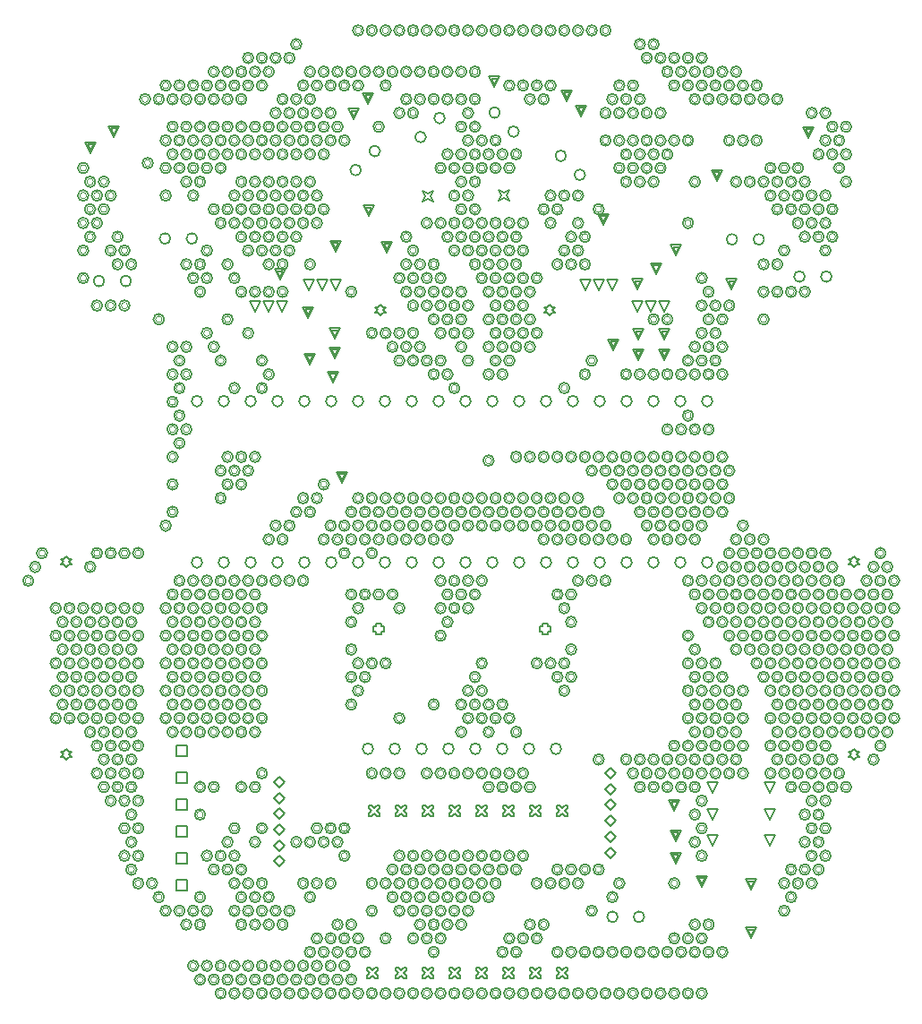
<source format=gbr>
G04*
G04 #@! TF.GenerationSoftware,Altium Limited,Altium Designer,26.2.0 (7)*
G04*
G04 Layer_Color=2752767*
%FSTAX25Y25*%
%MOIN*%
G70*
G04*
G04 #@! TF.SameCoordinates,DDC7E0C6-02D7-4959-A8D0-6A7BEAAAFFDF*
G04*
G04*
G04 #@! TF.FilePolarity,Positive*
G04*
G01*
G75*
%ADD12C,0.00500*%
%ADD86C,0.00667*%
%ADD87C,0.00400*%
D12*
X0051815Y-0109062D02*
X0053815Y-0107062D01*
X0055815Y-0109062D01*
X0053815Y-0111062D01*
X0051815Y-0109062D01*
Y-0103156D02*
X0053815Y-0101156D01*
X0055815Y-0103156D01*
X0053815Y-0105156D01*
X0051815Y-0103156D01*
Y-0097251D02*
X0053815Y-0095251D01*
X0055815Y-0097251D01*
X0053815Y-0099251D01*
X0051815Y-0097251D01*
Y-0091345D02*
X0053815Y-0089345D01*
X0055815Y-0091345D01*
X0053815Y-0093345D01*
X0051815Y-0091345D01*
Y-008544D02*
X0053815Y-008344D01*
X0055815Y-008544D01*
X0053815Y-008744D01*
X0051815Y-008544D01*
Y-0079534D02*
X0053815Y-0077534D01*
X0055815Y-0079534D01*
X0053815Y-0081534D01*
X0051815Y-0079534D01*
X-0071772Y-0112342D02*
X-0069772Y-0110342D01*
X-0067772Y-0112342D01*
X-0069772Y-0114342D01*
X-0071772Y-0112342D01*
Y-0106436D02*
X-0069772Y-0104436D01*
X-0067772Y-0106436D01*
X-0069772Y-0108436D01*
X-0071772Y-0106436D01*
Y-0100531D02*
X-0069772Y-0098531D01*
X-0067772Y-0100531D01*
X-0069772Y-0102531D01*
X-0071772Y-0100531D01*
Y-0094625D02*
X-0069772Y-0092625D01*
X-0067772Y-0094625D01*
X-0069772Y-0096625D01*
X-0071772Y-0094625D01*
Y-008872D02*
X-0069772Y-008672D01*
X-0067772Y-008872D01*
X-0069772Y-009072D01*
X-0071772Y-008872D01*
Y-0082814D02*
X-0069772Y-0080814D01*
X-0067772Y-0082814D01*
X-0069772Y-0084814D01*
X-0071772Y-0082814D01*
X-0033521Y-0026954D02*
Y-0027954D01*
X-0031521D01*
Y-0026954D01*
X-0030521D01*
Y-0024954D01*
X-0031521D01*
Y-0023954D01*
X-0033521D01*
Y-0024954D01*
X-0034521D01*
Y-0026954D01*
X-0033521D01*
X0028479D02*
Y-0027954D01*
X0030479D01*
Y-0026954D01*
X0031479D01*
Y-0024954D01*
X0030479D01*
Y-0023954D01*
X0028479D01*
Y-0024954D01*
X0027479D01*
Y-0026954D01*
X0028479D01*
X-0032087Y0090645D02*
X-0031087Y0091645D01*
X-0030087D01*
X-0031087Y0092645D01*
X-0030087Y0093645D01*
X-0031087D01*
X-0032087Y0094645D01*
X-0033087Y0093645D01*
X-0034087D01*
X-0033087Y0092645D01*
X-0034087Y0091645D01*
X-0033087D01*
X-0032087Y0090645D01*
X0091714Y-0106676D02*
X0089714Y-0102676D01*
X0093714D01*
X0091714Y-0106676D01*
Y-0096833D02*
X0089714Y-0092834D01*
X0093714D01*
X0091714Y-0096833D01*
Y-0086991D02*
X0089714Y-0082991D01*
X0093714D01*
X0091714Y-0086991D01*
X0112974D02*
X0110974Y-0082991D01*
X0114974D01*
X0112974Y-0086991D01*
Y-0096833D02*
X0110974Y-0092834D01*
X0114974D01*
X0112974Y-0096833D01*
Y-0106676D02*
X0110974Y-0102676D01*
X0114974D01*
X0112974Y-0106676D01*
X0031037Y0090837D02*
X0032037Y0091837D01*
X0033037D01*
X0032037Y0092837D01*
X0033037Y0093837D01*
X0032037D01*
X0031037Y0094837D01*
X0030037Y0093837D01*
X0029037D01*
X0030037Y0092837D01*
X0029037Y0091837D01*
X0030037D01*
X0031037Y0090837D01*
X0144329Y-0002878D02*
X0145329Y-0001878D01*
X0146329D01*
X0145329Y-0000878D01*
X0146329Y0000122D01*
X0145329D01*
X0144329Y0001122D01*
X0143329Y0000122D01*
X0142329D01*
X0143329Y-0000878D01*
X0142329Y-0001878D01*
X0143329D01*
X0144329Y-0002878D01*
X-0108151Y-0123207D02*
Y-0119207D01*
X-0104151D01*
Y-0123207D01*
X-0108151D01*
Y-0113207D02*
Y-0109207D01*
X-0104151D01*
Y-0113207D01*
X-0108151D01*
Y-0103207D02*
Y-0099207D01*
X-0104151D01*
Y-0103207D01*
X-0108151D01*
Y-0093207D02*
Y-0089207D01*
X-0104151D01*
Y-0093207D01*
X-0108151D01*
Y-0083207D02*
Y-0079207D01*
X-0104151D01*
Y-0083207D01*
X-0108151D01*
Y-0073207D02*
Y-0069207D01*
X-0104151D01*
Y-0073207D01*
X-0108151D01*
X-0148834Y-0002877D02*
X-0147834Y-0001877D01*
X-0146834D01*
X-0147834Y-0000877D01*
X-0146834Y0000123D01*
X-0147834D01*
X-0148834Y0001123D01*
X-0149834Y0000123D01*
X-0150833D01*
X-0149834Y-0000877D01*
X-0150833Y-0001877D01*
X-0149834D01*
X-0148834Y-0002877D01*
X-0148835Y-0074574D02*
X-0147835Y-0073574D01*
X-0146835D01*
X-0147835Y-0072574D01*
X-0146835Y-0071574D01*
X-0147835D01*
X-0148835Y-0070574D01*
X-0149835Y-0071574D01*
X-0150835D01*
X-0149835Y-0072574D01*
X-0150835Y-0073574D01*
X-0149835D01*
X-0148835Y-0074574D01*
X-0078645Y0092063D02*
X-0080645Y0096063D01*
X-0076645D01*
X-0078645Y0092063D01*
X-0073645D02*
X-0075645Y0096063D01*
X-0071645D01*
X-0073645Y0092063D01*
X-0068645D02*
X-0070645Y0096063D01*
X-0066645D01*
X-0068645Y0092063D01*
X0054447Y0100244D02*
X0052447Y0104244D01*
X0056447D01*
X0054447Y0100244D01*
X0049447D02*
X0047447Y0104244D01*
X0051447D01*
X0049447Y0100244D01*
X0044447D02*
X0042447Y0104244D01*
X0046447D01*
X0044447Y0100244D01*
X0144331Y-0074575D02*
X0145331Y-0073575D01*
X0146331D01*
X0145331Y-0072575D01*
X0146331Y-0071575D01*
X0145331D01*
X0144331Y-0070575D01*
X0143331Y-0071575D01*
X0142331D01*
X0143331Y-0072575D01*
X0142331Y-0073575D01*
X0143331D01*
X0144331Y-0074575D01*
X0012171Y0133293D02*
X0013171Y0135293D01*
X0012171Y0137293D01*
X0014171Y0136293D01*
X0016171Y0137293D01*
X001517Y0135293D01*
X0016171Y0133293D01*
X0014171Y0134293D01*
X0012171Y0133293D01*
X-0016242Y0133217D02*
X-0015243Y0135217D01*
X-0016242Y0137217D01*
X-0014243Y0136217D01*
X-0012242Y0137217D01*
X-0013242Y0135217D01*
X-0012242Y0133217D01*
X-0014243Y0134217D01*
X-0016242Y0133217D01*
X0033521Y-0155802D02*
X0034521D01*
X0035521Y-0154802D01*
X0036521Y-0155802D01*
X0037521D01*
Y-0154802D01*
X0036521Y-0153802D01*
X0037521Y-0152802D01*
Y-0151802D01*
X0036521D01*
X0035521Y-0152802D01*
X0034521Y-0151802D01*
X0033521D01*
Y-0152802D01*
X0034521Y-0153802D01*
X0033521Y-0154802D01*
Y-0155802D01*
X0023521D02*
X0024521D01*
X0025521Y-0154802D01*
X0026521Y-0155802D01*
X0027521D01*
Y-0154802D01*
X0026521Y-0153802D01*
X0027521Y-0152802D01*
Y-0151802D01*
X0026521D01*
X0025521Y-0152802D01*
X0024521Y-0151802D01*
X0023521D01*
Y-0152802D01*
X0024521Y-0153802D01*
X0023521Y-0154802D01*
Y-0155802D01*
X0013521D02*
X0014521D01*
X0015521Y-0154802D01*
X0016521Y-0155802D01*
X0017521D01*
Y-0154802D01*
X0016521Y-0153802D01*
X0017521Y-0152802D01*
Y-0151802D01*
X0016521D01*
X0015521Y-0152802D01*
X0014521Y-0151802D01*
X0013521D01*
Y-0152802D01*
X0014521Y-0153802D01*
X0013521Y-0154802D01*
Y-0155802D01*
X0003521D02*
X0004521D01*
X0005521Y-0154802D01*
X0006521Y-0155802D01*
X0007521D01*
Y-0154802D01*
X0006521Y-0153802D01*
X0007521Y-0152802D01*
Y-0151802D01*
X0006521D01*
X0005521Y-0152802D01*
X0004521Y-0151802D01*
X0003521D01*
Y-0152802D01*
X0004521Y-0153802D01*
X0003521Y-0154802D01*
Y-0155802D01*
X-0006479D02*
X-0005479D01*
X-0004479Y-0154802D01*
X-0003479Y-0155802D01*
X-0002479D01*
Y-0154802D01*
X-0003479Y-0153802D01*
X-0002479Y-0152802D01*
Y-0151802D01*
X-0003479D01*
X-0004479Y-0152802D01*
X-0005479Y-0151802D01*
X-0006479D01*
Y-0152802D01*
X-0005479Y-0153802D01*
X-0006479Y-0154802D01*
Y-0155802D01*
X-0016479D02*
X-0015479D01*
X-0014479Y-0154802D01*
X-0013479Y-0155802D01*
X-0012479D01*
Y-0154802D01*
X-0013479Y-0153802D01*
X-0012479Y-0152802D01*
Y-0151802D01*
X-0013479D01*
X-0014479Y-0152802D01*
X-0015479Y-0151802D01*
X-0016479D01*
Y-0152802D01*
X-0015479Y-0153802D01*
X-0016479Y-0154802D01*
Y-0155802D01*
X-0026479D02*
X-0025479D01*
X-0024479Y-0154802D01*
X-0023479Y-0155802D01*
X-0022479D01*
Y-0154802D01*
X-0023479Y-0153802D01*
X-0022479Y-0152802D01*
Y-0151802D01*
X-0023479D01*
X-0024479Y-0152802D01*
X-0025479Y-0151802D01*
X-0026479D01*
Y-0152802D01*
X-0025479Y-0153802D01*
X-0026479Y-0154802D01*
Y-0155802D01*
X-0036979D02*
X-0035979D01*
X-0034979Y-0154802D01*
X-0033979Y-0155802D01*
X-0032979D01*
Y-0154802D01*
X-0033979Y-0153802D01*
X-0032979Y-0152802D01*
Y-0151802D01*
X-0033979D01*
X-0034979Y-0152802D01*
X-0035979Y-0151802D01*
X-0036979D01*
Y-0152802D01*
X-0035979Y-0153802D01*
X-0036979Y-0154802D01*
Y-0155802D01*
X0033521Y-0095408D02*
X0034521D01*
X0035521Y-0094408D01*
X0036521Y-0095408D01*
X0037521D01*
Y-0094408D01*
X0036521Y-0093408D01*
X0037521Y-0092408D01*
Y-0091408D01*
X0036521D01*
X0035521Y-0092408D01*
X0034521Y-0091408D01*
X0033521D01*
Y-0092408D01*
X0034521Y-0093408D01*
X0033521Y-0094408D01*
Y-0095408D01*
X0023521D02*
X0024521D01*
X0025521Y-0094408D01*
X0026521Y-0095408D01*
X0027521D01*
Y-0094408D01*
X0026521Y-0093408D01*
X0027521Y-0092408D01*
Y-0091408D01*
X0026521D01*
X0025521Y-0092408D01*
X0024521Y-0091408D01*
X0023521D01*
Y-0092408D01*
X0024521Y-0093408D01*
X0023521Y-0094408D01*
Y-0095408D01*
X0013521D02*
X0014521D01*
X0015521Y-0094408D01*
X0016521Y-0095408D01*
X0017521D01*
Y-0094408D01*
X0016521Y-0093408D01*
X0017521Y-0092408D01*
Y-0091408D01*
X0016521D01*
X0015521Y-0092408D01*
X0014521Y-0091408D01*
X0013521D01*
Y-0092408D01*
X0014521Y-0093408D01*
X0013521Y-0094408D01*
Y-0095408D01*
X0003521D02*
X0004521D01*
X0005521Y-0094408D01*
X0006521Y-0095408D01*
X0007521D01*
Y-0094408D01*
X0006521Y-0093408D01*
X0007521Y-0092408D01*
Y-0091408D01*
X0006521D01*
X0005521Y-0092408D01*
X0004521Y-0091408D01*
X0003521D01*
Y-0092408D01*
X0004521Y-0093408D01*
X0003521Y-0094408D01*
Y-0095408D01*
X-0006479D02*
X-0005479D01*
X-0004479Y-0094408D01*
X-0003479Y-0095408D01*
X-0002479D01*
Y-0094408D01*
X-0003479Y-0093408D01*
X-0002479Y-0092408D01*
Y-0091408D01*
X-0003479D01*
X-0004479Y-0092408D01*
X-0005479Y-0091408D01*
X-0006479D01*
Y-0092408D01*
X-0005479Y-0093408D01*
X-0006479Y-0094408D01*
Y-0095408D01*
X-0016479D02*
X-0015479D01*
X-0014479Y-0094408D01*
X-0013479Y-0095408D01*
X-0012479D01*
Y-0094408D01*
X-0013479Y-0093408D01*
X-0012479Y-0092408D01*
Y-0091408D01*
X-0013479D01*
X-0014479Y-0092408D01*
X-0015479Y-0091408D01*
X-0016479D01*
Y-0092408D01*
X-0015479Y-0093408D01*
X-0016479Y-0094408D01*
Y-0095408D01*
X-0026479D02*
X-0025479D01*
X-0024479Y-0094408D01*
X-0023479Y-0095408D01*
X-0022479D01*
Y-0094408D01*
X-0023479Y-0093408D01*
X-0022479Y-0092408D01*
Y-0091408D01*
X-0023479D01*
X-0024479Y-0092408D01*
X-0025479Y-0091408D01*
X-0026479D01*
Y-0092408D01*
X-0025479Y-0093408D01*
X-0026479Y-0094408D01*
Y-0095408D01*
X-0036479D02*
X-0035479D01*
X-0034479Y-0094408D01*
X-0033479Y-0095408D01*
X-0032479D01*
Y-0094408D01*
X-0033479Y-0093408D01*
X-0032479Y-0092408D01*
Y-0091408D01*
X-0033479D01*
X-0034479Y-0092408D01*
X-0035479Y-0091408D01*
X-0036479D01*
Y-0092408D01*
X-0035479Y-0093408D01*
X-0036479Y-0094408D01*
Y-0095408D01*
X-004873Y0099959D02*
X-005073Y0103959D01*
X-004673D01*
X-004873Y0099959D01*
X-005373D02*
X-005573Y0103959D01*
X-005173D01*
X-005373Y0099959D01*
X-005873D02*
X-006073Y0103959D01*
X-005673D01*
X-005873Y0099959D01*
X0073782Y009221D02*
X0071782Y009621D01*
X0075782D01*
X0073782Y009221D01*
X0068782D02*
X0066782Y009621D01*
X0070782D01*
X0068782Y009221D01*
X0063782D02*
X0061782Y009621D01*
X0065782D01*
X0063782Y009221D01*
X0073746Y0081705D02*
X0071746Y0085706D01*
X0075746D01*
X0073746Y0081705D01*
Y0082506D02*
X0072546Y0084905D01*
X0074946D01*
X0073746Y0082506D01*
X005474Y0077832D02*
X005274Y0081832D01*
X005674D01*
X005474Y0077832D01*
Y0078632D02*
X005354Y0081032D01*
X005594D01*
X005474Y0078632D01*
X0064086Y0081716D02*
X0062086Y0085716D01*
X0066086D01*
X0064086Y0081716D01*
Y0082516D02*
X0062886Y0084916D01*
X0065286D01*
X0064086Y0082516D01*
X-0049013Y0082069D02*
X-0051013Y0086069D01*
X-0047013D01*
X-0049013Y0082069D01*
Y0082869D02*
X-0050213Y0085269D01*
X-0047813D01*
X-0049013Y0082869D01*
X0077412Y-0093563D02*
X0075412Y-0089563D01*
X0079412D01*
X0077412Y-0093563D01*
Y-0092763D02*
X0076212Y-0090363D01*
X0078612D01*
X0077412Y-0092763D01*
X-0029617Y0114216D02*
X-0031617Y0118216D01*
X-0027617D01*
X-0029617Y0114216D01*
Y0115016D02*
X-0030817Y0117416D01*
X-0028417D01*
X-0029617Y0115016D01*
X-0048968Y0074845D02*
X-0050968Y0078845D01*
X-0046968D01*
X-0048968Y0074845D01*
Y0075645D02*
X-0050169Y0078045D01*
X-0047769D01*
X-0048968Y0075645D01*
X-0036429Y0127688D02*
X-0038429Y0131688D01*
X-0034429D01*
X-0036429Y0127688D01*
Y0128488D02*
X-0037629Y0130888D01*
X-0035229D01*
X-0036429Y0128488D01*
X-0131275Y0157129D02*
X-0133275Y0161129D01*
X-0129275D01*
X-0131275Y0157129D01*
Y0157929D02*
X-0132475Y0160329D01*
X-0130075D01*
X-0131275Y0157929D01*
X-0139899Y0151212D02*
X-0141899Y0155212D01*
X-0137899D01*
X-0139899Y0151212D01*
Y0152012D02*
X-0141099Y0154412D01*
X-0138699D01*
X-0139899Y0152012D01*
X0078044Y0113066D02*
X0076044Y0117066D01*
X0080045D01*
X0078044Y0113066D01*
Y0113866D02*
X0076845Y0116266D01*
X0079245D01*
X0078044Y0113866D01*
X0093199Y0140941D02*
X0091199Y0144941D01*
X0095199D01*
X0093199Y0140941D01*
Y0141741D02*
X0091999Y0144141D01*
X0094399D01*
X0093199Y0141741D01*
X0010408Y0175646D02*
X0008408Y0179646D01*
X0012408D01*
X0010408Y0175646D01*
Y0176446D02*
X0009208Y0178846D01*
X0011608D01*
X0010408Y0176446D01*
X-0069466Y0104031D02*
X-0071466Y0108031D01*
X-0067466D01*
X-0069466Y0104031D01*
Y0104831D02*
X-0070666Y0107231D01*
X-0068266D01*
X-0069466Y0104831D01*
X-0058306Y0072515D02*
X-0060306Y0076515D01*
X-0056306D01*
X-0058306Y0072515D01*
Y0073315D02*
X-0059506Y0075715D01*
X-0057106D01*
X-0058306Y0073315D01*
X0087686Y-0121826D02*
X0085686Y-0117826D01*
X0089686D01*
X0087686Y-0121826D01*
Y-0121026D02*
X0086486Y-0118626D01*
X0088886D01*
X0087686Y-0121026D01*
X-0046309Y0028541D02*
X-0048309Y0032541D01*
X-0044309D01*
X-0046309Y0028541D01*
Y0029341D02*
X-0047509Y0031741D01*
X-0045109D01*
X-0046309Y0029341D01*
X-0036613Y0169565D02*
X-0038613Y0173565D01*
X-0034613D01*
X-0036613Y0169565D01*
Y0170365D02*
X-0037813Y0172765D01*
X-0035413D01*
X-0036613Y0170365D01*
X-0049638Y0065777D02*
X-0051638Y0069777D01*
X-0047638D01*
X-0049638Y0065777D01*
Y0066577D02*
X-0050838Y0068977D01*
X-0048438D01*
X-0049638Y0066577D01*
X0063782Y0100406D02*
X0061782Y0104405D01*
X0065782D01*
X0063782Y0100406D01*
Y0101206D02*
X0062582Y0103605D01*
X0064982D01*
X0063782Y0101206D01*
X0051013Y0124543D02*
X0049013Y0128543D01*
X0053013D01*
X0051013Y0124543D01*
Y0125343D02*
X0049813Y0127743D01*
X0052213D01*
X0051013Y0125343D01*
X0098839Y0100337D02*
X0096839Y0104337D01*
X0100839D01*
X0098839Y0100337D01*
Y0101137D02*
X0097639Y0103537D01*
X0100039D01*
X0098839Y0101137D01*
X0037439Y0170512D02*
X0035439Y0174512D01*
X0039439D01*
X0037439Y0170512D01*
Y0171312D02*
X0036239Y0173712D01*
X0038639D01*
X0037439Y0171312D01*
X0106012Y-0123008D02*
X0104012Y-0119008D01*
X0108012D01*
X0106012Y-0123008D01*
Y-0122208D02*
X0104812Y-0119808D01*
X0107212D01*
X0106012Y-0122208D01*
Y-0141039D02*
X0104012Y-0137039D01*
X0108012D01*
X0106012Y-0141039D01*
Y-0140239D02*
X0104812Y-0137839D01*
X0107212D01*
X0106012Y-0140239D01*
X007785Y-0113048D02*
X007585Y-0109048D01*
X007985D01*
X007785Y-0113048D01*
Y-0112248D02*
X007665Y-0109848D01*
X007905D01*
X007785Y-0112248D01*
Y-0104781D02*
X007585Y-0100781D01*
X007985D01*
X007785Y-0104781D01*
Y-0103981D02*
X007665Y-0101581D01*
X007905D01*
X007785Y-0103981D01*
X0064086Y0074236D02*
X0062086Y0078236D01*
X0066086D01*
X0064086Y0074236D01*
Y0075036D02*
X0062886Y0077436D01*
X0065286D01*
X0064086Y0075036D01*
X0073746Y0074225D02*
X0071746Y0078225D01*
X0075746D01*
X0073746Y0074225D01*
Y0075025D02*
X0072546Y0077425D01*
X0074946D01*
X0073746Y0075025D01*
X0070698Y0106132D02*
X0068698Y0110132D01*
X0072698D01*
X0070698Y0106132D01*
Y0106932D02*
X0069498Y0109332D01*
X0071898D01*
X0070698Y0106932D01*
X0127503Y0156845D02*
X0125503Y0160845D01*
X0129503D01*
X0127503Y0156845D01*
Y0157645D02*
X0126303Y0160045D01*
X0128703D01*
X0127503Y0157645D01*
X0042798Y0164934D02*
X0040798Y0168934D01*
X0044798D01*
X0042798Y0164934D01*
Y0165734D02*
X0041598Y0168134D01*
X0043998D01*
X0042798Y0165734D01*
X-0041912Y0163705D02*
X-0043912Y0167705D01*
X-0039912D01*
X-0041912Y0163705D01*
Y0164505D02*
X-0043112Y0166905D01*
X-0040712D01*
X-0041912Y0164505D01*
X-0048745Y0114609D02*
X-0050745Y0118609D01*
X-0046745D01*
X-0048745Y0114609D01*
Y0115409D02*
X-0049945Y0117809D01*
X-0047545D01*
X-0048745Y0115409D01*
X-0058925Y0089835D02*
X-0060925Y0093835D01*
X-0056925D01*
X-0058925Y0089835D01*
Y0090635D02*
X-0060125Y0093035D01*
X-0057725D01*
X-0058925Y0090635D01*
D86*
X0091675Y0058864D02*
G03*
X0091675Y0058864I-0002J0D01*
G01*
X0081675D02*
G03*
X0081675Y0058864I-0002J0D01*
G01*
X0071675D02*
G03*
X0071675Y0058864I-0002J0D01*
G01*
X0061675D02*
G03*
X0061675Y0058864I-0002J0D01*
G01*
X0051675D02*
G03*
X0051675Y0058864I-0002J0D01*
G01*
X0041675D02*
G03*
X0041675Y0058864I-0002J0D01*
G01*
X0031675D02*
G03*
X0031675Y0058864I-0002J0D01*
G01*
X0021675D02*
G03*
X0021675Y0058864I-0002J0D01*
G01*
X0011675D02*
G03*
X0011675Y0058864I-0002J0D01*
G01*
X0001675D02*
G03*
X0001675Y0058864I-0002J0D01*
G01*
X-0008325D02*
G03*
X-0008325Y0058864I-0002J0D01*
G01*
X-0018325D02*
G03*
X-0018325Y0058864I-0002J0D01*
G01*
X-0028325D02*
G03*
X-0028325Y0058864I-0002J0D01*
G01*
X-0038325D02*
G03*
X-0038325Y0058864I-0002J0D01*
G01*
X-0048325D02*
G03*
X-0048325Y0058864I-0002J0D01*
G01*
X-0058325D02*
G03*
X-0058325Y0058864I-0002J0D01*
G01*
X-0068325D02*
G03*
X-0068325Y0058864I-0002J0D01*
G01*
X-0078325D02*
G03*
X-0078325Y0058864I-0002J0D01*
G01*
X-0088325D02*
G03*
X-0088325Y0058864I-0002J0D01*
G01*
X-0098325D02*
G03*
X-0098325Y0058864I-0002J0D01*
G01*
Y-0001136D02*
G03*
X-0098325Y-0001136I-0002J0D01*
G01*
X-0088325D02*
G03*
X-0088325Y-0001136I-0002J0D01*
G01*
X-0078325D02*
G03*
X-0078325Y-0001136I-0002J0D01*
G01*
X-0068325D02*
G03*
X-0068325Y-0001136I-0002J0D01*
G01*
X-0058325D02*
G03*
X-0058325Y-0001136I-0002J0D01*
G01*
X-0048325D02*
G03*
X-0048325Y-0001136I-0002J0D01*
G01*
X-0038325D02*
G03*
X-0038325Y-0001136I-0002J0D01*
G01*
X-0028325D02*
G03*
X-0028325Y-0001136I-0002J0D01*
G01*
X-0018325D02*
G03*
X-0018325Y-0001136I-0002J0D01*
G01*
X-0008325D02*
G03*
X-0008325Y-0001136I-0002J0D01*
G01*
X0001675D02*
G03*
X0001675Y-0001136I-0002J0D01*
G01*
X0011675D02*
G03*
X0011675Y-0001136I-0002J0D01*
G01*
X0021675D02*
G03*
X0021675Y-0001136I-0002J0D01*
G01*
X0031675D02*
G03*
X0031675Y-0001136I-0002J0D01*
G01*
X0041675D02*
G03*
X0041675Y-0001136I-0002J0D01*
G01*
X0051675D02*
G03*
X0051675Y-0001136I-0002J0D01*
G01*
X0061675D02*
G03*
X0061675Y-0001136I-0002J0D01*
G01*
X0071675D02*
G03*
X0071675Y-0001136I-0002J0D01*
G01*
X0081675D02*
G03*
X0081675Y-0001136I-0002J0D01*
G01*
X0091675D02*
G03*
X0091675Y-0001136I-0002J0D01*
G01*
X0015353Y-0070485D02*
G03*
X0015353Y-0070485I-0002J0D01*
G01*
X0005353D02*
G03*
X0005353Y-0070485I-0002J0D01*
G01*
X-0004647D02*
G03*
X-0004647Y-0070485I-0002J0D01*
G01*
X-0014647D02*
G03*
X-0014647Y-0070485I-0002J0D01*
G01*
X-0024647D02*
G03*
X-0024647Y-0070485I-0002J0D01*
G01*
X-0034647D02*
G03*
X-0034647Y-0070485I-0002J0D01*
G01*
X0025353D02*
G03*
X0025353Y-0070485I-0002J0D01*
G01*
X0035353D02*
G03*
X0035353Y-0070485I-0002J0D01*
G01*
X-0100204Y0119367D02*
G03*
X-0100204Y0119367I-0002J0D01*
G01*
X-0110204D02*
G03*
X-0110204Y0119367I-0002J0D01*
G01*
X-0032131Y015192D02*
G03*
X-0032131Y015192I-0002J0D01*
G01*
X-0039202Y0144849D02*
G03*
X-0039202Y0144849I-0002J0D01*
G01*
X0136062Y0105219D02*
G03*
X0136062Y0105219I-0002J0D01*
G01*
X0126062D02*
G03*
X0126062Y0105219I-0002J0D01*
G01*
X0019568Y0159161D02*
G03*
X0019568Y0159161I-0002J0D01*
G01*
X0012497Y0166232D02*
G03*
X0012497Y0166232I-0002J0D01*
G01*
X-0007984Y0164207D02*
G03*
X-0007984Y0164207I-0002J0D01*
G01*
X-0015055Y0157136D02*
G03*
X-0015055Y0157136I-0002J0D01*
G01*
X-0124803Y0103561D02*
G03*
X-0124803Y0103561I-0002J0D01*
G01*
X-0134803D02*
G03*
X-0134803Y0103561I-0002J0D01*
G01*
X0066258Y-0132998D02*
G03*
X0066258Y-0132998I-0002J0D01*
G01*
X0056416D02*
G03*
X0056416Y-0132998I-0002J0D01*
G01*
X0044239Y0143075D02*
G03*
X0044239Y0143075I-0002J0D01*
G01*
X0037168Y0150146D02*
G03*
X0037168Y0150146I-0002J0D01*
G01*
X0100884Y0119061D02*
G03*
X0100884Y0119061I-0002J0D01*
G01*
X0110884D02*
G03*
X0110884Y0119061I-0002J0D01*
G01*
X0161297Y-0007927D02*
G03*
X0161297Y-0007927I-0002J0D01*
G01*
Y-0018163D02*
G03*
X0161297Y-0018163I-0002J0D01*
G01*
Y-0028399D02*
G03*
X0161297Y-0028399I-0002J0D01*
G01*
Y-0038635D02*
G03*
X0161297Y-0038635I-0002J0D01*
G01*
Y-0048872D02*
G03*
X0161297Y-0048872I-0002J0D01*
G01*
Y-0059108D02*
G03*
X0161297Y-0059108I-0002J0D01*
G01*
X0156179Y0002309D02*
G03*
X0156179Y0002309I-0002J0D01*
G01*
X0158738Y-0002809D02*
G03*
X0158738Y-0002809I-0002J0D01*
G01*
X0156179Y-0007927D02*
G03*
X0156179Y-0007927I-0002J0D01*
G01*
X0158738Y-0013045D02*
G03*
X0158738Y-0013045I-0002J0D01*
G01*
X0156179Y-0018163D02*
G03*
X0156179Y-0018163I-0002J0D01*
G01*
X0158738Y-0023281D02*
G03*
X0158738Y-0023281I-0002J0D01*
G01*
X0156179Y-0028399D02*
G03*
X0156179Y-0028399I-0002J0D01*
G01*
X0158738Y-0033517D02*
G03*
X0158738Y-0033517I-0002J0D01*
G01*
X0156179Y-0038635D02*
G03*
X0156179Y-0038635I-0002J0D01*
G01*
X0158738Y-0043754D02*
G03*
X0158738Y-0043754I-0002J0D01*
G01*
X0156179Y-0048872D02*
G03*
X0156179Y-0048872I-0002J0D01*
G01*
X0158738Y-005399D02*
G03*
X0158738Y-005399I-0002J0D01*
G01*
X0156179Y-0059108D02*
G03*
X0156179Y-0059108I-0002J0D01*
G01*
X0158738Y-0064226D02*
G03*
X0158738Y-0064226I-0002J0D01*
G01*
X0156179Y-0069344D02*
G03*
X0156179Y-0069344I-0002J0D01*
G01*
X015362Y-0002809D02*
G03*
X015362Y-0002809I-0002J0D01*
G01*
X0151061Y-0007927D02*
G03*
X0151061Y-0007927I-0002J0D01*
G01*
X015362Y-0013045D02*
G03*
X015362Y-0013045I-0002J0D01*
G01*
X0151061Y-0018163D02*
G03*
X0151061Y-0018163I-0002J0D01*
G01*
X015362Y-0023281D02*
G03*
X015362Y-0023281I-0002J0D01*
G01*
X0151061Y-0028399D02*
G03*
X0151061Y-0028399I-0002J0D01*
G01*
X015362Y-0033517D02*
G03*
X015362Y-0033517I-0002J0D01*
G01*
X0151061Y-0038635D02*
G03*
X0151061Y-0038635I-0002J0D01*
G01*
X015362Y-0043754D02*
G03*
X015362Y-0043754I-0002J0D01*
G01*
X0151061Y-0048872D02*
G03*
X0151061Y-0048872I-0002J0D01*
G01*
X015362Y-005399D02*
G03*
X015362Y-005399I-0002J0D01*
G01*
X0151061Y-0059108D02*
G03*
X0151061Y-0059108I-0002J0D01*
G01*
X015362Y-0064226D02*
G03*
X015362Y-0064226I-0002J0D01*
G01*
Y-0074462D02*
G03*
X015362Y-0074462I-0002J0D01*
G01*
X0148502Y-0013045D02*
G03*
X0148502Y-0013045I-0002J0D01*
G01*
X0145942Y-0018163D02*
G03*
X0145942Y-0018163I-0002J0D01*
G01*
X0148502Y-0023281D02*
G03*
X0148502Y-0023281I-0002J0D01*
G01*
X0145942Y-0028399D02*
G03*
X0145942Y-0028399I-0002J0D01*
G01*
X0148502Y-0033517D02*
G03*
X0148502Y-0033517I-0002J0D01*
G01*
X0145942Y-0038635D02*
G03*
X0145942Y-0038635I-0002J0D01*
G01*
X0148502Y-0043754D02*
G03*
X0148502Y-0043754I-0002J0D01*
G01*
X0145942Y-0048872D02*
G03*
X0145942Y-0048872I-0002J0D01*
G01*
X0148502Y-005399D02*
G03*
X0148502Y-005399I-0002J0D01*
G01*
X0145942Y-0059108D02*
G03*
X0145942Y-0059108I-0002J0D01*
G01*
X0148502Y-0064226D02*
G03*
X0148502Y-0064226I-0002J0D01*
G01*
X0143383Y0160971D02*
G03*
X0143383Y0160971I-0002J0D01*
G01*
X0140824Y0155853D02*
G03*
X0140824Y0155853I-0002J0D01*
G01*
X0143383Y0150735D02*
G03*
X0143383Y0150735I-0002J0D01*
G01*
X0140824Y0145616D02*
G03*
X0140824Y0145616I-0002J0D01*
G01*
X0143383Y0140498D02*
G03*
X0143383Y0140498I-0002J0D01*
G01*
X0140824Y-0007927D02*
G03*
X0140824Y-0007927I-0002J0D01*
G01*
X0143383Y-0013045D02*
G03*
X0143383Y-0013045I-0002J0D01*
G01*
X0140824Y-0018163D02*
G03*
X0140824Y-0018163I-0002J0D01*
G01*
X0143383Y-0023281D02*
G03*
X0143383Y-0023281I-0002J0D01*
G01*
X0140824Y-0028399D02*
G03*
X0140824Y-0028399I-0002J0D01*
G01*
X0143383Y-0033517D02*
G03*
X0143383Y-0033517I-0002J0D01*
G01*
X0140824Y-0038635D02*
G03*
X0140824Y-0038635I-0002J0D01*
G01*
X0143383Y-0043754D02*
G03*
X0143383Y-0043754I-0002J0D01*
G01*
X0140824Y-0048872D02*
G03*
X0140824Y-0048872I-0002J0D01*
G01*
X0143383Y-005399D02*
G03*
X0143383Y-005399I-0002J0D01*
G01*
X0140824Y-0059108D02*
G03*
X0140824Y-0059108I-0002J0D01*
G01*
X0143383Y-0064226D02*
G03*
X0143383Y-0064226I-0002J0D01*
G01*
X0140824Y-007958D02*
G03*
X0140824Y-007958I-0002J0D01*
G01*
X0143383Y-0084698D02*
G03*
X0143383Y-0084698I-0002J0D01*
G01*
X0135706Y0166089D02*
G03*
X0135706Y0166089I-0002J0D01*
G01*
X0138265Y0160971D02*
G03*
X0138265Y0160971I-0002J0D01*
G01*
X0135706Y0155853D02*
G03*
X0135706Y0155853I-0002J0D01*
G01*
X0138265Y0150735D02*
G03*
X0138265Y0150735I-0002J0D01*
G01*
X0135706Y013538D02*
G03*
X0135706Y013538I-0002J0D01*
G01*
X0138265Y0130262D02*
G03*
X0138265Y0130262I-0002J0D01*
G01*
X0135706Y0125144D02*
G03*
X0135706Y0125144I-0002J0D01*
G01*
X0138265Y0120026D02*
G03*
X0138265Y0120026I-0002J0D01*
G01*
X0135706Y0114908D02*
G03*
X0135706Y0114908I-0002J0D01*
G01*
Y0002309D02*
G03*
X0135706Y0002309I-0002J0D01*
G01*
X0138265Y-0002809D02*
G03*
X0138265Y-0002809I-0002J0D01*
G01*
X0135706Y-0007927D02*
G03*
X0135706Y-0007927I-0002J0D01*
G01*
X0138265Y-0013045D02*
G03*
X0138265Y-0013045I-0002J0D01*
G01*
X0135706Y-0018163D02*
G03*
X0135706Y-0018163I-0002J0D01*
G01*
X0138265Y-0023281D02*
G03*
X0138265Y-0023281I-0002J0D01*
G01*
X0135706Y-0028399D02*
G03*
X0135706Y-0028399I-0002J0D01*
G01*
X0138265Y-0033517D02*
G03*
X0138265Y-0033517I-0002J0D01*
G01*
X0135706Y-0038635D02*
G03*
X0135706Y-0038635I-0002J0D01*
G01*
X0138265Y-0043754D02*
G03*
X0138265Y-0043754I-0002J0D01*
G01*
X0135706Y-0048872D02*
G03*
X0135706Y-0048872I-0002J0D01*
G01*
X0138265Y-005399D02*
G03*
X0138265Y-005399I-0002J0D01*
G01*
X0135706Y-0059108D02*
G03*
X0135706Y-0059108I-0002J0D01*
G01*
X0138265Y-0064226D02*
G03*
X0138265Y-0064226I-0002J0D01*
G01*
X0135706Y-0069344D02*
G03*
X0135706Y-0069344I-0002J0D01*
G01*
X0138265Y-0074462D02*
G03*
X0138265Y-0074462I-0002J0D01*
G01*
X0135706Y-007958D02*
G03*
X0135706Y-007958I-0002J0D01*
G01*
X0138265Y-0084698D02*
G03*
X0138265Y-0084698I-0002J0D01*
G01*
X0135706Y-0089816D02*
G03*
X0135706Y-0089816I-0002J0D01*
G01*
Y-0100053D02*
G03*
X0135706Y-0100053I-0002J0D01*
G01*
Y-0110289D02*
G03*
X0135706Y-0110289I-0002J0D01*
G01*
X0130588Y0166089D02*
G03*
X0130588Y0166089I-0002J0D01*
G01*
X0133147Y0150735D02*
G03*
X0133147Y0150735I-0002J0D01*
G01*
X0130588Y013538D02*
G03*
X0130588Y013538I-0002J0D01*
G01*
X0133147Y0130262D02*
G03*
X0133147Y0130262I-0002J0D01*
G01*
X0130588Y0125144D02*
G03*
X0130588Y0125144I-0002J0D01*
G01*
X0133147Y0120026D02*
G03*
X0133147Y0120026I-0002J0D01*
G01*
X0130588Y0002309D02*
G03*
X0130588Y0002309I-0002J0D01*
G01*
X0133147Y-0002809D02*
G03*
X0133147Y-0002809I-0002J0D01*
G01*
X0130588Y-0007927D02*
G03*
X0130588Y-0007927I-0002J0D01*
G01*
X0133147Y-0013045D02*
G03*
X0133147Y-0013045I-0002J0D01*
G01*
X0130588Y-0018163D02*
G03*
X0130588Y-0018163I-0002J0D01*
G01*
X0133147Y-0023281D02*
G03*
X0133147Y-0023281I-0002J0D01*
G01*
X0130588Y-0028399D02*
G03*
X0130588Y-0028399I-0002J0D01*
G01*
X0133147Y-0033517D02*
G03*
X0133147Y-0033517I-0002J0D01*
G01*
X0130588Y-0038635D02*
G03*
X0130588Y-0038635I-0002J0D01*
G01*
X0133147Y-0043754D02*
G03*
X0133147Y-0043754I-0002J0D01*
G01*
X0130588Y-0048872D02*
G03*
X0130588Y-0048872I-0002J0D01*
G01*
X0133147Y-005399D02*
G03*
X0133147Y-005399I-0002J0D01*
G01*
X0130588Y-0059108D02*
G03*
X0130588Y-0059108I-0002J0D01*
G01*
X0133147Y-0064226D02*
G03*
X0133147Y-0064226I-0002J0D01*
G01*
X0130588Y-0069344D02*
G03*
X0130588Y-0069344I-0002J0D01*
G01*
X0133147Y-0074462D02*
G03*
X0133147Y-0074462I-0002J0D01*
G01*
X0130588Y-007958D02*
G03*
X0130588Y-007958I-0002J0D01*
G01*
X0133147Y-0084698D02*
G03*
X0133147Y-0084698I-0002J0D01*
G01*
X0130588Y-0089816D02*
G03*
X0130588Y-0089816I-0002J0D01*
G01*
X0133147Y-0094935D02*
G03*
X0133147Y-0094935I-0002J0D01*
G01*
X0130588Y-0100053D02*
G03*
X0130588Y-0100053I-0002J0D01*
G01*
X0133147Y-0105171D02*
G03*
X0133147Y-0105171I-0002J0D01*
G01*
X0130588Y-0110289D02*
G03*
X0130588Y-0110289I-0002J0D01*
G01*
X0133147Y-0115407D02*
G03*
X0133147Y-0115407I-0002J0D01*
G01*
X0130588Y-0120525D02*
G03*
X0130588Y-0120525I-0002J0D01*
G01*
X012547Y0145616D02*
G03*
X012547Y0145616I-0002J0D01*
G01*
X0128029Y0140498D02*
G03*
X0128029Y0140498I-0002J0D01*
G01*
X012547Y013538D02*
G03*
X012547Y013538I-0002J0D01*
G01*
X0128029Y0130262D02*
G03*
X0128029Y0130262I-0002J0D01*
G01*
X012547Y0125144D02*
G03*
X012547Y0125144I-0002J0D01*
G01*
X0128029Y0120026D02*
G03*
X0128029Y0120026I-0002J0D01*
G01*
Y0099554D02*
G03*
X0128029Y0099554I-0002J0D01*
G01*
X012547Y0002309D02*
G03*
X012547Y0002309I-0002J0D01*
G01*
X0128029Y-0002809D02*
G03*
X0128029Y-0002809I-0002J0D01*
G01*
X012547Y-0007927D02*
G03*
X012547Y-0007927I-0002J0D01*
G01*
X0128029Y-0013045D02*
G03*
X0128029Y-0013045I-0002J0D01*
G01*
X012547Y-0018163D02*
G03*
X012547Y-0018163I-0002J0D01*
G01*
X0128029Y-0023281D02*
G03*
X0128029Y-0023281I-0002J0D01*
G01*
X012547Y-0028399D02*
G03*
X012547Y-0028399I-0002J0D01*
G01*
X0128029Y-0033517D02*
G03*
X0128029Y-0033517I-0002J0D01*
G01*
X012547Y-0038635D02*
G03*
X012547Y-0038635I-0002J0D01*
G01*
X0128029Y-0043754D02*
G03*
X0128029Y-0043754I-0002J0D01*
G01*
X012547Y-0048872D02*
G03*
X012547Y-0048872I-0002J0D01*
G01*
X0128029Y-005399D02*
G03*
X0128029Y-005399I-0002J0D01*
G01*
X012547Y-0059108D02*
G03*
X012547Y-0059108I-0002J0D01*
G01*
X0128029Y-0064226D02*
G03*
X0128029Y-0064226I-0002J0D01*
G01*
X012547Y-0069344D02*
G03*
X012547Y-0069344I-0002J0D01*
G01*
X0128029Y-0074462D02*
G03*
X0128029Y-0074462I-0002J0D01*
G01*
X012547Y-007958D02*
G03*
X012547Y-007958I-0002J0D01*
G01*
X0128029Y-0084698D02*
G03*
X0128029Y-0084698I-0002J0D01*
G01*
Y-0094935D02*
G03*
X0128029Y-0094935I-0002J0D01*
G01*
Y-0105171D02*
G03*
X0128029Y-0105171I-0002J0D01*
G01*
Y-0115407D02*
G03*
X0128029Y-0115407I-0002J0D01*
G01*
X012547Y-0120525D02*
G03*
X012547Y-0120525I-0002J0D01*
G01*
X0120352Y0145616D02*
G03*
X0120352Y0145616I-0002J0D01*
G01*
X0122911Y0140498D02*
G03*
X0122911Y0140498I-0002J0D01*
G01*
X0120352Y013538D02*
G03*
X0120352Y013538I-0002J0D01*
G01*
X0122911Y0130262D02*
G03*
X0122911Y0130262I-0002J0D01*
G01*
X0120352Y0114908D02*
G03*
X0120352Y0114908I-0002J0D01*
G01*
X0122911Y0099554D02*
G03*
X0122911Y0099554I-0002J0D01*
G01*
X0120352Y0002309D02*
G03*
X0120352Y0002309I-0002J0D01*
G01*
X0122911Y-0002809D02*
G03*
X0122911Y-0002809I-0002J0D01*
G01*
X0120352Y-0007927D02*
G03*
X0120352Y-0007927I-0002J0D01*
G01*
X0122911Y-0013045D02*
G03*
X0122911Y-0013045I-0002J0D01*
G01*
X0120352Y-0018163D02*
G03*
X0120352Y-0018163I-0002J0D01*
G01*
X0122911Y-0023281D02*
G03*
X0122911Y-0023281I-0002J0D01*
G01*
X0120352Y-0028399D02*
G03*
X0120352Y-0028399I-0002J0D01*
G01*
X0122911Y-0033517D02*
G03*
X0122911Y-0033517I-0002J0D01*
G01*
X0120352Y-0038635D02*
G03*
X0120352Y-0038635I-0002J0D01*
G01*
X0122911Y-0043754D02*
G03*
X0122911Y-0043754I-0002J0D01*
G01*
X0120352Y-0048872D02*
G03*
X0120352Y-0048872I-0002J0D01*
G01*
X0122911Y-005399D02*
G03*
X0122911Y-005399I-0002J0D01*
G01*
X0120352Y-0059108D02*
G03*
X0120352Y-0059108I-0002J0D01*
G01*
X0122911Y-0064226D02*
G03*
X0122911Y-0064226I-0002J0D01*
G01*
X0120352Y-0069344D02*
G03*
X0120352Y-0069344I-0002J0D01*
G01*
X0122911Y-0074462D02*
G03*
X0122911Y-0074462I-0002J0D01*
G01*
X0120352Y-007958D02*
G03*
X0120352Y-007958I-0002J0D01*
G01*
X0122911Y-0084698D02*
G03*
X0122911Y-0084698I-0002J0D01*
G01*
Y-0115407D02*
G03*
X0122911Y-0115407I-0002J0D01*
G01*
X0120352Y-0120525D02*
G03*
X0120352Y-0120525I-0002J0D01*
G01*
X0122911Y-0125643D02*
G03*
X0122911Y-0125643I-0002J0D01*
G01*
X0120352Y-0130761D02*
G03*
X0120352Y-0130761I-0002J0D01*
G01*
X0117793Y0171207D02*
G03*
X0117793Y0171207I-0002J0D01*
G01*
X0115234Y0145616D02*
G03*
X0115234Y0145616I-0002J0D01*
G01*
X0117793Y0140498D02*
G03*
X0117793Y0140498I-0002J0D01*
G01*
X0115234Y013538D02*
G03*
X0115234Y013538I-0002J0D01*
G01*
X0117793Y0130262D02*
G03*
X0117793Y0130262I-0002J0D01*
G01*
Y010979D02*
G03*
X0117793Y010979I-0002J0D01*
G01*
Y0099554D02*
G03*
X0117793Y0099554I-0002J0D01*
G01*
X0115234Y0002309D02*
G03*
X0115234Y0002309I-0002J0D01*
G01*
X0117793Y-0002809D02*
G03*
X0117793Y-0002809I-0002J0D01*
G01*
X0115234Y-0007927D02*
G03*
X0115234Y-0007927I-0002J0D01*
G01*
X0117793Y-0013045D02*
G03*
X0117793Y-0013045I-0002J0D01*
G01*
X0115234Y-0018163D02*
G03*
X0115234Y-0018163I-0002J0D01*
G01*
X0117793Y-0023281D02*
G03*
X0117793Y-0023281I-0002J0D01*
G01*
X0115234Y-0028399D02*
G03*
X0115234Y-0028399I-0002J0D01*
G01*
X0117793Y-0033517D02*
G03*
X0117793Y-0033517I-0002J0D01*
G01*
X0115234Y-0038635D02*
G03*
X0115234Y-0038635I-0002J0D01*
G01*
X0117793Y-0043754D02*
G03*
X0117793Y-0043754I-0002J0D01*
G01*
X0115234Y-0048872D02*
G03*
X0115234Y-0048872I-0002J0D01*
G01*
X0117793Y-005399D02*
G03*
X0117793Y-005399I-0002J0D01*
G01*
X0115234Y-0059108D02*
G03*
X0115234Y-0059108I-0002J0D01*
G01*
X0117793Y-0064226D02*
G03*
X0117793Y-0064226I-0002J0D01*
G01*
X0115234Y-0069344D02*
G03*
X0115234Y-0069344I-0002J0D01*
G01*
X0117793Y-0074462D02*
G03*
X0117793Y-0074462I-0002J0D01*
G01*
X0115234Y-007958D02*
G03*
X0115234Y-007958I-0002J0D01*
G01*
X0110116Y0176325D02*
G03*
X0110116Y0176325I-0002J0D01*
G01*
X0112675Y0171207D02*
G03*
X0112675Y0171207I-0002J0D01*
G01*
X0110116Y0155853D02*
G03*
X0110116Y0155853I-0002J0D01*
G01*
X0112675Y0140498D02*
G03*
X0112675Y0140498I-0002J0D01*
G01*
Y010979D02*
G03*
X0112675Y010979I-0002J0D01*
G01*
Y0099554D02*
G03*
X0112675Y0099554I-0002J0D01*
G01*
Y0089317D02*
G03*
X0112675Y0089317I-0002J0D01*
G01*
Y0007428D02*
G03*
X0112675Y0007428I-0002J0D01*
G01*
X0110116Y0002309D02*
G03*
X0110116Y0002309I-0002J0D01*
G01*
X0112675Y-0002809D02*
G03*
X0112675Y-0002809I-0002J0D01*
G01*
X0110116Y-0007927D02*
G03*
X0110116Y-0007927I-0002J0D01*
G01*
X0112675Y-0013045D02*
G03*
X0112675Y-0013045I-0002J0D01*
G01*
X0110116Y-0018163D02*
G03*
X0110116Y-0018163I-0002J0D01*
G01*
X0112675Y-0023281D02*
G03*
X0112675Y-0023281I-0002J0D01*
G01*
X0110116Y-0028399D02*
G03*
X0110116Y-0028399I-0002J0D01*
G01*
X0112675Y-0033517D02*
G03*
X0112675Y-0033517I-0002J0D01*
G01*
X0110116Y-0038635D02*
G03*
X0110116Y-0038635I-0002J0D01*
G01*
X0112675Y-0043754D02*
G03*
X0112675Y-0043754I-0002J0D01*
G01*
X0104998Y0176325D02*
G03*
X0104998Y0176325I-0002J0D01*
G01*
X0107557Y0171207D02*
G03*
X0107557Y0171207I-0002J0D01*
G01*
X0104998Y0155853D02*
G03*
X0104998Y0155853I-0002J0D01*
G01*
X0107557Y0140498D02*
G03*
X0107557Y0140498I-0002J0D01*
G01*
X0104998Y0012546D02*
G03*
X0104998Y0012546I-0002J0D01*
G01*
X0107557Y0007428D02*
G03*
X0107557Y0007428I-0002J0D01*
G01*
X0104998Y0002309D02*
G03*
X0104998Y0002309I-0002J0D01*
G01*
X0107557Y-0002809D02*
G03*
X0107557Y-0002809I-0002J0D01*
G01*
X0104998Y-0007927D02*
G03*
X0104998Y-0007927I-0002J0D01*
G01*
X0107557Y-0013045D02*
G03*
X0107557Y-0013045I-0002J0D01*
G01*
X0104998Y-0018163D02*
G03*
X0104998Y-0018163I-0002J0D01*
G01*
X0107557Y-0023281D02*
G03*
X0107557Y-0023281I-0002J0D01*
G01*
X0104998Y-0028399D02*
G03*
X0104998Y-0028399I-0002J0D01*
G01*
X0107557Y-0033517D02*
G03*
X0107557Y-0033517I-0002J0D01*
G01*
X0104998Y-0048872D02*
G03*
X0104998Y-0048872I-0002J0D01*
G01*
Y-0059108D02*
G03*
X0104998Y-0059108I-0002J0D01*
G01*
Y-0069344D02*
G03*
X0104998Y-0069344I-0002J0D01*
G01*
Y-007958D02*
G03*
X0104998Y-007958I-0002J0D01*
G01*
X0102439Y0181443D02*
G03*
X0102439Y0181443I-0002J0D01*
G01*
X0099879Y0176325D02*
G03*
X0099879Y0176325I-0002J0D01*
G01*
X0102439Y0171207D02*
G03*
X0102439Y0171207I-0002J0D01*
G01*
X0099879Y0155853D02*
G03*
X0099879Y0155853I-0002J0D01*
G01*
X0102439Y0140498D02*
G03*
X0102439Y0140498I-0002J0D01*
G01*
X0099879Y0094435D02*
G03*
X0099879Y0094435I-0002J0D01*
G01*
Y0033018D02*
G03*
X0099879Y0033018I-0002J0D01*
G01*
Y0022782D02*
G03*
X0099879Y0022782I-0002J0D01*
G01*
X0102439Y0007428D02*
G03*
X0102439Y0007428I-0002J0D01*
G01*
X0099879Y0002309D02*
G03*
X0099879Y0002309I-0002J0D01*
G01*
X0102439Y-0002809D02*
G03*
X0102439Y-0002809I-0002J0D01*
G01*
X0099879Y-0007927D02*
G03*
X0099879Y-0007927I-0002J0D01*
G01*
X0102439Y-0013045D02*
G03*
X0102439Y-0013045I-0002J0D01*
G01*
X0099879Y-0018163D02*
G03*
X0099879Y-0018163I-0002J0D01*
G01*
X0102439Y-0023281D02*
G03*
X0102439Y-0023281I-0002J0D01*
G01*
X0099879Y-0028399D02*
G03*
X0099879Y-0028399I-0002J0D01*
G01*
X0102439Y-0033517D02*
G03*
X0102439Y-0033517I-0002J0D01*
G01*
X0099879Y-0048872D02*
G03*
X0099879Y-0048872I-0002J0D01*
G01*
X0102439Y-005399D02*
G03*
X0102439Y-005399I-0002J0D01*
G01*
X0099879Y-0059108D02*
G03*
X0099879Y-0059108I-0002J0D01*
G01*
X0102439Y-0064226D02*
G03*
X0102439Y-0064226I-0002J0D01*
G01*
X0099879Y-0069344D02*
G03*
X0099879Y-0069344I-0002J0D01*
G01*
X0102439Y-0074462D02*
G03*
X0102439Y-0074462I-0002J0D01*
G01*
X0099879Y-007958D02*
G03*
X0099879Y-007958I-0002J0D01*
G01*
X009732Y0181443D02*
G03*
X009732Y0181443I-0002J0D01*
G01*
X0094761Y0176325D02*
G03*
X0094761Y0176325I-0002J0D01*
G01*
X009732Y0171207D02*
G03*
X009732Y0171207I-0002J0D01*
G01*
X0094761Y0094435D02*
G03*
X0094761Y0094435I-0002J0D01*
G01*
X009732Y0089317D02*
G03*
X009732Y0089317I-0002J0D01*
G01*
X0094761Y0084199D02*
G03*
X0094761Y0084199I-0002J0D01*
G01*
X009732Y0079081D02*
G03*
X009732Y0079081I-0002J0D01*
G01*
X0094761Y0073963D02*
G03*
X0094761Y0073963I-0002J0D01*
G01*
X009732Y0068845D02*
G03*
X009732Y0068845I-0002J0D01*
G01*
Y0038136D02*
G03*
X009732Y0038136I-0002J0D01*
G01*
X0094761Y0033018D02*
G03*
X0094761Y0033018I-0002J0D01*
G01*
X009732Y00279D02*
G03*
X009732Y00279I-0002J0D01*
G01*
X0094761Y0022782D02*
G03*
X0094761Y0022782I-0002J0D01*
G01*
X009732Y0017664D02*
G03*
X009732Y0017664I-0002J0D01*
G01*
Y-0002809D02*
G03*
X009732Y-0002809I-0002J0D01*
G01*
X0094761Y-0007927D02*
G03*
X0094761Y-0007927I-0002J0D01*
G01*
X009732Y-0013045D02*
G03*
X009732Y-0013045I-0002J0D01*
G01*
X0094761Y-0018163D02*
G03*
X0094761Y-0018163I-0002J0D01*
G01*
X009732Y-0023281D02*
G03*
X009732Y-0023281I-0002J0D01*
G01*
X0094761Y-0038635D02*
G03*
X0094761Y-0038635I-0002J0D01*
G01*
X009732Y-0043754D02*
G03*
X009732Y-0043754I-0002J0D01*
G01*
X0094761Y-0048872D02*
G03*
X0094761Y-0048872I-0002J0D01*
G01*
X009732Y-005399D02*
G03*
X009732Y-005399I-0002J0D01*
G01*
X0094761Y-0059108D02*
G03*
X0094761Y-0059108I-0002J0D01*
G01*
X009732Y-0064226D02*
G03*
X009732Y-0064226I-0002J0D01*
G01*
X0094761Y-0069344D02*
G03*
X0094761Y-0069344I-0002J0D01*
G01*
X009732Y-0074462D02*
G03*
X009732Y-0074462I-0002J0D01*
G01*
X0094761Y-007958D02*
G03*
X0094761Y-007958I-0002J0D01*
G01*
X009732Y-0146116D02*
G03*
X009732Y-0146116I-0002J0D01*
G01*
X0089643Y0186561D02*
G03*
X0089643Y0186561I-0002J0D01*
G01*
X0092202Y0181443D02*
G03*
X0092202Y0181443I-0002J0D01*
G01*
X0089643Y0176325D02*
G03*
X0089643Y0176325I-0002J0D01*
G01*
X0092202Y0171207D02*
G03*
X0092202Y0171207I-0002J0D01*
G01*
X0089643Y0104672D02*
G03*
X0089643Y0104672I-0002J0D01*
G01*
X0092202Y0099554D02*
G03*
X0092202Y0099554I-0002J0D01*
G01*
X0089643Y0094435D02*
G03*
X0089643Y0094435I-0002J0D01*
G01*
X0092202Y0089317D02*
G03*
X0092202Y0089317I-0002J0D01*
G01*
X0089643Y0084199D02*
G03*
X0089643Y0084199I-0002J0D01*
G01*
X0092202Y0079081D02*
G03*
X0092202Y0079081I-0002J0D01*
G01*
X0089643Y0073963D02*
G03*
X0089643Y0073963I-0002J0D01*
G01*
X0092202Y0068845D02*
G03*
X0092202Y0068845I-0002J0D01*
G01*
Y0048372D02*
G03*
X0092202Y0048372I-0002J0D01*
G01*
Y0038136D02*
G03*
X0092202Y0038136I-0002J0D01*
G01*
X0089643Y0033018D02*
G03*
X0089643Y0033018I-0002J0D01*
G01*
X0092202Y00279D02*
G03*
X0092202Y00279I-0002J0D01*
G01*
X0089643Y0022782D02*
G03*
X0089643Y0022782I-0002J0D01*
G01*
X0092202Y0017664D02*
G03*
X0092202Y0017664I-0002J0D01*
G01*
X0089643Y0012546D02*
G03*
X0089643Y0012546I-0002J0D01*
G01*
Y-0007927D02*
G03*
X0089643Y-0007927I-0002J0D01*
G01*
X0092202Y-0013045D02*
G03*
X0092202Y-0013045I-0002J0D01*
G01*
X0089643Y-0018163D02*
G03*
X0089643Y-0018163I-0002J0D01*
G01*
X0092202Y-0023281D02*
G03*
X0092202Y-0023281I-0002J0D01*
G01*
X0089643Y-0038635D02*
G03*
X0089643Y-0038635I-0002J0D01*
G01*
X0092202Y-0043754D02*
G03*
X0092202Y-0043754I-0002J0D01*
G01*
X0089643Y-0048872D02*
G03*
X0089643Y-0048872I-0002J0D01*
G01*
X0092202Y-005399D02*
G03*
X0092202Y-005399I-0002J0D01*
G01*
X0089643Y-0059108D02*
G03*
X0089643Y-0059108I-0002J0D01*
G01*
X0092202Y-0064226D02*
G03*
X0092202Y-0064226I-0002J0D01*
G01*
X0089643Y-0069344D02*
G03*
X0089643Y-0069344I-0002J0D01*
G01*
X0092202Y-0074462D02*
G03*
X0092202Y-0074462I-0002J0D01*
G01*
X0089643Y-007958D02*
G03*
X0089643Y-007958I-0002J0D01*
G01*
Y-0089816D02*
G03*
X0089643Y-0089816I-0002J0D01*
G01*
Y-0100053D02*
G03*
X0089643Y-0100053I-0002J0D01*
G01*
Y-0110289D02*
G03*
X0089643Y-0110289I-0002J0D01*
G01*
X0092202Y-013588D02*
G03*
X0092202Y-013588I-0002J0D01*
G01*
X0089643Y-0140998D02*
G03*
X0089643Y-0140998I-0002J0D01*
G01*
X0092202Y-0146116D02*
G03*
X0092202Y-0146116I-0002J0D01*
G01*
X0089643Y-016147D02*
G03*
X0089643Y-016147I-0002J0D01*
G01*
X0084525Y0186561D02*
G03*
X0084525Y0186561I-0002J0D01*
G01*
X0087084Y0181443D02*
G03*
X0087084Y0181443I-0002J0D01*
G01*
X0084525Y0176325D02*
G03*
X0084525Y0176325I-0002J0D01*
G01*
X0087084Y0171207D02*
G03*
X0087084Y0171207I-0002J0D01*
G01*
X0084525Y0155853D02*
G03*
X0084525Y0155853I-0002J0D01*
G01*
X0087084Y0140498D02*
G03*
X0087084Y0140498I-0002J0D01*
G01*
X0084525Y0125144D02*
G03*
X0084525Y0125144I-0002J0D01*
G01*
X0087084Y0079081D02*
G03*
X0087084Y0079081I-0002J0D01*
G01*
X0084525Y0073963D02*
G03*
X0084525Y0073963I-0002J0D01*
G01*
X0087084Y0068845D02*
G03*
X0087084Y0068845I-0002J0D01*
G01*
X0084525Y0053491D02*
G03*
X0084525Y0053491I-0002J0D01*
G01*
X0087084Y0048372D02*
G03*
X0087084Y0048372I-0002J0D01*
G01*
Y0038136D02*
G03*
X0087084Y0038136I-0002J0D01*
G01*
X0084525Y0033018D02*
G03*
X0084525Y0033018I-0002J0D01*
G01*
X0087084Y00279D02*
G03*
X0087084Y00279I-0002J0D01*
G01*
X0084525Y0022782D02*
G03*
X0084525Y0022782I-0002J0D01*
G01*
X0087084Y0017664D02*
G03*
X0087084Y0017664I-0002J0D01*
G01*
X0084525Y0012546D02*
G03*
X0084525Y0012546I-0002J0D01*
G01*
X0087084Y0007428D02*
G03*
X0087084Y0007428I-0002J0D01*
G01*
X0084525Y-0007927D02*
G03*
X0084525Y-0007927I-0002J0D01*
G01*
X0087084Y-0013045D02*
G03*
X0087084Y-0013045I-0002J0D01*
G01*
X0084525Y-0028399D02*
G03*
X0084525Y-0028399I-0002J0D01*
G01*
X0087084Y-0033517D02*
G03*
X0087084Y-0033517I-0002J0D01*
G01*
X0084525Y-0038635D02*
G03*
X0084525Y-0038635I-0002J0D01*
G01*
X0087084Y-0043754D02*
G03*
X0087084Y-0043754I-0002J0D01*
G01*
X0084525Y-0048872D02*
G03*
X0084525Y-0048872I-0002J0D01*
G01*
X0087084Y-005399D02*
G03*
X0087084Y-005399I-0002J0D01*
G01*
X0084525Y-0059108D02*
G03*
X0084525Y-0059108I-0002J0D01*
G01*
X0087084Y-0064226D02*
G03*
X0087084Y-0064226I-0002J0D01*
G01*
X0084525Y-0069344D02*
G03*
X0084525Y-0069344I-0002J0D01*
G01*
X0087084Y-0074462D02*
G03*
X0087084Y-0074462I-0002J0D01*
G01*
X0084525Y-007958D02*
G03*
X0084525Y-007958I-0002J0D01*
G01*
X0087084Y-0084698D02*
G03*
X0087084Y-0084698I-0002J0D01*
G01*
Y-0094935D02*
G03*
X0087084Y-0094935I-0002J0D01*
G01*
Y-0105171D02*
G03*
X0087084Y-0105171I-0002J0D01*
G01*
Y-013588D02*
G03*
X0087084Y-013588I-0002J0D01*
G01*
X0084525Y-0140998D02*
G03*
X0084525Y-0140998I-0002J0D01*
G01*
X0087084Y-0146116D02*
G03*
X0087084Y-0146116I-0002J0D01*
G01*
X0084525Y-016147D02*
G03*
X0084525Y-016147I-0002J0D01*
G01*
X0079407Y0186561D02*
G03*
X0079407Y0186561I-0002J0D01*
G01*
X0081966Y0181443D02*
G03*
X0081966Y0181443I-0002J0D01*
G01*
X0079407Y0176325D02*
G03*
X0079407Y0176325I-0002J0D01*
G01*
Y0155853D02*
G03*
X0079407Y0155853I-0002J0D01*
G01*
X0081966Y0068845D02*
G03*
X0081966Y0068845I-0002J0D01*
G01*
Y0048372D02*
G03*
X0081966Y0048372I-0002J0D01*
G01*
Y0038136D02*
G03*
X0081966Y0038136I-0002J0D01*
G01*
X0079407Y0033018D02*
G03*
X0079407Y0033018I-0002J0D01*
G01*
X0081966Y00279D02*
G03*
X0081966Y00279I-0002J0D01*
G01*
X0079407Y0022782D02*
G03*
X0079407Y0022782I-0002J0D01*
G01*
X0081966Y0017664D02*
G03*
X0081966Y0017664I-0002J0D01*
G01*
X0079407Y0012546D02*
G03*
X0079407Y0012546I-0002J0D01*
G01*
X0081966Y0007428D02*
G03*
X0081966Y0007428I-0002J0D01*
G01*
X0079407Y-0069344D02*
G03*
X0079407Y-0069344I-0002J0D01*
G01*
X0081966Y-0074462D02*
G03*
X0081966Y-0074462I-0002J0D01*
G01*
X0079407Y-007958D02*
G03*
X0079407Y-007958I-0002J0D01*
G01*
X0081966Y-0084698D02*
G03*
X0081966Y-0084698I-0002J0D01*
G01*
X0079407Y-0120525D02*
G03*
X0079407Y-0120525I-0002J0D01*
G01*
Y-0140998D02*
G03*
X0079407Y-0140998I-0002J0D01*
G01*
X0081966Y-0146116D02*
G03*
X0081966Y-0146116I-0002J0D01*
G01*
X0079407Y-016147D02*
G03*
X0079407Y-016147I-0002J0D01*
G01*
X0074289Y0186561D02*
G03*
X0074289Y0186561I-0002J0D01*
G01*
X0076848Y0181443D02*
G03*
X0076848Y0181443I-0002J0D01*
G01*
X0074289Y0166089D02*
G03*
X0074289Y0166089I-0002J0D01*
G01*
Y0155853D02*
G03*
X0074289Y0155853I-0002J0D01*
G01*
X0076848Y0150735D02*
G03*
X0076848Y0150735I-0002J0D01*
G01*
X0074289Y0145616D02*
G03*
X0074289Y0145616I-0002J0D01*
G01*
X0076848Y0089317D02*
G03*
X0076848Y0089317I-0002J0D01*
G01*
Y0068845D02*
G03*
X0076848Y0068845I-0002J0D01*
G01*
Y0048372D02*
G03*
X0076848Y0048372I-0002J0D01*
G01*
Y0038136D02*
G03*
X0076848Y0038136I-0002J0D01*
G01*
X0074289Y0033018D02*
G03*
X0074289Y0033018I-0002J0D01*
G01*
X0076848Y00279D02*
G03*
X0076848Y00279I-0002J0D01*
G01*
X0074289Y0022782D02*
G03*
X0074289Y0022782I-0002J0D01*
G01*
X0076848Y0017664D02*
G03*
X0076848Y0017664I-0002J0D01*
G01*
X0074289Y0012546D02*
G03*
X0074289Y0012546I-0002J0D01*
G01*
X0076848Y0007428D02*
G03*
X0076848Y0007428I-0002J0D01*
G01*
Y-0074462D02*
G03*
X0076848Y-0074462I-0002J0D01*
G01*
X0074289Y-007958D02*
G03*
X0074289Y-007958I-0002J0D01*
G01*
X0076848Y-0084698D02*
G03*
X0076848Y-0084698I-0002J0D01*
G01*
Y-0146116D02*
G03*
X0076848Y-0146116I-0002J0D01*
G01*
X0074289Y-016147D02*
G03*
X0074289Y-016147I-0002J0D01*
G01*
X007173Y019168D02*
G03*
X007173Y019168I-0002J0D01*
G01*
X0069171Y0186561D02*
G03*
X0069171Y0186561I-0002J0D01*
G01*
Y0166089D02*
G03*
X0069171Y0166089I-0002J0D01*
G01*
Y0155853D02*
G03*
X0069171Y0155853I-0002J0D01*
G01*
X007173Y0150735D02*
G03*
X007173Y0150735I-0002J0D01*
G01*
X0069171Y0145616D02*
G03*
X0069171Y0145616I-0002J0D01*
G01*
X007173Y0140498D02*
G03*
X007173Y0140498I-0002J0D01*
G01*
Y0089317D02*
G03*
X007173Y0089317I-0002J0D01*
G01*
Y0068845D02*
G03*
X007173Y0068845I-0002J0D01*
G01*
Y0038136D02*
G03*
X007173Y0038136I-0002J0D01*
G01*
X0069171Y0033018D02*
G03*
X0069171Y0033018I-0002J0D01*
G01*
X007173Y00279D02*
G03*
X007173Y00279I-0002J0D01*
G01*
X0069171Y0022782D02*
G03*
X0069171Y0022782I-0002J0D01*
G01*
X007173Y0017664D02*
G03*
X007173Y0017664I-0002J0D01*
G01*
X0069171Y0012546D02*
G03*
X0069171Y0012546I-0002J0D01*
G01*
X007173Y0007428D02*
G03*
X007173Y0007428I-0002J0D01*
G01*
Y-0074462D02*
G03*
X007173Y-0074462I-0002J0D01*
G01*
X0069171Y-007958D02*
G03*
X0069171Y-007958I-0002J0D01*
G01*
X007173Y-0084698D02*
G03*
X007173Y-0084698I-0002J0D01*
G01*
Y-0146116D02*
G03*
X007173Y-0146116I-0002J0D01*
G01*
X0069171Y-016147D02*
G03*
X0069171Y-016147I-0002J0D01*
G01*
X0066612Y019168D02*
G03*
X0066612Y019168I-0002J0D01*
G01*
X0064053Y0176325D02*
G03*
X0064053Y0176325I-0002J0D01*
G01*
X0066612Y0171207D02*
G03*
X0066612Y0171207I-0002J0D01*
G01*
X0064053Y0166089D02*
G03*
X0064053Y0166089I-0002J0D01*
G01*
Y0155853D02*
G03*
X0064053Y0155853I-0002J0D01*
G01*
X0066612Y0150735D02*
G03*
X0066612Y0150735I-0002J0D01*
G01*
X0064053Y0145616D02*
G03*
X0064053Y0145616I-0002J0D01*
G01*
X0066612Y0140498D02*
G03*
X0066612Y0140498I-0002J0D01*
G01*
Y0068845D02*
G03*
X0066612Y0068845I-0002J0D01*
G01*
Y0038136D02*
G03*
X0066612Y0038136I-0002J0D01*
G01*
X0064053Y0033018D02*
G03*
X0064053Y0033018I-0002J0D01*
G01*
X0066612Y00279D02*
G03*
X0066612Y00279I-0002J0D01*
G01*
X0064053Y0022782D02*
G03*
X0064053Y0022782I-0002J0D01*
G01*
X0066612Y0017664D02*
G03*
X0066612Y0017664I-0002J0D01*
G01*
Y-0074462D02*
G03*
X0066612Y-0074462I-0002J0D01*
G01*
X0064053Y-007958D02*
G03*
X0064053Y-007958I-0002J0D01*
G01*
X0066612Y-0084698D02*
G03*
X0066612Y-0084698I-0002J0D01*
G01*
Y-0146116D02*
G03*
X0066612Y-0146116I-0002J0D01*
G01*
X0064053Y-016147D02*
G03*
X0064053Y-016147I-0002J0D01*
G01*
X0058935Y0176325D02*
G03*
X0058935Y0176325I-0002J0D01*
G01*
X0061494Y0171207D02*
G03*
X0061494Y0171207I-0002J0D01*
G01*
X0058935Y0166089D02*
G03*
X0058935Y0166089I-0002J0D01*
G01*
Y0155853D02*
G03*
X0058935Y0155853I-0002J0D01*
G01*
X0061494Y0150735D02*
G03*
X0061494Y0150735I-0002J0D01*
G01*
X0058935Y0145616D02*
G03*
X0058935Y0145616I-0002J0D01*
G01*
X0061494Y0140498D02*
G03*
X0061494Y0140498I-0002J0D01*
G01*
Y0068845D02*
G03*
X0061494Y0068845I-0002J0D01*
G01*
Y0038136D02*
G03*
X0061494Y0038136I-0002J0D01*
G01*
X0058935Y0033018D02*
G03*
X0058935Y0033018I-0002J0D01*
G01*
X0061494Y00279D02*
G03*
X0061494Y00279I-0002J0D01*
G01*
X0058935Y0022782D02*
G03*
X0058935Y0022782I-0002J0D01*
G01*
X0061494Y0007428D02*
G03*
X0061494Y0007428I-0002J0D01*
G01*
Y-0074462D02*
G03*
X0061494Y-0074462I-0002J0D01*
G01*
X0058935Y-0120525D02*
G03*
X0058935Y-0120525I-0002J0D01*
G01*
X0061494Y-0146116D02*
G03*
X0061494Y-0146116I-0002J0D01*
G01*
X0058935Y-016147D02*
G03*
X0058935Y-016147I-0002J0D01*
G01*
X0053816Y0196798D02*
G03*
X0053816Y0196798I-0002J0D01*
G01*
X0056376Y0171207D02*
G03*
X0056376Y0171207I-0002J0D01*
G01*
X0053816Y0166089D02*
G03*
X0053816Y0166089I-0002J0D01*
G01*
Y0155853D02*
G03*
X0053816Y0155853I-0002J0D01*
G01*
X0056376Y0038136D02*
G03*
X0056376Y0038136I-0002J0D01*
G01*
X0053816Y0033018D02*
G03*
X0053816Y0033018I-0002J0D01*
G01*
X0056376Y00279D02*
G03*
X0056376Y00279I-0002J0D01*
G01*
X0053816Y0012546D02*
G03*
X0053816Y0012546I-0002J0D01*
G01*
X0056376Y0007428D02*
G03*
X0056376Y0007428I-0002J0D01*
G01*
X0053816Y-0007927D02*
G03*
X0053816Y-0007927I-0002J0D01*
G01*
X0056376Y-0125643D02*
G03*
X0056376Y-0125643I-0002J0D01*
G01*
Y-0146116D02*
G03*
X0056376Y-0146116I-0002J0D01*
G01*
X0053816Y-016147D02*
G03*
X0053816Y-016147I-0002J0D01*
G01*
X0048698Y0196798D02*
G03*
X0048698Y0196798I-0002J0D01*
G01*
X0051257Y0130262D02*
G03*
X0051257Y0130262I-0002J0D01*
G01*
X0048698Y0073963D02*
G03*
X0048698Y0073963I-0002J0D01*
G01*
X0051257Y0038136D02*
G03*
X0051257Y0038136I-0002J0D01*
G01*
X0048698Y0033018D02*
G03*
X0048698Y0033018I-0002J0D01*
G01*
X0051257Y0017664D02*
G03*
X0051257Y0017664I-0002J0D01*
G01*
X0048698Y0012546D02*
G03*
X0048698Y0012546I-0002J0D01*
G01*
X0051257Y0007428D02*
G03*
X0051257Y0007428I-0002J0D01*
G01*
X0048698Y-0007927D02*
G03*
X0048698Y-0007927I-0002J0D01*
G01*
X0051257Y-0074462D02*
G03*
X0051257Y-0074462I-0002J0D01*
G01*
Y-0115407D02*
G03*
X0051257Y-0115407I-0002J0D01*
G01*
X0048698Y-0130761D02*
G03*
X0048698Y-0130761I-0002J0D01*
G01*
X0051257Y-0146116D02*
G03*
X0051257Y-0146116I-0002J0D01*
G01*
X0048698Y-016147D02*
G03*
X0048698Y-016147I-0002J0D01*
G01*
X004358Y0196798D02*
G03*
X004358Y0196798I-0002J0D01*
G01*
Y013538D02*
G03*
X004358Y013538I-0002J0D01*
G01*
Y0125144D02*
G03*
X004358Y0125144I-0002J0D01*
G01*
X0046139Y0120026D02*
G03*
X0046139Y0120026I-0002J0D01*
G01*
X004358Y0114908D02*
G03*
X004358Y0114908I-0002J0D01*
G01*
X0046139Y010979D02*
G03*
X0046139Y010979I-0002J0D01*
G01*
Y0068845D02*
G03*
X0046139Y0068845I-0002J0D01*
G01*
Y0038136D02*
G03*
X0046139Y0038136I-0002J0D01*
G01*
X004358Y0022782D02*
G03*
X004358Y0022782I-0002J0D01*
G01*
X0046139Y0017664D02*
G03*
X0046139Y0017664I-0002J0D01*
G01*
X004358Y0012546D02*
G03*
X004358Y0012546I-0002J0D01*
G01*
X0046139Y0007428D02*
G03*
X0046139Y0007428I-0002J0D01*
G01*
X004358Y-0007927D02*
G03*
X004358Y-0007927I-0002J0D01*
G01*
X0046139Y-0115407D02*
G03*
X0046139Y-0115407I-0002J0D01*
G01*
X004358Y-0120525D02*
G03*
X004358Y-0120525I-0002J0D01*
G01*
X0046139Y-0146116D02*
G03*
X0046139Y-0146116I-0002J0D01*
G01*
X004358Y-016147D02*
G03*
X004358Y-016147I-0002J0D01*
G01*
X0038462Y0196798D02*
G03*
X0038462Y0196798I-0002J0D01*
G01*
Y013538D02*
G03*
X0038462Y013538I-0002J0D01*
G01*
X0041021Y0120026D02*
G03*
X0041021Y0120026I-0002J0D01*
G01*
X0038462Y0114908D02*
G03*
X0038462Y0114908I-0002J0D01*
G01*
X0041021Y010979D02*
G03*
X0041021Y010979I-0002J0D01*
G01*
X0038462Y0063727D02*
G03*
X0038462Y0063727I-0002J0D01*
G01*
X0041021Y0038136D02*
G03*
X0041021Y0038136I-0002J0D01*
G01*
X0038462Y0022782D02*
G03*
X0038462Y0022782I-0002J0D01*
G01*
X0041021Y0017664D02*
G03*
X0041021Y0017664I-0002J0D01*
G01*
X0038462Y0012546D02*
G03*
X0038462Y0012546I-0002J0D01*
G01*
X0041021Y0007428D02*
G03*
X0041021Y0007428I-0002J0D01*
G01*
Y-0013045D02*
G03*
X0041021Y-0013045I-0002J0D01*
G01*
X0038462Y-0018163D02*
G03*
X0038462Y-0018163I-0002J0D01*
G01*
X0041021Y-0023281D02*
G03*
X0041021Y-0023281I-0002J0D01*
G01*
Y-0033517D02*
G03*
X0041021Y-0033517I-0002J0D01*
G01*
X0038462Y-0038635D02*
G03*
X0038462Y-0038635I-0002J0D01*
G01*
X0041021Y-0043754D02*
G03*
X0041021Y-0043754I-0002J0D01*
G01*
X0038462Y-0048872D02*
G03*
X0038462Y-0048872I-0002J0D01*
G01*
X0041021Y-0115407D02*
G03*
X0041021Y-0115407I-0002J0D01*
G01*
X0038462Y-0120525D02*
G03*
X0038462Y-0120525I-0002J0D01*
G01*
X0041021Y-0146116D02*
G03*
X0041021Y-0146116I-0002J0D01*
G01*
X0038462Y-016147D02*
G03*
X0038462Y-016147I-0002J0D01*
G01*
X0033344Y0196798D02*
G03*
X0033344Y0196798I-0002J0D01*
G01*
Y0176325D02*
G03*
X0033344Y0176325I-0002J0D01*
G01*
Y013538D02*
G03*
X0033344Y013538I-0002J0D01*
G01*
X0035903Y0130262D02*
G03*
X0035903Y0130262I-0002J0D01*
G01*
X0033344Y0125144D02*
G03*
X0033344Y0125144I-0002J0D01*
G01*
X0035903Y010979D02*
G03*
X0035903Y010979I-0002J0D01*
G01*
Y0038136D02*
G03*
X0035903Y0038136I-0002J0D01*
G01*
X0033344Y0022782D02*
G03*
X0033344Y0022782I-0002J0D01*
G01*
X0035903Y0017664D02*
G03*
X0035903Y0017664I-0002J0D01*
G01*
X0033344Y0012546D02*
G03*
X0033344Y0012546I-0002J0D01*
G01*
X0035903Y0007428D02*
G03*
X0035903Y0007428I-0002J0D01*
G01*
Y-0013045D02*
G03*
X0035903Y-0013045I-0002J0D01*
G01*
X0033344Y-0038635D02*
G03*
X0033344Y-0038635I-0002J0D01*
G01*
X0035903Y-0043754D02*
G03*
X0035903Y-0043754I-0002J0D01*
G01*
Y-0115407D02*
G03*
X0035903Y-0115407I-0002J0D01*
G01*
X0033344Y-0120525D02*
G03*
X0033344Y-0120525I-0002J0D01*
G01*
X0035903Y-0146116D02*
G03*
X0035903Y-0146116I-0002J0D01*
G01*
X0033344Y-016147D02*
G03*
X0033344Y-016147I-0002J0D01*
G01*
X0028226Y0196798D02*
G03*
X0028226Y0196798I-0002J0D01*
G01*
Y0176325D02*
G03*
X0028226Y0176325I-0002J0D01*
G01*
X0030785Y0171207D02*
G03*
X0030785Y0171207I-0002J0D01*
G01*
Y0130262D02*
G03*
X0030785Y0130262I-0002J0D01*
G01*
X0028226Y0104672D02*
G03*
X0028226Y0104672I-0002J0D01*
G01*
Y0084199D02*
G03*
X0028226Y0084199I-0002J0D01*
G01*
X0030785Y0038136D02*
G03*
X0030785Y0038136I-0002J0D01*
G01*
X0028226Y0022782D02*
G03*
X0028226Y0022782I-0002J0D01*
G01*
X0030785Y0017664D02*
G03*
X0030785Y0017664I-0002J0D01*
G01*
X0028226Y0012546D02*
G03*
X0028226Y0012546I-0002J0D01*
G01*
X0030785Y0007428D02*
G03*
X0030785Y0007428I-0002J0D01*
G01*
X0028226Y-0038635D02*
G03*
X0028226Y-0038635I-0002J0D01*
G01*
Y-0120525D02*
G03*
X0028226Y-0120525I-0002J0D01*
G01*
X0030785Y-013588D02*
G03*
X0030785Y-013588I-0002J0D01*
G01*
X0028226Y-0140998D02*
G03*
X0028226Y-0140998I-0002J0D01*
G01*
Y-016147D02*
G03*
X0028226Y-016147I-0002J0D01*
G01*
X0023108Y0196798D02*
G03*
X0023108Y0196798I-0002J0D01*
G01*
Y0176325D02*
G03*
X0023108Y0176325I-0002J0D01*
G01*
X0025667Y0171207D02*
G03*
X0025667Y0171207I-0002J0D01*
G01*
X0023108Y0125144D02*
G03*
X0023108Y0125144I-0002J0D01*
G01*
Y0114908D02*
G03*
X0023108Y0114908I-0002J0D01*
G01*
Y0104672D02*
G03*
X0023108Y0104672I-0002J0D01*
G01*
X0025667Y0099554D02*
G03*
X0025667Y0099554I-0002J0D01*
G01*
X0023108Y0094435D02*
G03*
X0023108Y0094435I-0002J0D01*
G01*
X0025667Y0089317D02*
G03*
X0025667Y0089317I-0002J0D01*
G01*
X0023108Y0084199D02*
G03*
X0023108Y0084199I-0002J0D01*
G01*
X0025667Y0079081D02*
G03*
X0025667Y0079081I-0002J0D01*
G01*
Y0038136D02*
G03*
X0025667Y0038136I-0002J0D01*
G01*
X0023108Y0022782D02*
G03*
X0023108Y0022782I-0002J0D01*
G01*
X0025667Y0017664D02*
G03*
X0025667Y0017664I-0002J0D01*
G01*
X0023108Y0012546D02*
G03*
X0023108Y0012546I-0002J0D01*
G01*
Y-007958D02*
G03*
X0023108Y-007958I-0002J0D01*
G01*
X0025667Y-0084698D02*
G03*
X0025667Y-0084698I-0002J0D01*
G01*
X0023108Y-0110289D02*
G03*
X0023108Y-0110289I-0002J0D01*
G01*
X0025667Y-013588D02*
G03*
X0025667Y-013588I-0002J0D01*
G01*
X0023108Y-0140998D02*
G03*
X0023108Y-0140998I-0002J0D01*
G01*
Y-016147D02*
G03*
X0023108Y-016147I-0002J0D01*
G01*
X001799Y0196798D02*
G03*
X001799Y0196798I-0002J0D01*
G01*
Y0176325D02*
G03*
X001799Y0176325I-0002J0D01*
G01*
X0020549Y0150735D02*
G03*
X0020549Y0150735I-0002J0D01*
G01*
X001799Y0145616D02*
G03*
X001799Y0145616I-0002J0D01*
G01*
Y0125144D02*
G03*
X001799Y0125144I-0002J0D01*
G01*
X0020549Y0120026D02*
G03*
X0020549Y0120026I-0002J0D01*
G01*
X001799Y0114908D02*
G03*
X001799Y0114908I-0002J0D01*
G01*
X0020549Y010979D02*
G03*
X0020549Y010979I-0002J0D01*
G01*
X001799Y0104672D02*
G03*
X001799Y0104672I-0002J0D01*
G01*
X0020549Y0099554D02*
G03*
X0020549Y0099554I-0002J0D01*
G01*
X001799Y0094435D02*
G03*
X001799Y0094435I-0002J0D01*
G01*
X0020549Y0089317D02*
G03*
X0020549Y0089317I-0002J0D01*
G01*
X001799Y0084199D02*
G03*
X001799Y0084199I-0002J0D01*
G01*
X0020549Y0079081D02*
G03*
X0020549Y0079081I-0002J0D01*
G01*
X001799Y0073963D02*
G03*
X001799Y0073963I-0002J0D01*
G01*
X0020549Y0038136D02*
G03*
X0020549Y0038136I-0002J0D01*
G01*
X001799Y0022782D02*
G03*
X001799Y0022782I-0002J0D01*
G01*
X0020549Y0017664D02*
G03*
X0020549Y0017664I-0002J0D01*
G01*
X001799Y0012546D02*
G03*
X001799Y0012546I-0002J0D01*
G01*
Y-0059108D02*
G03*
X001799Y-0059108I-0002J0D01*
G01*
X0020549Y-0064226D02*
G03*
X0020549Y-0064226I-0002J0D01*
G01*
X001799Y-007958D02*
G03*
X001799Y-007958I-0002J0D01*
G01*
X0020549Y-0084698D02*
G03*
X0020549Y-0084698I-0002J0D01*
G01*
X001799Y-0110289D02*
G03*
X001799Y-0110289I-0002J0D01*
G01*
X0020549Y-0115407D02*
G03*
X0020549Y-0115407I-0002J0D01*
G01*
X001799Y-0140998D02*
G03*
X001799Y-0140998I-0002J0D01*
G01*
X0020549Y-0146116D02*
G03*
X0020549Y-0146116I-0002J0D01*
G01*
X001799Y-016147D02*
G03*
X001799Y-016147I-0002J0D01*
G01*
X0012872Y0196798D02*
G03*
X0012872Y0196798I-0002J0D01*
G01*
Y0155853D02*
G03*
X0012872Y0155853I-0002J0D01*
G01*
X0015431Y0150735D02*
G03*
X0015431Y0150735I-0002J0D01*
G01*
X0012872Y0145616D02*
G03*
X0012872Y0145616I-0002J0D01*
G01*
Y0125144D02*
G03*
X0012872Y0125144I-0002J0D01*
G01*
X0015431Y0120026D02*
G03*
X0015431Y0120026I-0002J0D01*
G01*
X0012872Y0114908D02*
G03*
X0012872Y0114908I-0002J0D01*
G01*
X0015431Y010979D02*
G03*
X0015431Y010979I-0002J0D01*
G01*
X0012872Y0104672D02*
G03*
X0012872Y0104672I-0002J0D01*
G01*
X0015431Y0099554D02*
G03*
X0015431Y0099554I-0002J0D01*
G01*
X0012872Y0094435D02*
G03*
X0012872Y0094435I-0002J0D01*
G01*
X0015431Y0089317D02*
G03*
X0015431Y0089317I-0002J0D01*
G01*
X0012872Y0084199D02*
G03*
X0012872Y0084199I-0002J0D01*
G01*
X0015431Y0079081D02*
G03*
X0015431Y0079081I-0002J0D01*
G01*
X0012872Y0073963D02*
G03*
X0012872Y0073963I-0002J0D01*
G01*
X0015431Y0068845D02*
G03*
X0015431Y0068845I-0002J0D01*
G01*
X0012872Y0022782D02*
G03*
X0012872Y0022782I-0002J0D01*
G01*
X0015431Y0017664D02*
G03*
X0015431Y0017664I-0002J0D01*
G01*
X0012872Y0012546D02*
G03*
X0012872Y0012546I-0002J0D01*
G01*
X0015431Y-005399D02*
G03*
X0015431Y-005399I-0002J0D01*
G01*
X0012872Y-0059108D02*
G03*
X0012872Y-0059108I-0002J0D01*
G01*
Y-007958D02*
G03*
X0012872Y-007958I-0002J0D01*
G01*
X0015431Y-0084698D02*
G03*
X0015431Y-0084698I-0002J0D01*
G01*
X0012872Y-0110289D02*
G03*
X0012872Y-0110289I-0002J0D01*
G01*
X0015431Y-0115407D02*
G03*
X0015431Y-0115407I-0002J0D01*
G01*
X0012872Y-0120525D02*
G03*
X0012872Y-0120525I-0002J0D01*
G01*
X0015431Y-0146116D02*
G03*
X0015431Y-0146116I-0002J0D01*
G01*
X0012872Y-016147D02*
G03*
X0012872Y-016147I-0002J0D01*
G01*
X0007754Y0196798D02*
G03*
X0007754Y0196798I-0002J0D01*
G01*
Y0155853D02*
G03*
X0007754Y0155853I-0002J0D01*
G01*
X0010313Y0150735D02*
G03*
X0010313Y0150735I-0002J0D01*
G01*
X0007754Y0145616D02*
G03*
X0007754Y0145616I-0002J0D01*
G01*
Y0125144D02*
G03*
X0007754Y0125144I-0002J0D01*
G01*
X0010313Y0120026D02*
G03*
X0010313Y0120026I-0002J0D01*
G01*
X0007754Y0114908D02*
G03*
X0007754Y0114908I-0002J0D01*
G01*
X0010313Y010979D02*
G03*
X0010313Y010979I-0002J0D01*
G01*
X0007754Y0104672D02*
G03*
X0007754Y0104672I-0002J0D01*
G01*
X0010313Y0099554D02*
G03*
X0010313Y0099554I-0002J0D01*
G01*
Y0089317D02*
G03*
X0010313Y0089317I-0002J0D01*
G01*
Y0079081D02*
G03*
X0010313Y0079081I-0002J0D01*
G01*
Y0068845D02*
G03*
X0010313Y0068845I-0002J0D01*
G01*
X0007754Y0022782D02*
G03*
X0007754Y0022782I-0002J0D01*
G01*
X0010313Y0017664D02*
G03*
X0010313Y0017664I-0002J0D01*
G01*
X0007754Y0012546D02*
G03*
X0007754Y0012546I-0002J0D01*
G01*
Y-0007927D02*
G03*
X0007754Y-0007927I-0002J0D01*
G01*
Y-0038635D02*
G03*
X0007754Y-0038635I-0002J0D01*
G01*
Y-0048872D02*
G03*
X0007754Y-0048872I-0002J0D01*
G01*
X0010313Y-005399D02*
G03*
X0010313Y-005399I-0002J0D01*
G01*
X0007754Y-0059108D02*
G03*
X0007754Y-0059108I-0002J0D01*
G01*
X0010313Y-0064226D02*
G03*
X0010313Y-0064226I-0002J0D01*
G01*
X0007754Y-007958D02*
G03*
X0007754Y-007958I-0002J0D01*
G01*
X0010313Y-0084698D02*
G03*
X0010313Y-0084698I-0002J0D01*
G01*
X0007754Y-0110289D02*
G03*
X0007754Y-0110289I-0002J0D01*
G01*
X0010313Y-0115407D02*
G03*
X0010313Y-0115407I-0002J0D01*
G01*
X0007754Y-0120525D02*
G03*
X0007754Y-0120525I-0002J0D01*
G01*
X0010313Y-0125643D02*
G03*
X0010313Y-0125643I-0002J0D01*
G01*
X0007754Y-016147D02*
G03*
X0007754Y-016147I-0002J0D01*
G01*
X0002635Y0196798D02*
G03*
X0002635Y0196798I-0002J0D01*
G01*
X0005195Y0181443D02*
G03*
X0005195Y0181443I-0002J0D01*
G01*
Y0171207D02*
G03*
X0005195Y0171207I-0002J0D01*
G01*
X0002635Y0166089D02*
G03*
X0002635Y0166089I-0002J0D01*
G01*
X0005195Y0160971D02*
G03*
X0005195Y0160971I-0002J0D01*
G01*
X0002635Y0155853D02*
G03*
X0002635Y0155853I-0002J0D01*
G01*
X0005195Y0150735D02*
G03*
X0005195Y0150735I-0002J0D01*
G01*
X0002635Y0145616D02*
G03*
X0002635Y0145616I-0002J0D01*
G01*
X0005195Y0140498D02*
G03*
X0005195Y0140498I-0002J0D01*
G01*
X0002635Y013538D02*
G03*
X0002635Y013538I-0002J0D01*
G01*
X0005195Y0130262D02*
G03*
X0005195Y0130262I-0002J0D01*
G01*
X0002635Y0125144D02*
G03*
X0002635Y0125144I-0002J0D01*
G01*
X0005195Y0120026D02*
G03*
X0005195Y0120026I-0002J0D01*
G01*
X0002635Y0114908D02*
G03*
X0002635Y0114908I-0002J0D01*
G01*
X0005195Y010979D02*
G03*
X0005195Y010979I-0002J0D01*
G01*
X0002635Y0094435D02*
G03*
X0002635Y0094435I-0002J0D01*
G01*
Y0084199D02*
G03*
X0002635Y0084199I-0002J0D01*
G01*
Y0073963D02*
G03*
X0002635Y0073963I-0002J0D01*
G01*
Y0022782D02*
G03*
X0002635Y0022782I-0002J0D01*
G01*
X0005195Y0017664D02*
G03*
X0005195Y0017664I-0002J0D01*
G01*
X0002635Y0012546D02*
G03*
X0002635Y0012546I-0002J0D01*
G01*
Y-0007927D02*
G03*
X0002635Y-0007927I-0002J0D01*
G01*
X0005195Y-0013045D02*
G03*
X0005195Y-0013045I-0002J0D01*
G01*
X0002635Y-0018163D02*
G03*
X0002635Y-0018163I-0002J0D01*
G01*
X0005195Y-0043754D02*
G03*
X0005195Y-0043754I-0002J0D01*
G01*
X0002635Y-0048872D02*
G03*
X0002635Y-0048872I-0002J0D01*
G01*
X0005195Y-005399D02*
G03*
X0005195Y-005399I-0002J0D01*
G01*
X0002635Y-0059108D02*
G03*
X0002635Y-0059108I-0002J0D01*
G01*
Y-007958D02*
G03*
X0002635Y-007958I-0002J0D01*
G01*
Y-0110289D02*
G03*
X0002635Y-0110289I-0002J0D01*
G01*
X0005195Y-0115407D02*
G03*
X0005195Y-0115407I-0002J0D01*
G01*
X0002635Y-0120525D02*
G03*
X0002635Y-0120525I-0002J0D01*
G01*
X0005195Y-0125643D02*
G03*
X0005195Y-0125643I-0002J0D01*
G01*
X0002635Y-0130761D02*
G03*
X0002635Y-0130761I-0002J0D01*
G01*
Y-016147D02*
G03*
X0002635Y-016147I-0002J0D01*
G01*
X-0002483Y0196798D02*
G03*
X-0002483Y0196798I-0002J0D01*
G01*
X0000076Y0181443D02*
G03*
X0000076Y0181443I-0002J0D01*
G01*
Y0171207D02*
G03*
X0000076Y0171207I-0002J0D01*
G01*
Y0160971D02*
G03*
X0000076Y0160971I-0002J0D01*
G01*
Y0150735D02*
G03*
X0000076Y0150735I-0002J0D01*
G01*
X-0002483Y0145616D02*
G03*
X-0002483Y0145616I-0002J0D01*
G01*
X0000076Y0140498D02*
G03*
X0000076Y0140498I-0002J0D01*
G01*
X-0002483Y013538D02*
G03*
X-0002483Y013538I-0002J0D01*
G01*
X0000076Y0130262D02*
G03*
X0000076Y0130262I-0002J0D01*
G01*
X-0002483Y0125144D02*
G03*
X-0002483Y0125144I-0002J0D01*
G01*
X0000076Y0120026D02*
G03*
X0000076Y0120026I-0002J0D01*
G01*
X-0002483Y0114908D02*
G03*
X-0002483Y0114908I-0002J0D01*
G01*
X0000076Y0099554D02*
G03*
X0000076Y0099554I-0002J0D01*
G01*
X-0002483Y0094435D02*
G03*
X-0002483Y0094435I-0002J0D01*
G01*
X0000076Y0089317D02*
G03*
X0000076Y0089317I-0002J0D01*
G01*
X-0002483Y0084199D02*
G03*
X-0002483Y0084199I-0002J0D01*
G01*
X0000076Y0079081D02*
G03*
X0000076Y0079081I-0002J0D01*
G01*
X-0002483Y0063727D02*
G03*
X-0002483Y0063727I-0002J0D01*
G01*
Y0022782D02*
G03*
X-0002483Y0022782I-0002J0D01*
G01*
X0000076Y0017664D02*
G03*
X0000076Y0017664I-0002J0D01*
G01*
X-0002483Y0012546D02*
G03*
X-0002483Y0012546I-0002J0D01*
G01*
Y-0007927D02*
G03*
X-0002483Y-0007927I-0002J0D01*
G01*
X0000076Y-0013045D02*
G03*
X0000076Y-0013045I-0002J0D01*
G01*
X-0002483Y-0018163D02*
G03*
X-0002483Y-0018163I-0002J0D01*
G01*
X0000076Y-005399D02*
G03*
X0000076Y-005399I-0002J0D01*
G01*
Y-0064226D02*
G03*
X0000076Y-0064226I-0002J0D01*
G01*
X-0002483Y-007958D02*
G03*
X-0002483Y-007958I-0002J0D01*
G01*
Y-0110289D02*
G03*
X-0002483Y-0110289I-0002J0D01*
G01*
X0000076Y-0115407D02*
G03*
X0000076Y-0115407I-0002J0D01*
G01*
X-0002483Y-0120525D02*
G03*
X-0002483Y-0120525I-0002J0D01*
G01*
X0000076Y-0125643D02*
G03*
X0000076Y-0125643I-0002J0D01*
G01*
X-0002483Y-0130761D02*
G03*
X-0002483Y-0130761I-0002J0D01*
G01*
X0000076Y-013588D02*
G03*
X0000076Y-013588I-0002J0D01*
G01*
X-0002483Y-016147D02*
G03*
X-0002483Y-016147I-0002J0D01*
G01*
X-0007601Y0196798D02*
G03*
X-0007601Y0196798I-0002J0D01*
G01*
X-0005042Y0181443D02*
G03*
X-0005042Y0181443I-0002J0D01*
G01*
Y0171207D02*
G03*
X-0005042Y0171207I-0002J0D01*
G01*
Y0150735D02*
G03*
X-0005042Y0150735I-0002J0D01*
G01*
X-0007601Y0145616D02*
G03*
X-0007601Y0145616I-0002J0D01*
G01*
Y0125144D02*
G03*
X-0007601Y0125144I-0002J0D01*
G01*
X-0005042Y0120026D02*
G03*
X-0005042Y0120026I-0002J0D01*
G01*
X-0007601Y0104672D02*
G03*
X-0007601Y0104672I-0002J0D01*
G01*
X-0005042Y0099554D02*
G03*
X-0005042Y0099554I-0002J0D01*
G01*
X-0007601Y0094435D02*
G03*
X-0007601Y0094435I-0002J0D01*
G01*
X-0005042Y0089317D02*
G03*
X-0005042Y0089317I-0002J0D01*
G01*
X-0007601Y0084199D02*
G03*
X-0007601Y0084199I-0002J0D01*
G01*
Y0073963D02*
G03*
X-0007601Y0073963I-0002J0D01*
G01*
X-0005042Y0068845D02*
G03*
X-0005042Y0068845I-0002J0D01*
G01*
X-0007601Y0022782D02*
G03*
X-0007601Y0022782I-0002J0D01*
G01*
X-0005042Y0017664D02*
G03*
X-0005042Y0017664I-0002J0D01*
G01*
X-0007601Y0012546D02*
G03*
X-0007601Y0012546I-0002J0D01*
G01*
X-0005042Y0007428D02*
G03*
X-0005042Y0007428I-0002J0D01*
G01*
X-0007601Y-0007927D02*
G03*
X-0007601Y-0007927I-0002J0D01*
G01*
X-0005042Y-0013045D02*
G03*
X-0005042Y-0013045I-0002J0D01*
G01*
X-0007601Y-0018163D02*
G03*
X-0007601Y-0018163I-0002J0D01*
G01*
X-0005042Y-0023281D02*
G03*
X-0005042Y-0023281I-0002J0D01*
G01*
X-0007601Y-0028399D02*
G03*
X-0007601Y-0028399I-0002J0D01*
G01*
Y-007958D02*
G03*
X-0007601Y-007958I-0002J0D01*
G01*
Y-0110289D02*
G03*
X-0007601Y-0110289I-0002J0D01*
G01*
X-0005042Y-0115407D02*
G03*
X-0005042Y-0115407I-0002J0D01*
G01*
X-0007601Y-0120525D02*
G03*
X-0007601Y-0120525I-0002J0D01*
G01*
X-0005042Y-0125643D02*
G03*
X-0005042Y-0125643I-0002J0D01*
G01*
X-0007601Y-0130761D02*
G03*
X-0007601Y-0130761I-0002J0D01*
G01*
X-0005042Y-013588D02*
G03*
X-0005042Y-013588I-0002J0D01*
G01*
X-0007601Y-0140998D02*
G03*
X-0007601Y-0140998I-0002J0D01*
G01*
Y-016147D02*
G03*
X-0007601Y-016147I-0002J0D01*
G01*
X-0012719Y0196798D02*
G03*
X-0012719Y0196798I-0002J0D01*
G01*
X-001016Y0181443D02*
G03*
X-001016Y0181443I-0002J0D01*
G01*
Y0171207D02*
G03*
X-001016Y0171207I-0002J0D01*
G01*
X-0012719Y0125144D02*
G03*
X-0012719Y0125144I-0002J0D01*
G01*
X-001016Y010979D02*
G03*
X-001016Y010979I-0002J0D01*
G01*
X-0012719Y0104672D02*
G03*
X-0012719Y0104672I-0002J0D01*
G01*
X-001016Y0099554D02*
G03*
X-001016Y0099554I-0002J0D01*
G01*
X-0012719Y0094435D02*
G03*
X-0012719Y0094435I-0002J0D01*
G01*
X-001016Y0089317D02*
G03*
X-001016Y0089317I-0002J0D01*
G01*
X-0012719Y0073963D02*
G03*
X-0012719Y0073963I-0002J0D01*
G01*
X-001016Y0068845D02*
G03*
X-001016Y0068845I-0002J0D01*
G01*
X-0012719Y0022782D02*
G03*
X-0012719Y0022782I-0002J0D01*
G01*
X-001016Y0017664D02*
G03*
X-001016Y0017664I-0002J0D01*
G01*
X-0012719Y0012546D02*
G03*
X-0012719Y0012546I-0002J0D01*
G01*
X-001016Y0007428D02*
G03*
X-001016Y0007428I-0002J0D01*
G01*
Y-005399D02*
G03*
X-001016Y-005399I-0002J0D01*
G01*
X-0012719Y-007958D02*
G03*
X-0012719Y-007958I-0002J0D01*
G01*
Y-0110289D02*
G03*
X-0012719Y-0110289I-0002J0D01*
G01*
X-001016Y-0115407D02*
G03*
X-001016Y-0115407I-0002J0D01*
G01*
X-0012719Y-0120525D02*
G03*
X-0012719Y-0120525I-0002J0D01*
G01*
X-001016Y-0125643D02*
G03*
X-001016Y-0125643I-0002J0D01*
G01*
X-0012719Y-0130761D02*
G03*
X-0012719Y-0130761I-0002J0D01*
G01*
X-001016Y-013588D02*
G03*
X-001016Y-013588I-0002J0D01*
G01*
X-0012719Y-0140998D02*
G03*
X-0012719Y-0140998I-0002J0D01*
G01*
X-001016Y-0146116D02*
G03*
X-001016Y-0146116I-0002J0D01*
G01*
X-0012719Y-016147D02*
G03*
X-0012719Y-016147I-0002J0D01*
G01*
X-0017837Y0196798D02*
G03*
X-0017837Y0196798I-0002J0D01*
G01*
X-0015278Y0181443D02*
G03*
X-0015278Y0181443I-0002J0D01*
G01*
Y0171207D02*
G03*
X-0015278Y0171207I-0002J0D01*
G01*
X-0017837Y0166089D02*
G03*
X-0017837Y0166089I-0002J0D01*
G01*
Y0114908D02*
G03*
X-0017837Y0114908I-0002J0D01*
G01*
X-0015278Y010979D02*
G03*
X-0015278Y010979I-0002J0D01*
G01*
X-0017837Y0104672D02*
G03*
X-0017837Y0104672I-0002J0D01*
G01*
X-0015278Y0099554D02*
G03*
X-0015278Y0099554I-0002J0D01*
G01*
X-0017837Y0094435D02*
G03*
X-0017837Y0094435I-0002J0D01*
G01*
Y0084199D02*
G03*
X-0017837Y0084199I-0002J0D01*
G01*
X-0015278Y0079081D02*
G03*
X-0015278Y0079081I-0002J0D01*
G01*
X-0017837Y0073963D02*
G03*
X-0017837Y0073963I-0002J0D01*
G01*
Y0022782D02*
G03*
X-0017837Y0022782I-0002J0D01*
G01*
X-0015278Y0017664D02*
G03*
X-0015278Y0017664I-0002J0D01*
G01*
X-0017837Y0012546D02*
G03*
X-0017837Y0012546I-0002J0D01*
G01*
X-0015278Y0007428D02*
G03*
X-0015278Y0007428I-0002J0D01*
G01*
X-0017837Y-0110289D02*
G03*
X-0017837Y-0110289I-0002J0D01*
G01*
X-0015278Y-0115407D02*
G03*
X-0015278Y-0115407I-0002J0D01*
G01*
X-0017837Y-0120525D02*
G03*
X-0017837Y-0120525I-0002J0D01*
G01*
X-0015278Y-0125643D02*
G03*
X-0015278Y-0125643I-0002J0D01*
G01*
X-0017837Y-0130761D02*
G03*
X-0017837Y-0130761I-0002J0D01*
G01*
X-0015278Y-013588D02*
G03*
X-0015278Y-013588I-0002J0D01*
G01*
X-0017837Y-0140998D02*
G03*
X-0017837Y-0140998I-0002J0D01*
G01*
Y-016147D02*
G03*
X-0017837Y-016147I-0002J0D01*
G01*
X-0022955Y0196798D02*
G03*
X-0022955Y0196798I-0002J0D01*
G01*
X-0020396Y0181443D02*
G03*
X-0020396Y0181443I-0002J0D01*
G01*
Y0171207D02*
G03*
X-0020396Y0171207I-0002J0D01*
G01*
X-0022955Y0166089D02*
G03*
X-0022955Y0166089I-0002J0D01*
G01*
X-0020396Y0120026D02*
G03*
X-0020396Y0120026I-0002J0D01*
G01*
Y010979D02*
G03*
X-0020396Y010979I-0002J0D01*
G01*
X-0022955Y0104672D02*
G03*
X-0022955Y0104672I-0002J0D01*
G01*
X-0020396Y0099554D02*
G03*
X-0020396Y0099554I-0002J0D01*
G01*
X-0022955Y0084199D02*
G03*
X-0022955Y0084199I-0002J0D01*
G01*
X-0020396Y0079081D02*
G03*
X-0020396Y0079081I-0002J0D01*
G01*
X-0022955Y0073963D02*
G03*
X-0022955Y0073963I-0002J0D01*
G01*
Y0022782D02*
G03*
X-0022955Y0022782I-0002J0D01*
G01*
X-0020396Y0017664D02*
G03*
X-0020396Y0017664I-0002J0D01*
G01*
X-0022955Y0012546D02*
G03*
X-0022955Y0012546I-0002J0D01*
G01*
X-0020396Y0007428D02*
G03*
X-0020396Y0007428I-0002J0D01*
G01*
X-0022955Y-0018163D02*
G03*
X-0022955Y-0018163I-0002J0D01*
G01*
Y-0059108D02*
G03*
X-0022955Y-0059108I-0002J0D01*
G01*
Y-007958D02*
G03*
X-0022955Y-007958I-0002J0D01*
G01*
Y-0110289D02*
G03*
X-0022955Y-0110289I-0002J0D01*
G01*
X-0020396Y-0115407D02*
G03*
X-0020396Y-0115407I-0002J0D01*
G01*
X-0022955Y-0120525D02*
G03*
X-0022955Y-0120525I-0002J0D01*
G01*
X-0020396Y-0125643D02*
G03*
X-0020396Y-0125643I-0002J0D01*
G01*
X-0022955Y-0130761D02*
G03*
X-0022955Y-0130761I-0002J0D01*
G01*
Y-016147D02*
G03*
X-0022955Y-016147I-0002J0D01*
G01*
X-0028073Y0196798D02*
G03*
X-0028073Y0196798I-0002J0D01*
G01*
X-0025514Y0181443D02*
G03*
X-0025514Y0181443I-0002J0D01*
G01*
X-0028073Y0176325D02*
G03*
X-0028073Y0176325I-0002J0D01*
G01*
Y0084199D02*
G03*
X-0028073Y0084199I-0002J0D01*
G01*
X-0025514Y0079081D02*
G03*
X-0025514Y0079081I-0002J0D01*
G01*
X-0028073Y0022782D02*
G03*
X-0028073Y0022782I-0002J0D01*
G01*
X-0025514Y0017664D02*
G03*
X-0025514Y0017664I-0002J0D01*
G01*
X-0028073Y0012546D02*
G03*
X-0028073Y0012546I-0002J0D01*
G01*
X-0025514Y0007428D02*
G03*
X-0025514Y0007428I-0002J0D01*
G01*
Y-0013045D02*
G03*
X-0025514Y-0013045I-0002J0D01*
G01*
X-0028073Y-0038635D02*
G03*
X-0028073Y-0038635I-0002J0D01*
G01*
Y-007958D02*
G03*
X-0028073Y-007958I-0002J0D01*
G01*
X-0025514Y-0115407D02*
G03*
X-0025514Y-0115407I-0002J0D01*
G01*
X-0028073Y-0120525D02*
G03*
X-0028073Y-0120525I-0002J0D01*
G01*
X-0025514Y-0125643D02*
G03*
X-0025514Y-0125643I-0002J0D01*
G01*
X-0028073Y-0140998D02*
G03*
X-0028073Y-0140998I-0002J0D01*
G01*
Y-016147D02*
G03*
X-0028073Y-016147I-0002J0D01*
G01*
X-0033191Y0196798D02*
G03*
X-0033191Y0196798I-0002J0D01*
G01*
X-0030632Y0181443D02*
G03*
X-0030632Y0181443I-0002J0D01*
G01*
Y0160971D02*
G03*
X-0030632Y0160971I-0002J0D01*
G01*
X-0033191Y0084199D02*
G03*
X-0033191Y0084199I-0002J0D01*
G01*
Y0022782D02*
G03*
X-0033191Y0022782I-0002J0D01*
G01*
X-0030632Y0017664D02*
G03*
X-0030632Y0017664I-0002J0D01*
G01*
X-0033191Y0012546D02*
G03*
X-0033191Y0012546I-0002J0D01*
G01*
X-0030632Y0007428D02*
G03*
X-0030632Y0007428I-0002J0D01*
G01*
X-0033191Y0002309D02*
G03*
X-0033191Y0002309I-0002J0D01*
G01*
X-0030632Y-0013045D02*
G03*
X-0030632Y-0013045I-0002J0D01*
G01*
X-0033191Y-0038635D02*
G03*
X-0033191Y-0038635I-0002J0D01*
G01*
Y-007958D02*
G03*
X-0033191Y-007958I-0002J0D01*
G01*
Y-0120525D02*
G03*
X-0033191Y-0120525I-0002J0D01*
G01*
Y-0130761D02*
G03*
X-0033191Y-0130761I-0002J0D01*
G01*
Y-016147D02*
G03*
X-0033191Y-016147I-0002J0D01*
G01*
X-0038309Y0196798D02*
G03*
X-0038309Y0196798I-0002J0D01*
G01*
X-003575Y0181443D02*
G03*
X-003575Y0181443I-0002J0D01*
G01*
X-0038309Y0176325D02*
G03*
X-0038309Y0176325I-0002J0D01*
G01*
Y0022782D02*
G03*
X-0038309Y0022782I-0002J0D01*
G01*
X-003575Y0017664D02*
G03*
X-003575Y0017664I-0002J0D01*
G01*
X-0038309Y0012546D02*
G03*
X-0038309Y0012546I-0002J0D01*
G01*
X-003575Y0007428D02*
G03*
X-003575Y0007428I-0002J0D01*
G01*
Y-0013045D02*
G03*
X-003575Y-0013045I-0002J0D01*
G01*
X-0038309Y-0018163D02*
G03*
X-0038309Y-0018163I-0002J0D01*
G01*
Y-0038635D02*
G03*
X-0038309Y-0038635I-0002J0D01*
G01*
X-003575Y-0043754D02*
G03*
X-003575Y-0043754I-0002J0D01*
G01*
X-0038309Y-0048872D02*
G03*
X-0038309Y-0048872I-0002J0D01*
G01*
Y-0140998D02*
G03*
X-0038309Y-0140998I-0002J0D01*
G01*
X-003575Y-0146116D02*
G03*
X-003575Y-0146116I-0002J0D01*
G01*
X-0038309Y-016147D02*
G03*
X-0038309Y-016147I-0002J0D01*
G01*
X-0040868Y0181443D02*
G03*
X-0040868Y0181443I-0002J0D01*
G01*
X-0043428Y0176325D02*
G03*
X-0043428Y0176325I-0002J0D01*
G01*
Y0155853D02*
G03*
X-0043428Y0155853I-0002J0D01*
G01*
X-0040868Y0099554D02*
G03*
X-0040868Y0099554I-0002J0D01*
G01*
Y0017664D02*
G03*
X-0040868Y0017664I-0002J0D01*
G01*
X-0043428Y0012546D02*
G03*
X-0043428Y0012546I-0002J0D01*
G01*
X-0040868Y0007428D02*
G03*
X-0040868Y0007428I-0002J0D01*
G01*
X-0043428Y0002309D02*
G03*
X-0043428Y0002309I-0002J0D01*
G01*
X-0040868Y-0013045D02*
G03*
X-0040868Y-0013045I-0002J0D01*
G01*
Y-0023281D02*
G03*
X-0040868Y-0023281I-0002J0D01*
G01*
Y-0033517D02*
G03*
X-0040868Y-0033517I-0002J0D01*
G01*
Y-0043754D02*
G03*
X-0040868Y-0043754I-0002J0D01*
G01*
Y-005399D02*
G03*
X-0040868Y-005399I-0002J0D01*
G01*
X-0043428Y-0100053D02*
G03*
X-0043428Y-0100053I-0002J0D01*
G01*
Y-0110289D02*
G03*
X-0043428Y-0110289I-0002J0D01*
G01*
X-0040868Y-013588D02*
G03*
X-0040868Y-013588I-0002J0D01*
G01*
X-0043428Y-0140998D02*
G03*
X-0043428Y-0140998I-0002J0D01*
G01*
X-0040868Y-0146116D02*
G03*
X-0040868Y-0146116I-0002J0D01*
G01*
X-0043428Y-0151234D02*
G03*
X-0043428Y-0151234I-0002J0D01*
G01*
X-0040868Y-0156352D02*
G03*
X-0040868Y-0156352I-0002J0D01*
G01*
X-0043428Y-016147D02*
G03*
X-0043428Y-016147I-0002J0D01*
G01*
X-0045987Y0181443D02*
G03*
X-0045987Y0181443I-0002J0D01*
G01*
X-0048546Y0176325D02*
G03*
X-0048546Y0176325I-0002J0D01*
G01*
Y0166089D02*
G03*
X-0048546Y0166089I-0002J0D01*
G01*
X-0045987Y0160971D02*
G03*
X-0045987Y0160971I-0002J0D01*
G01*
X-0048546Y0155853D02*
G03*
X-0048546Y0155853I-0002J0D01*
G01*
Y0012546D02*
G03*
X-0048546Y0012546I-0002J0D01*
G01*
X-0045987Y0007428D02*
G03*
X-0045987Y0007428I-0002J0D01*
G01*
X-0048546Y-0100053D02*
G03*
X-0048546Y-0100053I-0002J0D01*
G01*
X-0045987Y-0105171D02*
G03*
X-0045987Y-0105171I-0002J0D01*
G01*
X-0048546Y-0120525D02*
G03*
X-0048546Y-0120525I-0002J0D01*
G01*
X-0045987Y-013588D02*
G03*
X-0045987Y-013588I-0002J0D01*
G01*
X-0048546Y-0140998D02*
G03*
X-0048546Y-0140998I-0002J0D01*
G01*
X-0045987Y-0146116D02*
G03*
X-0045987Y-0146116I-0002J0D01*
G01*
X-0048546Y-0151234D02*
G03*
X-0048546Y-0151234I-0002J0D01*
G01*
X-0045987Y-0156352D02*
G03*
X-0045987Y-0156352I-0002J0D01*
G01*
X-0048546Y-016147D02*
G03*
X-0048546Y-016147I-0002J0D01*
G01*
X-0051105Y0181443D02*
G03*
X-0051105Y0181443I-0002J0D01*
G01*
X-0053664Y0176325D02*
G03*
X-0053664Y0176325I-0002J0D01*
G01*
Y0166089D02*
G03*
X-0053664Y0166089I-0002J0D01*
G01*
X-0051105Y0160971D02*
G03*
X-0051105Y0160971I-0002J0D01*
G01*
X-0053664Y0155853D02*
G03*
X-0053664Y0155853I-0002J0D01*
G01*
X-0051105Y0150735D02*
G03*
X-0051105Y0150735I-0002J0D01*
G01*
X-0053664Y013538D02*
G03*
X-0053664Y013538I-0002J0D01*
G01*
X-0051105Y0130262D02*
G03*
X-0051105Y0130262I-0002J0D01*
G01*
X-0053664Y0125144D02*
G03*
X-0053664Y0125144I-0002J0D01*
G01*
X-0051105Y00279D02*
G03*
X-0051105Y00279I-0002J0D01*
G01*
X-0053664Y0022782D02*
G03*
X-0053664Y0022782I-0002J0D01*
G01*
X-0051105Y0007428D02*
G03*
X-0051105Y0007428I-0002J0D01*
G01*
X-0053664Y-0100053D02*
G03*
X-0053664Y-0100053I-0002J0D01*
G01*
X-0051105Y-0105171D02*
G03*
X-0051105Y-0105171I-0002J0D01*
G01*
X-0053664Y-0120525D02*
G03*
X-0053664Y-0120525I-0002J0D01*
G01*
Y-0140998D02*
G03*
X-0053664Y-0140998I-0002J0D01*
G01*
X-0051105Y-0146116D02*
G03*
X-0051105Y-0146116I-0002J0D01*
G01*
X-0053664Y-0151234D02*
G03*
X-0053664Y-0151234I-0002J0D01*
G01*
X-0051105Y-0156352D02*
G03*
X-0051105Y-0156352I-0002J0D01*
G01*
X-0053664Y-016147D02*
G03*
X-0053664Y-016147I-0002J0D01*
G01*
X-0056223Y0181443D02*
G03*
X-0056223Y0181443I-0002J0D01*
G01*
X-0058782Y0176325D02*
G03*
X-0058782Y0176325I-0002J0D01*
G01*
X-0056223Y0171207D02*
G03*
X-0056223Y0171207I-0002J0D01*
G01*
X-0058782Y0166089D02*
G03*
X-0058782Y0166089I-0002J0D01*
G01*
X-0056223Y0160971D02*
G03*
X-0056223Y0160971I-0002J0D01*
G01*
X-0058782Y0155853D02*
G03*
X-0058782Y0155853I-0002J0D01*
G01*
X-0056223Y0150735D02*
G03*
X-0056223Y0150735I-0002J0D01*
G01*
Y0140498D02*
G03*
X-0056223Y0140498I-0002J0D01*
G01*
X-0058782Y013538D02*
G03*
X-0058782Y013538I-0002J0D01*
G01*
X-0056223Y0130262D02*
G03*
X-0056223Y0130262I-0002J0D01*
G01*
X-0058782Y0125144D02*
G03*
X-0058782Y0125144I-0002J0D01*
G01*
X-0056223Y010979D02*
G03*
X-0056223Y010979I-0002J0D01*
G01*
X-0058782Y0022782D02*
G03*
X-0058782Y0022782I-0002J0D01*
G01*
X-0056223Y0017664D02*
G03*
X-0056223Y0017664I-0002J0D01*
G01*
X-0058782Y-0007927D02*
G03*
X-0058782Y-0007927I-0002J0D01*
G01*
X-0056223Y-0105171D02*
G03*
X-0056223Y-0105171I-0002J0D01*
G01*
X-0058782Y-0120525D02*
G03*
X-0058782Y-0120525I-0002J0D01*
G01*
X-0056223Y-0125643D02*
G03*
X-0056223Y-0125643I-0002J0D01*
G01*
Y-0146116D02*
G03*
X-0056223Y-0146116I-0002J0D01*
G01*
X-0058782Y-0151234D02*
G03*
X-0058782Y-0151234I-0002J0D01*
G01*
X-0056223Y-0156352D02*
G03*
X-0056223Y-0156352I-0002J0D01*
G01*
X-0058782Y-016147D02*
G03*
X-0058782Y-016147I-0002J0D01*
G01*
X-0061341Y019168D02*
G03*
X-0061341Y019168I-0002J0D01*
G01*
X-00639Y0186561D02*
G03*
X-00639Y0186561I-0002J0D01*
G01*
X-0061341Y0171207D02*
G03*
X-0061341Y0171207I-0002J0D01*
G01*
X-00639Y0166089D02*
G03*
X-00639Y0166089I-0002J0D01*
G01*
X-0061341Y0160971D02*
G03*
X-0061341Y0160971I-0002J0D01*
G01*
X-00639Y0155853D02*
G03*
X-00639Y0155853I-0002J0D01*
G01*
X-0061341Y0150735D02*
G03*
X-0061341Y0150735I-0002J0D01*
G01*
Y0140498D02*
G03*
X-0061341Y0140498I-0002J0D01*
G01*
X-00639Y013538D02*
G03*
X-00639Y013538I-0002J0D01*
G01*
X-0061341Y0130262D02*
G03*
X-0061341Y0130262I-0002J0D01*
G01*
X-00639Y0125144D02*
G03*
X-00639Y0125144I-0002J0D01*
G01*
X-0061341Y0120026D02*
G03*
X-0061341Y0120026I-0002J0D01*
G01*
X-00639Y0114908D02*
G03*
X-00639Y0114908I-0002J0D01*
G01*
X-0061341Y0017664D02*
G03*
X-0061341Y0017664I-0002J0D01*
G01*
X-00639Y0012546D02*
G03*
X-00639Y0012546I-0002J0D01*
G01*
Y-0007927D02*
G03*
X-00639Y-0007927I-0002J0D01*
G01*
X-0061341Y-0105171D02*
G03*
X-0061341Y-0105171I-0002J0D01*
G01*
X-00639Y-0130761D02*
G03*
X-00639Y-0130761I-0002J0D01*
G01*
Y-0151234D02*
G03*
X-00639Y-0151234I-0002J0D01*
G01*
X-0061341Y-0156352D02*
G03*
X-0061341Y-0156352I-0002J0D01*
G01*
X-00639Y-016147D02*
G03*
X-00639Y-016147I-0002J0D01*
G01*
X-0069018Y0186561D02*
G03*
X-0069018Y0186561I-0002J0D01*
G01*
X-0066459Y0171207D02*
G03*
X-0066459Y0171207I-0002J0D01*
G01*
X-0069018Y0166089D02*
G03*
X-0069018Y0166089I-0002J0D01*
G01*
X-0066459Y0160971D02*
G03*
X-0066459Y0160971I-0002J0D01*
G01*
X-0069018Y0155853D02*
G03*
X-0069018Y0155853I-0002J0D01*
G01*
X-0066459Y0150735D02*
G03*
X-0066459Y0150735I-0002J0D01*
G01*
Y0140498D02*
G03*
X-0066459Y0140498I-0002J0D01*
G01*
X-0069018Y013538D02*
G03*
X-0069018Y013538I-0002J0D01*
G01*
X-0066459Y0130262D02*
G03*
X-0066459Y0130262I-0002J0D01*
G01*
X-0069018Y0125144D02*
G03*
X-0069018Y0125144I-0002J0D01*
G01*
X-0066459Y0120026D02*
G03*
X-0066459Y0120026I-0002J0D01*
G01*
X-0069018Y0114908D02*
G03*
X-0069018Y0114908I-0002J0D01*
G01*
X-0066459Y010979D02*
G03*
X-0066459Y010979I-0002J0D01*
G01*
Y0099554D02*
G03*
X-0066459Y0099554I-0002J0D01*
G01*
X-0069018Y0012546D02*
G03*
X-0069018Y0012546I-0002J0D01*
G01*
X-0066459Y0007428D02*
G03*
X-0066459Y0007428I-0002J0D01*
G01*
X-0069018Y-0007927D02*
G03*
X-0069018Y-0007927I-0002J0D01*
G01*
Y-0130761D02*
G03*
X-0069018Y-0130761I-0002J0D01*
G01*
X-0066459Y-013588D02*
G03*
X-0066459Y-013588I-0002J0D01*
G01*
X-0069018Y-0151234D02*
G03*
X-0069018Y-0151234I-0002J0D01*
G01*
X-0066459Y-0156352D02*
G03*
X-0066459Y-0156352I-0002J0D01*
G01*
X-0069018Y-016147D02*
G03*
X-0069018Y-016147I-0002J0D01*
G01*
X-0074136Y0186561D02*
G03*
X-0074136Y0186561I-0002J0D01*
G01*
X-0071577Y0181443D02*
G03*
X-0071577Y0181443I-0002J0D01*
G01*
X-0074136Y0176325D02*
G03*
X-0074136Y0176325I-0002J0D01*
G01*
X-0071577Y0160971D02*
G03*
X-0071577Y0160971I-0002J0D01*
G01*
X-0074136Y0155853D02*
G03*
X-0074136Y0155853I-0002J0D01*
G01*
X-0071577Y0150735D02*
G03*
X-0071577Y0150735I-0002J0D01*
G01*
Y0140498D02*
G03*
X-0071577Y0140498I-0002J0D01*
G01*
X-0074136Y013538D02*
G03*
X-0074136Y013538I-0002J0D01*
G01*
X-0071577Y0130262D02*
G03*
X-0071577Y0130262I-0002J0D01*
G01*
X-0074136Y0125144D02*
G03*
X-0074136Y0125144I-0002J0D01*
G01*
X-0071577Y0120026D02*
G03*
X-0071577Y0120026I-0002J0D01*
G01*
X-0074136Y0114908D02*
G03*
X-0074136Y0114908I-0002J0D01*
G01*
X-0071577Y010979D02*
G03*
X-0071577Y010979I-0002J0D01*
G01*
Y0099554D02*
G03*
X-0071577Y0099554I-0002J0D01*
G01*
X-0074136Y0073963D02*
G03*
X-0074136Y0073963I-0002J0D01*
G01*
X-0071577Y0068845D02*
G03*
X-0071577Y0068845I-0002J0D01*
G01*
X-0074136Y0063727D02*
G03*
X-0074136Y0063727I-0002J0D01*
G01*
X-0071577Y0007428D02*
G03*
X-0071577Y0007428I-0002J0D01*
G01*
X-0074136Y-0007927D02*
G03*
X-0074136Y-0007927I-0002J0D01*
G01*
Y-0018163D02*
G03*
X-0074136Y-0018163I-0002J0D01*
G01*
Y-0028399D02*
G03*
X-0074136Y-0028399I-0002J0D01*
G01*
Y-0038635D02*
G03*
X-0074136Y-0038635I-0002J0D01*
G01*
Y-0048872D02*
G03*
X-0074136Y-0048872I-0002J0D01*
G01*
Y-0059108D02*
G03*
X-0074136Y-0059108I-0002J0D01*
G01*
Y-007958D02*
G03*
X-0074136Y-007958I-0002J0D01*
G01*
Y-0100053D02*
G03*
X-0074136Y-0100053I-0002J0D01*
G01*
Y-0120525D02*
G03*
X-0074136Y-0120525I-0002J0D01*
G01*
X-0071577Y-0125643D02*
G03*
X-0071577Y-0125643I-0002J0D01*
G01*
X-0074136Y-0130761D02*
G03*
X-0074136Y-0130761I-0002J0D01*
G01*
X-0071577Y-013588D02*
G03*
X-0071577Y-013588I-0002J0D01*
G01*
X-0074136Y-0151234D02*
G03*
X-0074136Y-0151234I-0002J0D01*
G01*
X-0071577Y-0156352D02*
G03*
X-0071577Y-0156352I-0002J0D01*
G01*
X-0074136Y-016147D02*
G03*
X-0074136Y-016147I-0002J0D01*
G01*
X-0079254Y0186561D02*
G03*
X-0079254Y0186561I-0002J0D01*
G01*
X-0076695Y0181443D02*
G03*
X-0076695Y0181443I-0002J0D01*
G01*
X-0079254Y0176325D02*
G03*
X-0079254Y0176325I-0002J0D01*
G01*
X-0076695Y0160971D02*
G03*
X-0076695Y0160971I-0002J0D01*
G01*
X-0079254Y0155853D02*
G03*
X-0079254Y0155853I-0002J0D01*
G01*
X-0076695Y0150735D02*
G03*
X-0076695Y0150735I-0002J0D01*
G01*
Y0140498D02*
G03*
X-0076695Y0140498I-0002J0D01*
G01*
X-0079254Y013538D02*
G03*
X-0079254Y013538I-0002J0D01*
G01*
X-0076695Y0130262D02*
G03*
X-0076695Y0130262I-0002J0D01*
G01*
X-0079254Y0125144D02*
G03*
X-0079254Y0125144I-0002J0D01*
G01*
X-0076695Y0120026D02*
G03*
X-0076695Y0120026I-0002J0D01*
G01*
X-0079254Y0114908D02*
G03*
X-0079254Y0114908I-0002J0D01*
G01*
X-0076695Y0099554D02*
G03*
X-0076695Y0099554I-0002J0D01*
G01*
X-0079254Y0084199D02*
G03*
X-0079254Y0084199I-0002J0D01*
G01*
X-0076695Y0038136D02*
G03*
X-0076695Y0038136I-0002J0D01*
G01*
X-0079254Y0033018D02*
G03*
X-0079254Y0033018I-0002J0D01*
G01*
Y-0007927D02*
G03*
X-0079254Y-0007927I-0002J0D01*
G01*
X-0076695Y-0013045D02*
G03*
X-0076695Y-0013045I-0002J0D01*
G01*
X-0079254Y-0018163D02*
G03*
X-0079254Y-0018163I-0002J0D01*
G01*
X-0076695Y-0023281D02*
G03*
X-0076695Y-0023281I-0002J0D01*
G01*
X-0079254Y-0028399D02*
G03*
X-0079254Y-0028399I-0002J0D01*
G01*
X-0076695Y-0033517D02*
G03*
X-0076695Y-0033517I-0002J0D01*
G01*
X-0079254Y-0038635D02*
G03*
X-0079254Y-0038635I-0002J0D01*
G01*
X-0076695Y-0043754D02*
G03*
X-0076695Y-0043754I-0002J0D01*
G01*
X-0079254Y-0048872D02*
G03*
X-0079254Y-0048872I-0002J0D01*
G01*
X-0076695Y-005399D02*
G03*
X-0076695Y-005399I-0002J0D01*
G01*
X-0079254Y-0059108D02*
G03*
X-0079254Y-0059108I-0002J0D01*
G01*
X-0076695Y-0064226D02*
G03*
X-0076695Y-0064226I-0002J0D01*
G01*
Y-0084698D02*
G03*
X-0076695Y-0084698I-0002J0D01*
G01*
Y-0105171D02*
G03*
X-0076695Y-0105171I-0002J0D01*
G01*
X-0079254Y-0120525D02*
G03*
X-0079254Y-0120525I-0002J0D01*
G01*
X-0076695Y-0125643D02*
G03*
X-0076695Y-0125643I-0002J0D01*
G01*
X-0079254Y-0130761D02*
G03*
X-0079254Y-0130761I-0002J0D01*
G01*
X-0076695Y-013588D02*
G03*
X-0076695Y-013588I-0002J0D01*
G01*
X-0079254Y-0151234D02*
G03*
X-0079254Y-0151234I-0002J0D01*
G01*
X-0076695Y-0156352D02*
G03*
X-0076695Y-0156352I-0002J0D01*
G01*
X-0079254Y-016147D02*
G03*
X-0079254Y-016147I-0002J0D01*
G01*
X-0081813Y0181443D02*
G03*
X-0081813Y0181443I-0002J0D01*
G01*
X-0084373Y0176325D02*
G03*
X-0084373Y0176325I-0002J0D01*
G01*
X-0081813Y0171207D02*
G03*
X-0081813Y0171207I-0002J0D01*
G01*
Y0160971D02*
G03*
X-0081813Y0160971I-0002J0D01*
G01*
X-0084373Y0155853D02*
G03*
X-0084373Y0155853I-0002J0D01*
G01*
X-0081813Y0150735D02*
G03*
X-0081813Y0150735I-0002J0D01*
G01*
Y0140498D02*
G03*
X-0081813Y0140498I-0002J0D01*
G01*
X-0084373Y013538D02*
G03*
X-0084373Y013538I-0002J0D01*
G01*
X-0081813Y0130262D02*
G03*
X-0081813Y0130262I-0002J0D01*
G01*
X-0084373Y0125144D02*
G03*
X-0084373Y0125144I-0002J0D01*
G01*
X-0081813Y0120026D02*
G03*
X-0081813Y0120026I-0002J0D01*
G01*
X-0084373Y0104672D02*
G03*
X-0084373Y0104672I-0002J0D01*
G01*
X-0081813Y0099554D02*
G03*
X-0081813Y0099554I-0002J0D01*
G01*
X-0084373Y0063727D02*
G03*
X-0084373Y0063727I-0002J0D01*
G01*
X-0081813Y0038136D02*
G03*
X-0081813Y0038136I-0002J0D01*
G01*
X-0084373Y0033018D02*
G03*
X-0084373Y0033018I-0002J0D01*
G01*
X-0081813Y00279D02*
G03*
X-0081813Y00279I-0002J0D01*
G01*
X-0084373Y-0007927D02*
G03*
X-0084373Y-0007927I-0002J0D01*
G01*
X-0081813Y-0013045D02*
G03*
X-0081813Y-0013045I-0002J0D01*
G01*
X-0084373Y-0018163D02*
G03*
X-0084373Y-0018163I-0002J0D01*
G01*
X-0081813Y-0023281D02*
G03*
X-0081813Y-0023281I-0002J0D01*
G01*
X-0084373Y-0028399D02*
G03*
X-0084373Y-0028399I-0002J0D01*
G01*
X-0081813Y-0033517D02*
G03*
X-0081813Y-0033517I-0002J0D01*
G01*
X-0084373Y-0038635D02*
G03*
X-0084373Y-0038635I-0002J0D01*
G01*
X-0081813Y-0043754D02*
G03*
X-0081813Y-0043754I-0002J0D01*
G01*
X-0084373Y-0048872D02*
G03*
X-0084373Y-0048872I-0002J0D01*
G01*
X-0081813Y-005399D02*
G03*
X-0081813Y-005399I-0002J0D01*
G01*
X-0084373Y-0059108D02*
G03*
X-0084373Y-0059108I-0002J0D01*
G01*
X-0081813Y-0064226D02*
G03*
X-0081813Y-0064226I-0002J0D01*
G01*
Y-0084698D02*
G03*
X-0081813Y-0084698I-0002J0D01*
G01*
X-0084373Y-0100053D02*
G03*
X-0084373Y-0100053I-0002J0D01*
G01*
Y-0110289D02*
G03*
X-0084373Y-0110289I-0002J0D01*
G01*
X-0081813Y-0115407D02*
G03*
X-0081813Y-0115407I-0002J0D01*
G01*
X-0084373Y-0120525D02*
G03*
X-0084373Y-0120525I-0002J0D01*
G01*
X-0081813Y-0125643D02*
G03*
X-0081813Y-0125643I-0002J0D01*
G01*
X-0084373Y-0130761D02*
G03*
X-0084373Y-0130761I-0002J0D01*
G01*
X-0081813Y-013588D02*
G03*
X-0081813Y-013588I-0002J0D01*
G01*
X-0084373Y-0151234D02*
G03*
X-0084373Y-0151234I-0002J0D01*
G01*
X-0081813Y-0156352D02*
G03*
X-0081813Y-0156352I-0002J0D01*
G01*
X-0084373Y-016147D02*
G03*
X-0084373Y-016147I-0002J0D01*
G01*
X-0086932Y0181443D02*
G03*
X-0086932Y0181443I-0002J0D01*
G01*
X-0089491Y0176325D02*
G03*
X-0089491Y0176325I-0002J0D01*
G01*
X-0086932Y0171207D02*
G03*
X-0086932Y0171207I-0002J0D01*
G01*
Y0160971D02*
G03*
X-0086932Y0160971I-0002J0D01*
G01*
X-0089491Y0155853D02*
G03*
X-0089491Y0155853I-0002J0D01*
G01*
X-0086932Y0150735D02*
G03*
X-0086932Y0150735I-0002J0D01*
G01*
X-0089491Y0145616D02*
G03*
X-0089491Y0145616I-0002J0D01*
G01*
X-0086932Y0130262D02*
G03*
X-0086932Y0130262I-0002J0D01*
G01*
X-0089491Y0125144D02*
G03*
X-0089491Y0125144I-0002J0D01*
G01*
X-0086932Y010979D02*
G03*
X-0086932Y010979I-0002J0D01*
G01*
Y0089317D02*
G03*
X-0086932Y0089317I-0002J0D01*
G01*
X-0089491Y0073963D02*
G03*
X-0089491Y0073963I-0002J0D01*
G01*
X-0086932Y0038136D02*
G03*
X-0086932Y0038136I-0002J0D01*
G01*
X-0089491Y0033018D02*
G03*
X-0089491Y0033018I-0002J0D01*
G01*
X-0086932Y00279D02*
G03*
X-0086932Y00279I-0002J0D01*
G01*
X-0089491Y0022782D02*
G03*
X-0089491Y0022782I-0002J0D01*
G01*
Y-0007927D02*
G03*
X-0089491Y-0007927I-0002J0D01*
G01*
X-0086932Y-0013045D02*
G03*
X-0086932Y-0013045I-0002J0D01*
G01*
X-0089491Y-0018163D02*
G03*
X-0089491Y-0018163I-0002J0D01*
G01*
X-0086932Y-0023281D02*
G03*
X-0086932Y-0023281I-0002J0D01*
G01*
X-0089491Y-0028399D02*
G03*
X-0089491Y-0028399I-0002J0D01*
G01*
X-0086932Y-0033517D02*
G03*
X-0086932Y-0033517I-0002J0D01*
G01*
X-0089491Y-0038635D02*
G03*
X-0089491Y-0038635I-0002J0D01*
G01*
X-0086932Y-0043754D02*
G03*
X-0086932Y-0043754I-0002J0D01*
G01*
X-0089491Y-0048872D02*
G03*
X-0089491Y-0048872I-0002J0D01*
G01*
X-0086932Y-005399D02*
G03*
X-0086932Y-005399I-0002J0D01*
G01*
X-0089491Y-0059108D02*
G03*
X-0089491Y-0059108I-0002J0D01*
G01*
X-0086932Y-0064226D02*
G03*
X-0086932Y-0064226I-0002J0D01*
G01*
Y-0105171D02*
G03*
X-0086932Y-0105171I-0002J0D01*
G01*
X-0089491Y-0110289D02*
G03*
X-0089491Y-0110289I-0002J0D01*
G01*
X-0086932Y-0115407D02*
G03*
X-0086932Y-0115407I-0002J0D01*
G01*
X-0089491Y-0151234D02*
G03*
X-0089491Y-0151234I-0002J0D01*
G01*
X-0086932Y-0156352D02*
G03*
X-0086932Y-0156352I-0002J0D01*
G01*
X-0089491Y-016147D02*
G03*
X-0089491Y-016147I-0002J0D01*
G01*
X-009205Y0181443D02*
G03*
X-009205Y0181443I-0002J0D01*
G01*
X-0094609Y0176325D02*
G03*
X-0094609Y0176325I-0002J0D01*
G01*
X-009205Y0171207D02*
G03*
X-009205Y0171207I-0002J0D01*
G01*
Y0160971D02*
G03*
X-009205Y0160971I-0002J0D01*
G01*
X-0094609Y0155853D02*
G03*
X-0094609Y0155853I-0002J0D01*
G01*
X-009205Y0150735D02*
G03*
X-009205Y0150735I-0002J0D01*
G01*
X-0094609Y0145616D02*
G03*
X-0094609Y0145616I-0002J0D01*
G01*
X-009205Y0130262D02*
G03*
X-009205Y0130262I-0002J0D01*
G01*
X-0094609Y0114908D02*
G03*
X-0094609Y0114908I-0002J0D01*
G01*
Y0104672D02*
G03*
X-0094609Y0104672I-0002J0D01*
G01*
Y0084199D02*
G03*
X-0094609Y0084199I-0002J0D01*
G01*
X-009205Y0079081D02*
G03*
X-009205Y0079081I-0002J0D01*
G01*
X-0094609Y-0007927D02*
G03*
X-0094609Y-0007927I-0002J0D01*
G01*
X-009205Y-0013045D02*
G03*
X-009205Y-0013045I-0002J0D01*
G01*
X-0094609Y-0018163D02*
G03*
X-0094609Y-0018163I-0002J0D01*
G01*
X-009205Y-0023281D02*
G03*
X-009205Y-0023281I-0002J0D01*
G01*
X-0094609Y-0028399D02*
G03*
X-0094609Y-0028399I-0002J0D01*
G01*
X-009205Y-0033517D02*
G03*
X-009205Y-0033517I-0002J0D01*
G01*
X-0094609Y-0038635D02*
G03*
X-0094609Y-0038635I-0002J0D01*
G01*
X-009205Y-0043754D02*
G03*
X-009205Y-0043754I-0002J0D01*
G01*
X-0094609Y-0048872D02*
G03*
X-0094609Y-0048872I-0002J0D01*
G01*
X-009205Y-005399D02*
G03*
X-009205Y-005399I-0002J0D01*
G01*
X-0094609Y-0059108D02*
G03*
X-0094609Y-0059108I-0002J0D01*
G01*
X-009205Y-0064226D02*
G03*
X-009205Y-0064226I-0002J0D01*
G01*
Y-0084698D02*
G03*
X-009205Y-0084698I-0002J0D01*
G01*
X-0094609Y-0110289D02*
G03*
X-0094609Y-0110289I-0002J0D01*
G01*
X-009205Y-0115407D02*
G03*
X-009205Y-0115407I-0002J0D01*
G01*
X-0094609Y-0130761D02*
G03*
X-0094609Y-0130761I-0002J0D01*
G01*
Y-0151234D02*
G03*
X-0094609Y-0151234I-0002J0D01*
G01*
X-009205Y-0156352D02*
G03*
X-009205Y-0156352I-0002J0D01*
G01*
X-0099727Y0176325D02*
G03*
X-0099727Y0176325I-0002J0D01*
G01*
X-0097168Y0171207D02*
G03*
X-0097168Y0171207I-0002J0D01*
G01*
Y0160971D02*
G03*
X-0097168Y0160971I-0002J0D01*
G01*
X-0099727Y0155853D02*
G03*
X-0099727Y0155853I-0002J0D01*
G01*
X-0097168Y0150735D02*
G03*
X-0097168Y0150735I-0002J0D01*
G01*
X-0099727Y0145616D02*
G03*
X-0099727Y0145616I-0002J0D01*
G01*
X-0097168Y0140498D02*
G03*
X-0097168Y0140498I-0002J0D01*
G01*
X-0099727Y013538D02*
G03*
X-0099727Y013538I-0002J0D01*
G01*
X-0097168Y010979D02*
G03*
X-0097168Y010979I-0002J0D01*
G01*
X-0099727Y0104672D02*
G03*
X-0099727Y0104672I-0002J0D01*
G01*
X-0097168Y0099554D02*
G03*
X-0097168Y0099554I-0002J0D01*
G01*
X-0099727Y-0007927D02*
G03*
X-0099727Y-0007927I-0002J0D01*
G01*
X-0097168Y-0013045D02*
G03*
X-0097168Y-0013045I-0002J0D01*
G01*
X-0099727Y-0018163D02*
G03*
X-0099727Y-0018163I-0002J0D01*
G01*
X-0097168Y-0023281D02*
G03*
X-0097168Y-0023281I-0002J0D01*
G01*
X-0099727Y-0028399D02*
G03*
X-0099727Y-0028399I-0002J0D01*
G01*
X-0097168Y-0033517D02*
G03*
X-0097168Y-0033517I-0002J0D01*
G01*
X-0099727Y-0038635D02*
G03*
X-0099727Y-0038635I-0002J0D01*
G01*
X-0097168Y-0043754D02*
G03*
X-0097168Y-0043754I-0002J0D01*
G01*
X-0099727Y-0048872D02*
G03*
X-0099727Y-0048872I-0002J0D01*
G01*
X-0097168Y-005399D02*
G03*
X-0097168Y-005399I-0002J0D01*
G01*
X-0099727Y-0059108D02*
G03*
X-0099727Y-0059108I-0002J0D01*
G01*
X-0097168Y-0064226D02*
G03*
X-0097168Y-0064226I-0002J0D01*
G01*
Y-0084698D02*
G03*
X-0097168Y-0084698I-0002J0D01*
G01*
Y-0094935D02*
G03*
X-0097168Y-0094935I-0002J0D01*
G01*
Y-0125643D02*
G03*
X-0097168Y-0125643I-0002J0D01*
G01*
X-0099727Y-0130761D02*
G03*
X-0099727Y-0130761I-0002J0D01*
G01*
X-0097168Y-013588D02*
G03*
X-0097168Y-013588I-0002J0D01*
G01*
X-0099727Y-0151234D02*
G03*
X-0099727Y-0151234I-0002J0D01*
G01*
X-0097168Y-0156352D02*
G03*
X-0097168Y-0156352I-0002J0D01*
G01*
X-0104845Y0176325D02*
G03*
X-0104845Y0176325I-0002J0D01*
G01*
X-0102286Y0171207D02*
G03*
X-0102286Y0171207I-0002J0D01*
G01*
Y0160971D02*
G03*
X-0102286Y0160971I-0002J0D01*
G01*
X-0104845Y0155853D02*
G03*
X-0104845Y0155853I-0002J0D01*
G01*
X-0102286Y0150735D02*
G03*
X-0102286Y0150735I-0002J0D01*
G01*
X-0104845Y0145616D02*
G03*
X-0104845Y0145616I-0002J0D01*
G01*
X-0102286Y0140498D02*
G03*
X-0102286Y0140498I-0002J0D01*
G01*
Y010979D02*
G03*
X-0102286Y010979I-0002J0D01*
G01*
Y0079081D02*
G03*
X-0102286Y0079081I-0002J0D01*
G01*
X-0104845Y0073963D02*
G03*
X-0104845Y0073963I-0002J0D01*
G01*
X-0102286Y0068845D02*
G03*
X-0102286Y0068845I-0002J0D01*
G01*
X-0104845Y0063727D02*
G03*
X-0104845Y0063727I-0002J0D01*
G01*
Y0053491D02*
G03*
X-0104845Y0053491I-0002J0D01*
G01*
X-0102286Y0048372D02*
G03*
X-0102286Y0048372I-0002J0D01*
G01*
X-0104845Y0043254D02*
G03*
X-0104845Y0043254I-0002J0D01*
G01*
Y-0007927D02*
G03*
X-0104845Y-0007927I-0002J0D01*
G01*
X-0102286Y-0013045D02*
G03*
X-0102286Y-0013045I-0002J0D01*
G01*
X-0104845Y-0018163D02*
G03*
X-0104845Y-0018163I-0002J0D01*
G01*
X-0102286Y-0023281D02*
G03*
X-0102286Y-0023281I-0002J0D01*
G01*
X-0104845Y-0028399D02*
G03*
X-0104845Y-0028399I-0002J0D01*
G01*
X-0102286Y-0033517D02*
G03*
X-0102286Y-0033517I-0002J0D01*
G01*
X-0104845Y-0038635D02*
G03*
X-0104845Y-0038635I-0002J0D01*
G01*
X-0102286Y-0043754D02*
G03*
X-0102286Y-0043754I-0002J0D01*
G01*
X-0104845Y-0048872D02*
G03*
X-0104845Y-0048872I-0002J0D01*
G01*
X-0102286Y-005399D02*
G03*
X-0102286Y-005399I-0002J0D01*
G01*
X-0104845Y-0059108D02*
G03*
X-0104845Y-0059108I-0002J0D01*
G01*
X-0102286Y-0064226D02*
G03*
X-0102286Y-0064226I-0002J0D01*
G01*
X-0104845Y-0130761D02*
G03*
X-0104845Y-0130761I-0002J0D01*
G01*
X-0102286Y-013588D02*
G03*
X-0102286Y-013588I-0002J0D01*
G01*
X-0109963Y0176325D02*
G03*
X-0109963Y0176325I-0002J0D01*
G01*
X-0107404Y0171207D02*
G03*
X-0107404Y0171207I-0002J0D01*
G01*
Y0160971D02*
G03*
X-0107404Y0160971I-0002J0D01*
G01*
X-0109963Y0155853D02*
G03*
X-0109963Y0155853I-0002J0D01*
G01*
X-0107404Y0150735D02*
G03*
X-0107404Y0150735I-0002J0D01*
G01*
X-0109963Y0145616D02*
G03*
X-0109963Y0145616I-0002J0D01*
G01*
Y013538D02*
G03*
X-0109963Y013538I-0002J0D01*
G01*
X-0107404Y0079081D02*
G03*
X-0107404Y0079081I-0002J0D01*
G01*
Y0068845D02*
G03*
X-0107404Y0068845I-0002J0D01*
G01*
Y0058609D02*
G03*
X-0107404Y0058609I-0002J0D01*
G01*
Y0048372D02*
G03*
X-0107404Y0048372I-0002J0D01*
G01*
Y0038136D02*
G03*
X-0107404Y0038136I-0002J0D01*
G01*
Y00279D02*
G03*
X-0107404Y00279I-0002J0D01*
G01*
Y0017664D02*
G03*
X-0107404Y0017664I-0002J0D01*
G01*
X-0109963Y0012546D02*
G03*
X-0109963Y0012546I-0002J0D01*
G01*
X-0107404Y-0013045D02*
G03*
X-0107404Y-0013045I-0002J0D01*
G01*
X-0109963Y-0018163D02*
G03*
X-0109963Y-0018163I-0002J0D01*
G01*
X-0107404Y-0023281D02*
G03*
X-0107404Y-0023281I-0002J0D01*
G01*
X-0109963Y-0028399D02*
G03*
X-0109963Y-0028399I-0002J0D01*
G01*
X-0107404Y-0033517D02*
G03*
X-0107404Y-0033517I-0002J0D01*
G01*
X-0109963Y-0038635D02*
G03*
X-0109963Y-0038635I-0002J0D01*
G01*
X-0107404Y-0043754D02*
G03*
X-0107404Y-0043754I-0002J0D01*
G01*
X-0109963Y-0048872D02*
G03*
X-0109963Y-0048872I-0002J0D01*
G01*
X-0107404Y-005399D02*
G03*
X-0107404Y-005399I-0002J0D01*
G01*
X-0109963Y-0059108D02*
G03*
X-0109963Y-0059108I-0002J0D01*
G01*
X-0107404Y-0064226D02*
G03*
X-0107404Y-0064226I-0002J0D01*
G01*
X-0109963Y-0130761D02*
G03*
X-0109963Y-0130761I-0002J0D01*
G01*
X-0112522Y0171207D02*
G03*
X-0112522Y0171207I-0002J0D01*
G01*
Y0089317D02*
G03*
X-0112522Y0089317I-0002J0D01*
G01*
X-0115081Y-0120525D02*
G03*
X-0115081Y-0120525I-0002J0D01*
G01*
X-0112522Y-0125643D02*
G03*
X-0112522Y-0125643I-0002J0D01*
G01*
X-011764Y0171207D02*
G03*
X-011764Y0171207I-0002J0D01*
G01*
X-0120199Y0002309D02*
G03*
X-0120199Y0002309I-0002J0D01*
G01*
Y-0018163D02*
G03*
X-0120199Y-0018163I-0002J0D01*
G01*
Y-0028399D02*
G03*
X-0120199Y-0028399I-0002J0D01*
G01*
Y-0038635D02*
G03*
X-0120199Y-0038635I-0002J0D01*
G01*
Y-0048872D02*
G03*
X-0120199Y-0048872I-0002J0D01*
G01*
Y-0059108D02*
G03*
X-0120199Y-0059108I-0002J0D01*
G01*
Y-0069344D02*
G03*
X-0120199Y-0069344I-0002J0D01*
G01*
Y-007958D02*
G03*
X-0120199Y-007958I-0002J0D01*
G01*
Y-0089816D02*
G03*
X-0120199Y-0089816I-0002J0D01*
G01*
Y-0100053D02*
G03*
X-0120199Y-0100053I-0002J0D01*
G01*
Y-0110289D02*
G03*
X-0120199Y-0110289I-0002J0D01*
G01*
Y-0120525D02*
G03*
X-0120199Y-0120525I-0002J0D01*
G01*
X-0125317Y0114908D02*
G03*
X-0125317Y0114908I-0002J0D01*
G01*
X-0122758Y010979D02*
G03*
X-0122758Y010979I-0002J0D01*
G01*
X-0125317Y0094435D02*
G03*
X-0125317Y0094435I-0002J0D01*
G01*
Y0002309D02*
G03*
X-0125317Y0002309I-0002J0D01*
G01*
Y-0018163D02*
G03*
X-0125317Y-0018163I-0002J0D01*
G01*
X-0122758Y-0023281D02*
G03*
X-0122758Y-0023281I-0002J0D01*
G01*
X-0125317Y-0028399D02*
G03*
X-0125317Y-0028399I-0002J0D01*
G01*
X-0122758Y-0033517D02*
G03*
X-0122758Y-0033517I-0002J0D01*
G01*
X-0125317Y-0038635D02*
G03*
X-0125317Y-0038635I-0002J0D01*
G01*
X-0122758Y-0043754D02*
G03*
X-0122758Y-0043754I-0002J0D01*
G01*
X-0125317Y-0048872D02*
G03*
X-0125317Y-0048872I-0002J0D01*
G01*
X-0122758Y-005399D02*
G03*
X-0122758Y-005399I-0002J0D01*
G01*
X-0125317Y-0059108D02*
G03*
X-0125317Y-0059108I-0002J0D01*
G01*
X-0122758Y-0064226D02*
G03*
X-0122758Y-0064226I-0002J0D01*
G01*
X-0125317Y-0069344D02*
G03*
X-0125317Y-0069344I-0002J0D01*
G01*
X-0122758Y-0074462D02*
G03*
X-0122758Y-0074462I-0002J0D01*
G01*
X-0125317Y-007958D02*
G03*
X-0125317Y-007958I-0002J0D01*
G01*
X-0122758Y-0084698D02*
G03*
X-0122758Y-0084698I-0002J0D01*
G01*
X-0125317Y-0089816D02*
G03*
X-0125317Y-0089816I-0002J0D01*
G01*
X-0122758Y-0094935D02*
G03*
X-0122758Y-0094935I-0002J0D01*
G01*
X-0125317Y-0100053D02*
G03*
X-0125317Y-0100053I-0002J0D01*
G01*
X-0122758Y-0105171D02*
G03*
X-0122758Y-0105171I-0002J0D01*
G01*
X-0125317Y-0110289D02*
G03*
X-0125317Y-0110289I-0002J0D01*
G01*
X-0122758Y-0115407D02*
G03*
X-0122758Y-0115407I-0002J0D01*
G01*
X-0130435Y013538D02*
G03*
X-0130435Y013538I-0002J0D01*
G01*
X-0127876Y0120026D02*
G03*
X-0127876Y0120026I-0002J0D01*
G01*
X-0130435Y0114908D02*
G03*
X-0130435Y0114908I-0002J0D01*
G01*
X-0127876Y010979D02*
G03*
X-0127876Y010979I-0002J0D01*
G01*
X-0130435Y0094435D02*
G03*
X-0130435Y0094435I-0002J0D01*
G01*
Y0002309D02*
G03*
X-0130435Y0002309I-0002J0D01*
G01*
Y-0018163D02*
G03*
X-0130435Y-0018163I-0002J0D01*
G01*
X-0127876Y-0023281D02*
G03*
X-0127876Y-0023281I-0002J0D01*
G01*
X-0130435Y-0028399D02*
G03*
X-0130435Y-0028399I-0002J0D01*
G01*
X-0127876Y-0033517D02*
G03*
X-0127876Y-0033517I-0002J0D01*
G01*
X-0130435Y-0038635D02*
G03*
X-0130435Y-0038635I-0002J0D01*
G01*
X-0127876Y-0043754D02*
G03*
X-0127876Y-0043754I-0002J0D01*
G01*
X-0130435Y-0048872D02*
G03*
X-0130435Y-0048872I-0002J0D01*
G01*
X-0127876Y-005399D02*
G03*
X-0127876Y-005399I-0002J0D01*
G01*
X-0130435Y-0059108D02*
G03*
X-0130435Y-0059108I-0002J0D01*
G01*
X-0127876Y-0064226D02*
G03*
X-0127876Y-0064226I-0002J0D01*
G01*
X-0130435Y-0069344D02*
G03*
X-0130435Y-0069344I-0002J0D01*
G01*
X-0127876Y-0074462D02*
G03*
X-0127876Y-0074462I-0002J0D01*
G01*
X-0130435Y-007958D02*
G03*
X-0130435Y-007958I-0002J0D01*
G01*
X-0127876Y-0084698D02*
G03*
X-0127876Y-0084698I-0002J0D01*
G01*
X-0130435Y-0089816D02*
G03*
X-0130435Y-0089816I-0002J0D01*
G01*
X-0132994Y0140498D02*
G03*
X-0132994Y0140498I-0002J0D01*
G01*
X-0135554Y013538D02*
G03*
X-0135554Y013538I-0002J0D01*
G01*
X-0132994Y0130262D02*
G03*
X-0132994Y0130262I-0002J0D01*
G01*
X-0135554Y0125144D02*
G03*
X-0135554Y0125144I-0002J0D01*
G01*
Y0094435D02*
G03*
X-0135554Y0094435I-0002J0D01*
G01*
Y0002309D02*
G03*
X-0135554Y0002309I-0002J0D01*
G01*
Y-0018163D02*
G03*
X-0135554Y-0018163I-0002J0D01*
G01*
X-0132994Y-0023281D02*
G03*
X-0132994Y-0023281I-0002J0D01*
G01*
X-0135554Y-0028399D02*
G03*
X-0135554Y-0028399I-0002J0D01*
G01*
X-0132994Y-0033517D02*
G03*
X-0132994Y-0033517I-0002J0D01*
G01*
X-0135554Y-0038635D02*
G03*
X-0135554Y-0038635I-0002J0D01*
G01*
X-0132994Y-0043754D02*
G03*
X-0132994Y-0043754I-0002J0D01*
G01*
X-0135554Y-0048872D02*
G03*
X-0135554Y-0048872I-0002J0D01*
G01*
X-0132994Y-005399D02*
G03*
X-0132994Y-005399I-0002J0D01*
G01*
X-0135554Y-0059108D02*
G03*
X-0135554Y-0059108I-0002J0D01*
G01*
X-0132994Y-0064226D02*
G03*
X-0132994Y-0064226I-0002J0D01*
G01*
X-0135554Y-0069344D02*
G03*
X-0135554Y-0069344I-0002J0D01*
G01*
X-0132994Y-0074462D02*
G03*
X-0132994Y-0074462I-0002J0D01*
G01*
X-0135554Y-007958D02*
G03*
X-0135554Y-007958I-0002J0D01*
G01*
X-0132994Y-0084698D02*
G03*
X-0132994Y-0084698I-0002J0D01*
G01*
X-0140672Y0145616D02*
G03*
X-0140672Y0145616I-0002J0D01*
G01*
X-0138113Y0140498D02*
G03*
X-0138113Y0140498I-0002J0D01*
G01*
X-0140672Y013538D02*
G03*
X-0140672Y013538I-0002J0D01*
G01*
X-0138113Y0130262D02*
G03*
X-0138113Y0130262I-0002J0D01*
G01*
X-0140672Y0125144D02*
G03*
X-0140672Y0125144I-0002J0D01*
G01*
X-0138113Y0120026D02*
G03*
X-0138113Y0120026I-0002J0D01*
G01*
X-0140672Y0114908D02*
G03*
X-0140672Y0114908I-0002J0D01*
G01*
Y0104672D02*
G03*
X-0140672Y0104672I-0002J0D01*
G01*
X-0138113Y-0002809D02*
G03*
X-0138113Y-0002809I-0002J0D01*
G01*
X-0140672Y-0018163D02*
G03*
X-0140672Y-0018163I-0002J0D01*
G01*
X-0138113Y-0023281D02*
G03*
X-0138113Y-0023281I-0002J0D01*
G01*
X-0140672Y-0028399D02*
G03*
X-0140672Y-0028399I-0002J0D01*
G01*
X-0138113Y-0033517D02*
G03*
X-0138113Y-0033517I-0002J0D01*
G01*
X-0140672Y-0038635D02*
G03*
X-0140672Y-0038635I-0002J0D01*
G01*
X-0138113Y-0043754D02*
G03*
X-0138113Y-0043754I-0002J0D01*
G01*
X-0140672Y-0048872D02*
G03*
X-0140672Y-0048872I-0002J0D01*
G01*
X-0138113Y-005399D02*
G03*
X-0138113Y-005399I-0002J0D01*
G01*
X-0140672Y-0059108D02*
G03*
X-0140672Y-0059108I-0002J0D01*
G01*
X-0138113Y-0064226D02*
G03*
X-0138113Y-0064226I-0002J0D01*
G01*
X-014579Y-0018163D02*
G03*
X-014579Y-0018163I-0002J0D01*
G01*
X-0143231Y-0023281D02*
G03*
X-0143231Y-0023281I-0002J0D01*
G01*
X-014579Y-0028399D02*
G03*
X-014579Y-0028399I-0002J0D01*
G01*
X-0143231Y-0033517D02*
G03*
X-0143231Y-0033517I-0002J0D01*
G01*
X-014579Y-0038635D02*
G03*
X-014579Y-0038635I-0002J0D01*
G01*
X-0143231Y-0043754D02*
G03*
X-0143231Y-0043754I-0002J0D01*
G01*
X-014579Y-0048872D02*
G03*
X-014579Y-0048872I-0002J0D01*
G01*
X-0143231Y-005399D02*
G03*
X-0143231Y-005399I-0002J0D01*
G01*
X-014579Y-0059108D02*
G03*
X-014579Y-0059108I-0002J0D01*
G01*
X-0150908Y-0018163D02*
G03*
X-0150908Y-0018163I-0002J0D01*
G01*
X-0148349Y-0023281D02*
G03*
X-0148349Y-0023281I-0002J0D01*
G01*
X-0150908Y-0028399D02*
G03*
X-0150908Y-0028399I-0002J0D01*
G01*
X-0148349Y-0033517D02*
G03*
X-0148349Y-0033517I-0002J0D01*
G01*
X-0150908Y-0038635D02*
G03*
X-0150908Y-0038635I-0002J0D01*
G01*
X-0148349Y-0043754D02*
G03*
X-0148349Y-0043754I-0002J0D01*
G01*
X-0150908Y-0048872D02*
G03*
X-0150908Y-0048872I-0002J0D01*
G01*
X-0148349Y-005399D02*
G03*
X-0148349Y-005399I-0002J0D01*
G01*
X-0150908Y-0059108D02*
G03*
X-0150908Y-0059108I-0002J0D01*
G01*
X-0156026Y0002309D02*
G03*
X-0156026Y0002309I-0002J0D01*
G01*
X-0158585Y-0002809D02*
G03*
X-0158585Y-0002809I-0002J0D01*
G01*
X-0161144Y-0007927D02*
G03*
X-0161144Y-0007927I-0002J0D01*
G01*
X0010242Y0036766D02*
G03*
X0010242Y0036766I-0002J0D01*
G01*
X-0116666Y0147463D02*
G03*
X-0116666Y0147463I-0002J0D01*
G01*
D87*
X0160497Y-0007927D02*
G03*
X0160497Y-0007927I-00012J0D01*
G01*
Y-0018163D02*
G03*
X0160497Y-0018163I-00012J0D01*
G01*
Y-0028399D02*
G03*
X0160497Y-0028399I-00012J0D01*
G01*
Y-0038635D02*
G03*
X0160497Y-0038635I-00012J0D01*
G01*
Y-0048872D02*
G03*
X0160497Y-0048872I-00012J0D01*
G01*
Y-0059108D02*
G03*
X0160497Y-0059108I-00012J0D01*
G01*
X0155379Y0002309D02*
G03*
X0155379Y0002309I-00012J0D01*
G01*
X0157938Y-0002809D02*
G03*
X0157938Y-0002809I-00012J0D01*
G01*
X0155379Y-0007927D02*
G03*
X0155379Y-0007927I-00012J0D01*
G01*
X0157938Y-0013045D02*
G03*
X0157938Y-0013045I-00012J0D01*
G01*
X0155379Y-0018163D02*
G03*
X0155379Y-0018163I-00012J0D01*
G01*
X0157938Y-0023281D02*
G03*
X0157938Y-0023281I-00012J0D01*
G01*
X0155379Y-0028399D02*
G03*
X0155379Y-0028399I-00012J0D01*
G01*
X0157938Y-0033517D02*
G03*
X0157938Y-0033517I-00012J0D01*
G01*
X0155379Y-0038635D02*
G03*
X0155379Y-0038635I-00012J0D01*
G01*
X0157938Y-0043754D02*
G03*
X0157938Y-0043754I-00012J0D01*
G01*
X0155379Y-0048872D02*
G03*
X0155379Y-0048872I-00012J0D01*
G01*
X0157938Y-005399D02*
G03*
X0157938Y-005399I-00012J0D01*
G01*
X0155379Y-0059108D02*
G03*
X0155379Y-0059108I-00012J0D01*
G01*
X0157938Y-0064226D02*
G03*
X0157938Y-0064226I-00012J0D01*
G01*
X0155379Y-0069344D02*
G03*
X0155379Y-0069344I-00012J0D01*
G01*
X015282Y-0002809D02*
G03*
X015282Y-0002809I-00012J0D01*
G01*
X0150261Y-0007927D02*
G03*
X0150261Y-0007927I-00012J0D01*
G01*
X015282Y-0013045D02*
G03*
X015282Y-0013045I-00012J0D01*
G01*
X0150261Y-0018163D02*
G03*
X0150261Y-0018163I-00012J0D01*
G01*
X015282Y-0023281D02*
G03*
X015282Y-0023281I-00012J0D01*
G01*
X0150261Y-0028399D02*
G03*
X0150261Y-0028399I-00012J0D01*
G01*
X015282Y-0033517D02*
G03*
X015282Y-0033517I-00012J0D01*
G01*
X0150261Y-0038635D02*
G03*
X0150261Y-0038635I-00012J0D01*
G01*
X015282Y-0043754D02*
G03*
X015282Y-0043754I-00012J0D01*
G01*
X0150261Y-0048872D02*
G03*
X0150261Y-0048872I-00012J0D01*
G01*
X015282Y-005399D02*
G03*
X015282Y-005399I-00012J0D01*
G01*
X0150261Y-0059108D02*
G03*
X0150261Y-0059108I-00012J0D01*
G01*
X015282Y-0064226D02*
G03*
X015282Y-0064226I-00012J0D01*
G01*
Y-0074462D02*
G03*
X015282Y-0074462I-00012J0D01*
G01*
X0147702Y-0013045D02*
G03*
X0147702Y-0013045I-00012J0D01*
G01*
X0145142Y-0018163D02*
G03*
X0145142Y-0018163I-00012J0D01*
G01*
X0147702Y-0023281D02*
G03*
X0147702Y-0023281I-00012J0D01*
G01*
X0145142Y-0028399D02*
G03*
X0145142Y-0028399I-00012J0D01*
G01*
X0147702Y-0033517D02*
G03*
X0147702Y-0033517I-00012J0D01*
G01*
X0145142Y-0038635D02*
G03*
X0145142Y-0038635I-00012J0D01*
G01*
X0147702Y-0043754D02*
G03*
X0147702Y-0043754I-00012J0D01*
G01*
X0145142Y-0048872D02*
G03*
X0145142Y-0048872I-00012J0D01*
G01*
X0147702Y-005399D02*
G03*
X0147702Y-005399I-00012J0D01*
G01*
X0145142Y-0059108D02*
G03*
X0145142Y-0059108I-00012J0D01*
G01*
X0147702Y-0064226D02*
G03*
X0147702Y-0064226I-00012J0D01*
G01*
X0142583Y0160971D02*
G03*
X0142583Y0160971I-00012J0D01*
G01*
X0140024Y0155853D02*
G03*
X0140024Y0155853I-00012J0D01*
G01*
X0142583Y0150735D02*
G03*
X0142583Y0150735I-00012J0D01*
G01*
X0140024Y0145616D02*
G03*
X0140024Y0145616I-00012J0D01*
G01*
X0142583Y0140498D02*
G03*
X0142583Y0140498I-00012J0D01*
G01*
X0140024Y-0007927D02*
G03*
X0140024Y-0007927I-00012J0D01*
G01*
X0142583Y-0013045D02*
G03*
X0142583Y-0013045I-00012J0D01*
G01*
X0140024Y-0018163D02*
G03*
X0140024Y-0018163I-00012J0D01*
G01*
X0142583Y-0023281D02*
G03*
X0142583Y-0023281I-00012J0D01*
G01*
X0140024Y-0028399D02*
G03*
X0140024Y-0028399I-00012J0D01*
G01*
X0142583Y-0033517D02*
G03*
X0142583Y-0033517I-00012J0D01*
G01*
X0140024Y-0038635D02*
G03*
X0140024Y-0038635I-00012J0D01*
G01*
X0142583Y-0043754D02*
G03*
X0142583Y-0043754I-00012J0D01*
G01*
X0140024Y-0048872D02*
G03*
X0140024Y-0048872I-00012J0D01*
G01*
X0142583Y-005399D02*
G03*
X0142583Y-005399I-00012J0D01*
G01*
X0140024Y-0059108D02*
G03*
X0140024Y-0059108I-00012J0D01*
G01*
X0142583Y-0064226D02*
G03*
X0142583Y-0064226I-00012J0D01*
G01*
X0140024Y-007958D02*
G03*
X0140024Y-007958I-00012J0D01*
G01*
X0142583Y-0084698D02*
G03*
X0142583Y-0084698I-00012J0D01*
G01*
X0134906Y0166089D02*
G03*
X0134906Y0166089I-00012J0D01*
G01*
X0137465Y0160971D02*
G03*
X0137465Y0160971I-00012J0D01*
G01*
X0134906Y0155853D02*
G03*
X0134906Y0155853I-00012J0D01*
G01*
X0137465Y0150735D02*
G03*
X0137465Y0150735I-00012J0D01*
G01*
X0134906Y013538D02*
G03*
X0134906Y013538I-00012J0D01*
G01*
X0137465Y0130262D02*
G03*
X0137465Y0130262I-00012J0D01*
G01*
X0134906Y0125144D02*
G03*
X0134906Y0125144I-00012J0D01*
G01*
X0137465Y0120026D02*
G03*
X0137465Y0120026I-00012J0D01*
G01*
X0134906Y0114908D02*
G03*
X0134906Y0114908I-00012J0D01*
G01*
Y0002309D02*
G03*
X0134906Y0002309I-00012J0D01*
G01*
X0137465Y-0002809D02*
G03*
X0137465Y-0002809I-00012J0D01*
G01*
X0134906Y-0007927D02*
G03*
X0134906Y-0007927I-00012J0D01*
G01*
X0137465Y-0013045D02*
G03*
X0137465Y-0013045I-00012J0D01*
G01*
X0134906Y-0018163D02*
G03*
X0134906Y-0018163I-00012J0D01*
G01*
X0137465Y-0023281D02*
G03*
X0137465Y-0023281I-00012J0D01*
G01*
X0134906Y-0028399D02*
G03*
X0134906Y-0028399I-00012J0D01*
G01*
X0137465Y-0033517D02*
G03*
X0137465Y-0033517I-00012J0D01*
G01*
X0134906Y-0038635D02*
G03*
X0134906Y-0038635I-00012J0D01*
G01*
X0137465Y-0043754D02*
G03*
X0137465Y-0043754I-00012J0D01*
G01*
X0134906Y-0048872D02*
G03*
X0134906Y-0048872I-00012J0D01*
G01*
X0137465Y-005399D02*
G03*
X0137465Y-005399I-00012J0D01*
G01*
X0134906Y-0059108D02*
G03*
X0134906Y-0059108I-00012J0D01*
G01*
X0137465Y-0064226D02*
G03*
X0137465Y-0064226I-00012J0D01*
G01*
X0134906Y-0069344D02*
G03*
X0134906Y-0069344I-00012J0D01*
G01*
X0137465Y-0074462D02*
G03*
X0137465Y-0074462I-00012J0D01*
G01*
X0134906Y-007958D02*
G03*
X0134906Y-007958I-00012J0D01*
G01*
X0137465Y-0084698D02*
G03*
X0137465Y-0084698I-00012J0D01*
G01*
X0134906Y-0089816D02*
G03*
X0134906Y-0089816I-00012J0D01*
G01*
Y-0100053D02*
G03*
X0134906Y-0100053I-00012J0D01*
G01*
Y-0110289D02*
G03*
X0134906Y-0110289I-00012J0D01*
G01*
X0129788Y0166089D02*
G03*
X0129788Y0166089I-00012J0D01*
G01*
X0132347Y0150735D02*
G03*
X0132347Y0150735I-00012J0D01*
G01*
X0129788Y013538D02*
G03*
X0129788Y013538I-00012J0D01*
G01*
X0132347Y0130262D02*
G03*
X0132347Y0130262I-00012J0D01*
G01*
X0129788Y0125144D02*
G03*
X0129788Y0125144I-00012J0D01*
G01*
X0132347Y0120026D02*
G03*
X0132347Y0120026I-00012J0D01*
G01*
X0129788Y0002309D02*
G03*
X0129788Y0002309I-00012J0D01*
G01*
X0132347Y-0002809D02*
G03*
X0132347Y-0002809I-00012J0D01*
G01*
X0129788Y-0007927D02*
G03*
X0129788Y-0007927I-00012J0D01*
G01*
X0132347Y-0013045D02*
G03*
X0132347Y-0013045I-00012J0D01*
G01*
X0129788Y-0018163D02*
G03*
X0129788Y-0018163I-00012J0D01*
G01*
X0132347Y-0023281D02*
G03*
X0132347Y-0023281I-00012J0D01*
G01*
X0129788Y-0028399D02*
G03*
X0129788Y-0028399I-00012J0D01*
G01*
X0132347Y-0033517D02*
G03*
X0132347Y-0033517I-00012J0D01*
G01*
X0129788Y-0038635D02*
G03*
X0129788Y-0038635I-00012J0D01*
G01*
X0132347Y-0043754D02*
G03*
X0132347Y-0043754I-00012J0D01*
G01*
X0129788Y-0048872D02*
G03*
X0129788Y-0048872I-00012J0D01*
G01*
X0132347Y-005399D02*
G03*
X0132347Y-005399I-00012J0D01*
G01*
X0129788Y-0059108D02*
G03*
X0129788Y-0059108I-00012J0D01*
G01*
X0132347Y-0064226D02*
G03*
X0132347Y-0064226I-00012J0D01*
G01*
X0129788Y-0069344D02*
G03*
X0129788Y-0069344I-00012J0D01*
G01*
X0132347Y-0074462D02*
G03*
X0132347Y-0074462I-00012J0D01*
G01*
X0129788Y-007958D02*
G03*
X0129788Y-007958I-00012J0D01*
G01*
X0132347Y-0084698D02*
G03*
X0132347Y-0084698I-00012J0D01*
G01*
X0129788Y-0089816D02*
G03*
X0129788Y-0089816I-00012J0D01*
G01*
X0132347Y-0094935D02*
G03*
X0132347Y-0094935I-00012J0D01*
G01*
X0129788Y-0100053D02*
G03*
X0129788Y-0100053I-00012J0D01*
G01*
X0132347Y-0105171D02*
G03*
X0132347Y-0105171I-00012J0D01*
G01*
X0129788Y-0110289D02*
G03*
X0129788Y-0110289I-00012J0D01*
G01*
X0132347Y-0115407D02*
G03*
X0132347Y-0115407I-00012J0D01*
G01*
X0129788Y-0120525D02*
G03*
X0129788Y-0120525I-00012J0D01*
G01*
X012467Y0145616D02*
G03*
X012467Y0145616I-00012J0D01*
G01*
X0127229Y0140498D02*
G03*
X0127229Y0140498I-00012J0D01*
G01*
X012467Y013538D02*
G03*
X012467Y013538I-00012J0D01*
G01*
X0127229Y0130262D02*
G03*
X0127229Y0130262I-00012J0D01*
G01*
X012467Y0125144D02*
G03*
X012467Y0125144I-00012J0D01*
G01*
X0127229Y0120026D02*
G03*
X0127229Y0120026I-00012J0D01*
G01*
Y0099554D02*
G03*
X0127229Y0099554I-00012J0D01*
G01*
X012467Y0002309D02*
G03*
X012467Y0002309I-00012J0D01*
G01*
X0127229Y-0002809D02*
G03*
X0127229Y-0002809I-00012J0D01*
G01*
X012467Y-0007927D02*
G03*
X012467Y-0007927I-00012J0D01*
G01*
X0127229Y-0013045D02*
G03*
X0127229Y-0013045I-00012J0D01*
G01*
X012467Y-0018163D02*
G03*
X012467Y-0018163I-00012J0D01*
G01*
X0127229Y-0023281D02*
G03*
X0127229Y-0023281I-00012J0D01*
G01*
X012467Y-0028399D02*
G03*
X012467Y-0028399I-00012J0D01*
G01*
X0127229Y-0033517D02*
G03*
X0127229Y-0033517I-00012J0D01*
G01*
X012467Y-0038635D02*
G03*
X012467Y-0038635I-00012J0D01*
G01*
X0127229Y-0043754D02*
G03*
X0127229Y-0043754I-00012J0D01*
G01*
X012467Y-0048872D02*
G03*
X012467Y-0048872I-00012J0D01*
G01*
X0127229Y-005399D02*
G03*
X0127229Y-005399I-00012J0D01*
G01*
X012467Y-0059108D02*
G03*
X012467Y-0059108I-00012J0D01*
G01*
X0127229Y-0064226D02*
G03*
X0127229Y-0064226I-00012J0D01*
G01*
X012467Y-0069344D02*
G03*
X012467Y-0069344I-00012J0D01*
G01*
X0127229Y-0074462D02*
G03*
X0127229Y-0074462I-00012J0D01*
G01*
X012467Y-007958D02*
G03*
X012467Y-007958I-00012J0D01*
G01*
X0127229Y-0084698D02*
G03*
X0127229Y-0084698I-00012J0D01*
G01*
Y-0094935D02*
G03*
X0127229Y-0094935I-00012J0D01*
G01*
Y-0105171D02*
G03*
X0127229Y-0105171I-00012J0D01*
G01*
Y-0115407D02*
G03*
X0127229Y-0115407I-00012J0D01*
G01*
X012467Y-0120525D02*
G03*
X012467Y-0120525I-00012J0D01*
G01*
X0119552Y0145616D02*
G03*
X0119552Y0145616I-00012J0D01*
G01*
X0122111Y0140498D02*
G03*
X0122111Y0140498I-00012J0D01*
G01*
X0119552Y013538D02*
G03*
X0119552Y013538I-00012J0D01*
G01*
X0122111Y0130262D02*
G03*
X0122111Y0130262I-00012J0D01*
G01*
X0119552Y0114908D02*
G03*
X0119552Y0114908I-00012J0D01*
G01*
X0122111Y0099554D02*
G03*
X0122111Y0099554I-00012J0D01*
G01*
X0119552Y0002309D02*
G03*
X0119552Y0002309I-00012J0D01*
G01*
X0122111Y-0002809D02*
G03*
X0122111Y-0002809I-00012J0D01*
G01*
X0119552Y-0007927D02*
G03*
X0119552Y-0007927I-00012J0D01*
G01*
X0122111Y-0013045D02*
G03*
X0122111Y-0013045I-00012J0D01*
G01*
X0119552Y-0018163D02*
G03*
X0119552Y-0018163I-00012J0D01*
G01*
X0122111Y-0023281D02*
G03*
X0122111Y-0023281I-00012J0D01*
G01*
X0119552Y-0028399D02*
G03*
X0119552Y-0028399I-00012J0D01*
G01*
X0122111Y-0033517D02*
G03*
X0122111Y-0033517I-00012J0D01*
G01*
X0119552Y-0038635D02*
G03*
X0119552Y-0038635I-00012J0D01*
G01*
X0122111Y-0043754D02*
G03*
X0122111Y-0043754I-00012J0D01*
G01*
X0119552Y-0048872D02*
G03*
X0119552Y-0048872I-00012J0D01*
G01*
X0122111Y-005399D02*
G03*
X0122111Y-005399I-00012J0D01*
G01*
X0119552Y-0059108D02*
G03*
X0119552Y-0059108I-00012J0D01*
G01*
X0122111Y-0064226D02*
G03*
X0122111Y-0064226I-00012J0D01*
G01*
X0119552Y-0069344D02*
G03*
X0119552Y-0069344I-00012J0D01*
G01*
X0122111Y-0074462D02*
G03*
X0122111Y-0074462I-00012J0D01*
G01*
X0119552Y-007958D02*
G03*
X0119552Y-007958I-00012J0D01*
G01*
X0122111Y-0084698D02*
G03*
X0122111Y-0084698I-00012J0D01*
G01*
Y-0115407D02*
G03*
X0122111Y-0115407I-00012J0D01*
G01*
X0119552Y-0120525D02*
G03*
X0119552Y-0120525I-00012J0D01*
G01*
X0122111Y-0125643D02*
G03*
X0122111Y-0125643I-00012J0D01*
G01*
X0119552Y-0130761D02*
G03*
X0119552Y-0130761I-00012J0D01*
G01*
X0116993Y0171207D02*
G03*
X0116993Y0171207I-00012J0D01*
G01*
X0114434Y0145616D02*
G03*
X0114434Y0145616I-00012J0D01*
G01*
X0116993Y0140498D02*
G03*
X0116993Y0140498I-00012J0D01*
G01*
X0114434Y013538D02*
G03*
X0114434Y013538I-00012J0D01*
G01*
X0116993Y0130262D02*
G03*
X0116993Y0130262I-00012J0D01*
G01*
Y010979D02*
G03*
X0116993Y010979I-00012J0D01*
G01*
Y0099554D02*
G03*
X0116993Y0099554I-00012J0D01*
G01*
X0114434Y0002309D02*
G03*
X0114434Y0002309I-00012J0D01*
G01*
X0116993Y-0002809D02*
G03*
X0116993Y-0002809I-00012J0D01*
G01*
X0114434Y-0007927D02*
G03*
X0114434Y-0007927I-00012J0D01*
G01*
X0116993Y-0013045D02*
G03*
X0116993Y-0013045I-00012J0D01*
G01*
X0114434Y-0018163D02*
G03*
X0114434Y-0018163I-00012J0D01*
G01*
X0116993Y-0023281D02*
G03*
X0116993Y-0023281I-00012J0D01*
G01*
X0114434Y-0028399D02*
G03*
X0114434Y-0028399I-00012J0D01*
G01*
X0116993Y-0033517D02*
G03*
X0116993Y-0033517I-00012J0D01*
G01*
X0114434Y-0038635D02*
G03*
X0114434Y-0038635I-00012J0D01*
G01*
X0116993Y-0043754D02*
G03*
X0116993Y-0043754I-00012J0D01*
G01*
X0114434Y-0048872D02*
G03*
X0114434Y-0048872I-00012J0D01*
G01*
X0116993Y-005399D02*
G03*
X0116993Y-005399I-00012J0D01*
G01*
X0114434Y-0059108D02*
G03*
X0114434Y-0059108I-00012J0D01*
G01*
X0116993Y-0064226D02*
G03*
X0116993Y-0064226I-00012J0D01*
G01*
X0114434Y-0069344D02*
G03*
X0114434Y-0069344I-00012J0D01*
G01*
X0116993Y-0074462D02*
G03*
X0116993Y-0074462I-00012J0D01*
G01*
X0114434Y-007958D02*
G03*
X0114434Y-007958I-00012J0D01*
G01*
X0109316Y0176325D02*
G03*
X0109316Y0176325I-00012J0D01*
G01*
X0111875Y0171207D02*
G03*
X0111875Y0171207I-00012J0D01*
G01*
X0109316Y0155853D02*
G03*
X0109316Y0155853I-00012J0D01*
G01*
X0111875Y0140498D02*
G03*
X0111875Y0140498I-00012J0D01*
G01*
Y010979D02*
G03*
X0111875Y010979I-00012J0D01*
G01*
Y0099554D02*
G03*
X0111875Y0099554I-00012J0D01*
G01*
Y0089317D02*
G03*
X0111875Y0089317I-00012J0D01*
G01*
Y0007428D02*
G03*
X0111875Y0007428I-00012J0D01*
G01*
X0109316Y0002309D02*
G03*
X0109316Y0002309I-00012J0D01*
G01*
X0111875Y-0002809D02*
G03*
X0111875Y-0002809I-00012J0D01*
G01*
X0109316Y-0007927D02*
G03*
X0109316Y-0007927I-00012J0D01*
G01*
X0111875Y-0013045D02*
G03*
X0111875Y-0013045I-00012J0D01*
G01*
X0109316Y-0018163D02*
G03*
X0109316Y-0018163I-00012J0D01*
G01*
X0111875Y-0023281D02*
G03*
X0111875Y-0023281I-00012J0D01*
G01*
X0109316Y-0028399D02*
G03*
X0109316Y-0028399I-00012J0D01*
G01*
X0111875Y-0033517D02*
G03*
X0111875Y-0033517I-00012J0D01*
G01*
X0109316Y-0038635D02*
G03*
X0109316Y-0038635I-00012J0D01*
G01*
X0111875Y-0043754D02*
G03*
X0111875Y-0043754I-00012J0D01*
G01*
X0104198Y0176325D02*
G03*
X0104198Y0176325I-00012J0D01*
G01*
X0106757Y0171207D02*
G03*
X0106757Y0171207I-00012J0D01*
G01*
X0104198Y0155853D02*
G03*
X0104198Y0155853I-00012J0D01*
G01*
X0106757Y0140498D02*
G03*
X0106757Y0140498I-00012J0D01*
G01*
X0104198Y0012546D02*
G03*
X0104198Y0012546I-00012J0D01*
G01*
X0106757Y0007428D02*
G03*
X0106757Y0007428I-00012J0D01*
G01*
X0104198Y0002309D02*
G03*
X0104198Y0002309I-00012J0D01*
G01*
X0106757Y-0002809D02*
G03*
X0106757Y-0002809I-00012J0D01*
G01*
X0104198Y-0007927D02*
G03*
X0104198Y-0007927I-00012J0D01*
G01*
X0106757Y-0013045D02*
G03*
X0106757Y-0013045I-00012J0D01*
G01*
X0104198Y-0018163D02*
G03*
X0104198Y-0018163I-00012J0D01*
G01*
X0106757Y-0023281D02*
G03*
X0106757Y-0023281I-00012J0D01*
G01*
X0104198Y-0028399D02*
G03*
X0104198Y-0028399I-00012J0D01*
G01*
X0106757Y-0033517D02*
G03*
X0106757Y-0033517I-00012J0D01*
G01*
X0104198Y-0048872D02*
G03*
X0104198Y-0048872I-00012J0D01*
G01*
Y-0059108D02*
G03*
X0104198Y-0059108I-00012J0D01*
G01*
Y-0069344D02*
G03*
X0104198Y-0069344I-00012J0D01*
G01*
Y-007958D02*
G03*
X0104198Y-007958I-00012J0D01*
G01*
X0101638Y0181443D02*
G03*
X0101638Y0181443I-00012J0D01*
G01*
X009908Y0176325D02*
G03*
X009908Y0176325I-00012J0D01*
G01*
X0101638Y0171207D02*
G03*
X0101638Y0171207I-00012J0D01*
G01*
X009908Y0155853D02*
G03*
X009908Y0155853I-00012J0D01*
G01*
X0101638Y0140498D02*
G03*
X0101638Y0140498I-00012J0D01*
G01*
X009908Y0094435D02*
G03*
X009908Y0094435I-00012J0D01*
G01*
Y0033018D02*
G03*
X009908Y0033018I-00012J0D01*
G01*
Y0022782D02*
G03*
X009908Y0022782I-00012J0D01*
G01*
X0101638Y0007428D02*
G03*
X0101638Y0007428I-00012J0D01*
G01*
X009908Y0002309D02*
G03*
X009908Y0002309I-00012J0D01*
G01*
X0101638Y-0002809D02*
G03*
X0101638Y-0002809I-00012J0D01*
G01*
X009908Y-0007927D02*
G03*
X009908Y-0007927I-00012J0D01*
G01*
X0101638Y-0013045D02*
G03*
X0101638Y-0013045I-00012J0D01*
G01*
X009908Y-0018163D02*
G03*
X009908Y-0018163I-00012J0D01*
G01*
X0101638Y-0023281D02*
G03*
X0101638Y-0023281I-00012J0D01*
G01*
X009908Y-0028399D02*
G03*
X009908Y-0028399I-00012J0D01*
G01*
X0101638Y-0033517D02*
G03*
X0101638Y-0033517I-00012J0D01*
G01*
X009908Y-0048872D02*
G03*
X009908Y-0048872I-00012J0D01*
G01*
X0101638Y-005399D02*
G03*
X0101638Y-005399I-00012J0D01*
G01*
X009908Y-0059108D02*
G03*
X009908Y-0059108I-00012J0D01*
G01*
X0101638Y-0064226D02*
G03*
X0101638Y-0064226I-00012J0D01*
G01*
X009908Y-0069344D02*
G03*
X009908Y-0069344I-00012J0D01*
G01*
X0101638Y-0074462D02*
G03*
X0101638Y-0074462I-00012J0D01*
G01*
X009908Y-007958D02*
G03*
X009908Y-007958I-00012J0D01*
G01*
X009652Y0181443D02*
G03*
X009652Y0181443I-00012J0D01*
G01*
X0093961Y0176325D02*
G03*
X0093961Y0176325I-00012J0D01*
G01*
X009652Y0171207D02*
G03*
X009652Y0171207I-00012J0D01*
G01*
X0093961Y0094435D02*
G03*
X0093961Y0094435I-00012J0D01*
G01*
X009652Y0089317D02*
G03*
X009652Y0089317I-00012J0D01*
G01*
X0093961Y0084199D02*
G03*
X0093961Y0084199I-00012J0D01*
G01*
X009652Y0079081D02*
G03*
X009652Y0079081I-00012J0D01*
G01*
X0093961Y0073963D02*
G03*
X0093961Y0073963I-00012J0D01*
G01*
X009652Y0068845D02*
G03*
X009652Y0068845I-00012J0D01*
G01*
Y0038136D02*
G03*
X009652Y0038136I-00012J0D01*
G01*
X0093961Y0033018D02*
G03*
X0093961Y0033018I-00012J0D01*
G01*
X009652Y00279D02*
G03*
X009652Y00279I-00012J0D01*
G01*
X0093961Y0022782D02*
G03*
X0093961Y0022782I-00012J0D01*
G01*
X009652Y0017664D02*
G03*
X009652Y0017664I-00012J0D01*
G01*
Y-0002809D02*
G03*
X009652Y-0002809I-00012J0D01*
G01*
X0093961Y-0007927D02*
G03*
X0093961Y-0007927I-00012J0D01*
G01*
X009652Y-0013045D02*
G03*
X009652Y-0013045I-00012J0D01*
G01*
X0093961Y-0018163D02*
G03*
X0093961Y-0018163I-00012J0D01*
G01*
X009652Y-0023281D02*
G03*
X009652Y-0023281I-00012J0D01*
G01*
X0093961Y-0038635D02*
G03*
X0093961Y-0038635I-00012J0D01*
G01*
X009652Y-0043754D02*
G03*
X009652Y-0043754I-00012J0D01*
G01*
X0093961Y-0048872D02*
G03*
X0093961Y-0048872I-00012J0D01*
G01*
X009652Y-005399D02*
G03*
X009652Y-005399I-00012J0D01*
G01*
X0093961Y-0059108D02*
G03*
X0093961Y-0059108I-00012J0D01*
G01*
X009652Y-0064226D02*
G03*
X009652Y-0064226I-00012J0D01*
G01*
X0093961Y-0069344D02*
G03*
X0093961Y-0069344I-00012J0D01*
G01*
X009652Y-0074462D02*
G03*
X009652Y-0074462I-00012J0D01*
G01*
X0093961Y-007958D02*
G03*
X0093961Y-007958I-00012J0D01*
G01*
X009652Y-0146116D02*
G03*
X009652Y-0146116I-00012J0D01*
G01*
X0088843Y0186561D02*
G03*
X0088843Y0186561I-00012J0D01*
G01*
X0091402Y0181443D02*
G03*
X0091402Y0181443I-00012J0D01*
G01*
X0088843Y0176325D02*
G03*
X0088843Y0176325I-00012J0D01*
G01*
X0091402Y0171207D02*
G03*
X0091402Y0171207I-00012J0D01*
G01*
X0088843Y0104672D02*
G03*
X0088843Y0104672I-00012J0D01*
G01*
X0091402Y0099554D02*
G03*
X0091402Y0099554I-00012J0D01*
G01*
X0088843Y0094435D02*
G03*
X0088843Y0094435I-00012J0D01*
G01*
X0091402Y0089317D02*
G03*
X0091402Y0089317I-00012J0D01*
G01*
X0088843Y0084199D02*
G03*
X0088843Y0084199I-00012J0D01*
G01*
X0091402Y0079081D02*
G03*
X0091402Y0079081I-00012J0D01*
G01*
X0088843Y0073963D02*
G03*
X0088843Y0073963I-00012J0D01*
G01*
X0091402Y0068845D02*
G03*
X0091402Y0068845I-00012J0D01*
G01*
Y0048372D02*
G03*
X0091402Y0048372I-00012J0D01*
G01*
Y0038136D02*
G03*
X0091402Y0038136I-00012J0D01*
G01*
X0088843Y0033018D02*
G03*
X0088843Y0033018I-00012J0D01*
G01*
X0091402Y00279D02*
G03*
X0091402Y00279I-00012J0D01*
G01*
X0088843Y0022782D02*
G03*
X0088843Y0022782I-00012J0D01*
G01*
X0091402Y0017664D02*
G03*
X0091402Y0017664I-00012J0D01*
G01*
X0088843Y0012546D02*
G03*
X0088843Y0012546I-00012J0D01*
G01*
Y-0007927D02*
G03*
X0088843Y-0007927I-00012J0D01*
G01*
X0091402Y-0013045D02*
G03*
X0091402Y-0013045I-00012J0D01*
G01*
X0088843Y-0018163D02*
G03*
X0088843Y-0018163I-00012J0D01*
G01*
X0091402Y-0023281D02*
G03*
X0091402Y-0023281I-00012J0D01*
G01*
X0088843Y-0038635D02*
G03*
X0088843Y-0038635I-00012J0D01*
G01*
X0091402Y-0043754D02*
G03*
X0091402Y-0043754I-00012J0D01*
G01*
X0088843Y-0048872D02*
G03*
X0088843Y-0048872I-00012J0D01*
G01*
X0091402Y-005399D02*
G03*
X0091402Y-005399I-00012J0D01*
G01*
X0088843Y-0059108D02*
G03*
X0088843Y-0059108I-00012J0D01*
G01*
X0091402Y-0064226D02*
G03*
X0091402Y-0064226I-00012J0D01*
G01*
X0088843Y-0069344D02*
G03*
X0088843Y-0069344I-00012J0D01*
G01*
X0091402Y-0074462D02*
G03*
X0091402Y-0074462I-00012J0D01*
G01*
X0088843Y-007958D02*
G03*
X0088843Y-007958I-00012J0D01*
G01*
Y-0089816D02*
G03*
X0088843Y-0089816I-00012J0D01*
G01*
Y-0100053D02*
G03*
X0088843Y-0100053I-00012J0D01*
G01*
Y-0110289D02*
G03*
X0088843Y-0110289I-00012J0D01*
G01*
X0091402Y-013588D02*
G03*
X0091402Y-013588I-00012J0D01*
G01*
X0088843Y-0140998D02*
G03*
X0088843Y-0140998I-00012J0D01*
G01*
X0091402Y-0146116D02*
G03*
X0091402Y-0146116I-00012J0D01*
G01*
X0088843Y-016147D02*
G03*
X0088843Y-016147I-00012J0D01*
G01*
X0083725Y0186561D02*
G03*
X0083725Y0186561I-00012J0D01*
G01*
X0086284Y0181443D02*
G03*
X0086284Y0181443I-00012J0D01*
G01*
X0083725Y0176325D02*
G03*
X0083725Y0176325I-00012J0D01*
G01*
X0086284Y0171207D02*
G03*
X0086284Y0171207I-00012J0D01*
G01*
X0083725Y0155853D02*
G03*
X0083725Y0155853I-00012J0D01*
G01*
X0086284Y0140498D02*
G03*
X0086284Y0140498I-00012J0D01*
G01*
X0083725Y0125144D02*
G03*
X0083725Y0125144I-00012J0D01*
G01*
X0086284Y0079081D02*
G03*
X0086284Y0079081I-00012J0D01*
G01*
X0083725Y0073963D02*
G03*
X0083725Y0073963I-00012J0D01*
G01*
X0086284Y0068845D02*
G03*
X0086284Y0068845I-00012J0D01*
G01*
X0083725Y0053491D02*
G03*
X0083725Y0053491I-00012J0D01*
G01*
X0086284Y0048372D02*
G03*
X0086284Y0048372I-00012J0D01*
G01*
Y0038136D02*
G03*
X0086284Y0038136I-00012J0D01*
G01*
X0083725Y0033018D02*
G03*
X0083725Y0033018I-00012J0D01*
G01*
X0086284Y00279D02*
G03*
X0086284Y00279I-00012J0D01*
G01*
X0083725Y0022782D02*
G03*
X0083725Y0022782I-00012J0D01*
G01*
X0086284Y0017664D02*
G03*
X0086284Y0017664I-00012J0D01*
G01*
X0083725Y0012546D02*
G03*
X0083725Y0012546I-00012J0D01*
G01*
X0086284Y0007428D02*
G03*
X0086284Y0007428I-00012J0D01*
G01*
X0083725Y-0007927D02*
G03*
X0083725Y-0007927I-00012J0D01*
G01*
X0086284Y-0013045D02*
G03*
X0086284Y-0013045I-00012J0D01*
G01*
X0083725Y-0028399D02*
G03*
X0083725Y-0028399I-00012J0D01*
G01*
X0086284Y-0033517D02*
G03*
X0086284Y-0033517I-00012J0D01*
G01*
X0083725Y-0038635D02*
G03*
X0083725Y-0038635I-00012J0D01*
G01*
X0086284Y-0043754D02*
G03*
X0086284Y-0043754I-00012J0D01*
G01*
X0083725Y-0048872D02*
G03*
X0083725Y-0048872I-00012J0D01*
G01*
X0086284Y-005399D02*
G03*
X0086284Y-005399I-00012J0D01*
G01*
X0083725Y-0059108D02*
G03*
X0083725Y-0059108I-00012J0D01*
G01*
X0086284Y-0064226D02*
G03*
X0086284Y-0064226I-00012J0D01*
G01*
X0083725Y-0069344D02*
G03*
X0083725Y-0069344I-00012J0D01*
G01*
X0086284Y-0074462D02*
G03*
X0086284Y-0074462I-00012J0D01*
G01*
X0083725Y-007958D02*
G03*
X0083725Y-007958I-00012J0D01*
G01*
X0086284Y-0084698D02*
G03*
X0086284Y-0084698I-00012J0D01*
G01*
Y-0094935D02*
G03*
X0086284Y-0094935I-00012J0D01*
G01*
Y-0105171D02*
G03*
X0086284Y-0105171I-00012J0D01*
G01*
Y-013588D02*
G03*
X0086284Y-013588I-00012J0D01*
G01*
X0083725Y-0140998D02*
G03*
X0083725Y-0140998I-00012J0D01*
G01*
X0086284Y-0146116D02*
G03*
X0086284Y-0146116I-00012J0D01*
G01*
X0083725Y-016147D02*
G03*
X0083725Y-016147I-00012J0D01*
G01*
X0078607Y0186561D02*
G03*
X0078607Y0186561I-00012J0D01*
G01*
X0081166Y0181443D02*
G03*
X0081166Y0181443I-00012J0D01*
G01*
X0078607Y0176325D02*
G03*
X0078607Y0176325I-00012J0D01*
G01*
Y0155853D02*
G03*
X0078607Y0155853I-00012J0D01*
G01*
X0081166Y0068845D02*
G03*
X0081166Y0068845I-00012J0D01*
G01*
Y0048372D02*
G03*
X0081166Y0048372I-00012J0D01*
G01*
Y0038136D02*
G03*
X0081166Y0038136I-00012J0D01*
G01*
X0078607Y0033018D02*
G03*
X0078607Y0033018I-00012J0D01*
G01*
X0081166Y00279D02*
G03*
X0081166Y00279I-00012J0D01*
G01*
X0078607Y0022782D02*
G03*
X0078607Y0022782I-00012J0D01*
G01*
X0081166Y0017664D02*
G03*
X0081166Y0017664I-00012J0D01*
G01*
X0078607Y0012546D02*
G03*
X0078607Y0012546I-00012J0D01*
G01*
X0081166Y0007428D02*
G03*
X0081166Y0007428I-00012J0D01*
G01*
X0078607Y-0069344D02*
G03*
X0078607Y-0069344I-00012J0D01*
G01*
X0081166Y-0074462D02*
G03*
X0081166Y-0074462I-00012J0D01*
G01*
X0078607Y-007958D02*
G03*
X0078607Y-007958I-00012J0D01*
G01*
X0081166Y-0084698D02*
G03*
X0081166Y-0084698I-00012J0D01*
G01*
X0078607Y-0120525D02*
G03*
X0078607Y-0120525I-00012J0D01*
G01*
Y-0140998D02*
G03*
X0078607Y-0140998I-00012J0D01*
G01*
X0081166Y-0146116D02*
G03*
X0081166Y-0146116I-00012J0D01*
G01*
X0078607Y-016147D02*
G03*
X0078607Y-016147I-00012J0D01*
G01*
X0073489Y0186561D02*
G03*
X0073489Y0186561I-00012J0D01*
G01*
X0076048Y0181443D02*
G03*
X0076048Y0181443I-00012J0D01*
G01*
X0073489Y0166089D02*
G03*
X0073489Y0166089I-00012J0D01*
G01*
Y0155853D02*
G03*
X0073489Y0155853I-00012J0D01*
G01*
X0076048Y0150735D02*
G03*
X0076048Y0150735I-00012J0D01*
G01*
X0073489Y0145616D02*
G03*
X0073489Y0145616I-00012J0D01*
G01*
X0076048Y0089317D02*
G03*
X0076048Y0089317I-00012J0D01*
G01*
Y0068845D02*
G03*
X0076048Y0068845I-00012J0D01*
G01*
Y0048372D02*
G03*
X0076048Y0048372I-00012J0D01*
G01*
Y0038136D02*
G03*
X0076048Y0038136I-00012J0D01*
G01*
X0073489Y0033018D02*
G03*
X0073489Y0033018I-00012J0D01*
G01*
X0076048Y00279D02*
G03*
X0076048Y00279I-00012J0D01*
G01*
X0073489Y0022782D02*
G03*
X0073489Y0022782I-00012J0D01*
G01*
X0076048Y0017664D02*
G03*
X0076048Y0017664I-00012J0D01*
G01*
X0073489Y0012546D02*
G03*
X0073489Y0012546I-00012J0D01*
G01*
X0076048Y0007428D02*
G03*
X0076048Y0007428I-00012J0D01*
G01*
Y-0074462D02*
G03*
X0076048Y-0074462I-00012J0D01*
G01*
X0073489Y-007958D02*
G03*
X0073489Y-007958I-00012J0D01*
G01*
X0076048Y-0084698D02*
G03*
X0076048Y-0084698I-00012J0D01*
G01*
Y-0146116D02*
G03*
X0076048Y-0146116I-00012J0D01*
G01*
X0073489Y-016147D02*
G03*
X0073489Y-016147I-00012J0D01*
G01*
X007093Y019168D02*
G03*
X007093Y019168I-00012J0D01*
G01*
X0068371Y0186561D02*
G03*
X0068371Y0186561I-00012J0D01*
G01*
Y0166089D02*
G03*
X0068371Y0166089I-00012J0D01*
G01*
Y0155853D02*
G03*
X0068371Y0155853I-00012J0D01*
G01*
X007093Y0150735D02*
G03*
X007093Y0150735I-00012J0D01*
G01*
X0068371Y0145616D02*
G03*
X0068371Y0145616I-00012J0D01*
G01*
X007093Y0140498D02*
G03*
X007093Y0140498I-00012J0D01*
G01*
Y0089317D02*
G03*
X007093Y0089317I-00012J0D01*
G01*
Y0068845D02*
G03*
X007093Y0068845I-00012J0D01*
G01*
Y0038136D02*
G03*
X007093Y0038136I-00012J0D01*
G01*
X0068371Y0033018D02*
G03*
X0068371Y0033018I-00012J0D01*
G01*
X007093Y00279D02*
G03*
X007093Y00279I-00012J0D01*
G01*
X0068371Y0022782D02*
G03*
X0068371Y0022782I-00012J0D01*
G01*
X007093Y0017664D02*
G03*
X007093Y0017664I-00012J0D01*
G01*
X0068371Y0012546D02*
G03*
X0068371Y0012546I-00012J0D01*
G01*
X007093Y0007428D02*
G03*
X007093Y0007428I-00012J0D01*
G01*
Y-0074462D02*
G03*
X007093Y-0074462I-00012J0D01*
G01*
X0068371Y-007958D02*
G03*
X0068371Y-007958I-00012J0D01*
G01*
X007093Y-0084698D02*
G03*
X007093Y-0084698I-00012J0D01*
G01*
Y-0146116D02*
G03*
X007093Y-0146116I-00012J0D01*
G01*
X0068371Y-016147D02*
G03*
X0068371Y-016147I-00012J0D01*
G01*
X0065812Y019168D02*
G03*
X0065812Y019168I-00012J0D01*
G01*
X0063253Y0176325D02*
G03*
X0063253Y0176325I-00012J0D01*
G01*
X0065812Y0171207D02*
G03*
X0065812Y0171207I-00012J0D01*
G01*
X0063253Y0166089D02*
G03*
X0063253Y0166089I-00012J0D01*
G01*
Y0155853D02*
G03*
X0063253Y0155853I-00012J0D01*
G01*
X0065812Y0150735D02*
G03*
X0065812Y0150735I-00012J0D01*
G01*
X0063253Y0145616D02*
G03*
X0063253Y0145616I-00012J0D01*
G01*
X0065812Y0140498D02*
G03*
X0065812Y0140498I-00012J0D01*
G01*
Y0068845D02*
G03*
X0065812Y0068845I-00012J0D01*
G01*
Y0038136D02*
G03*
X0065812Y0038136I-00012J0D01*
G01*
X0063253Y0033018D02*
G03*
X0063253Y0033018I-00012J0D01*
G01*
X0065812Y00279D02*
G03*
X0065812Y00279I-00012J0D01*
G01*
X0063253Y0022782D02*
G03*
X0063253Y0022782I-00012J0D01*
G01*
X0065812Y0017664D02*
G03*
X0065812Y0017664I-00012J0D01*
G01*
Y-0074462D02*
G03*
X0065812Y-0074462I-00012J0D01*
G01*
X0063253Y-007958D02*
G03*
X0063253Y-007958I-00012J0D01*
G01*
X0065812Y-0084698D02*
G03*
X0065812Y-0084698I-00012J0D01*
G01*
Y-0146116D02*
G03*
X0065812Y-0146116I-00012J0D01*
G01*
X0063253Y-016147D02*
G03*
X0063253Y-016147I-00012J0D01*
G01*
X0058135Y0176325D02*
G03*
X0058135Y0176325I-00012J0D01*
G01*
X0060694Y0171207D02*
G03*
X0060694Y0171207I-00012J0D01*
G01*
X0058135Y0166089D02*
G03*
X0058135Y0166089I-00012J0D01*
G01*
Y0155853D02*
G03*
X0058135Y0155853I-00012J0D01*
G01*
X0060694Y0150735D02*
G03*
X0060694Y0150735I-00012J0D01*
G01*
X0058135Y0145616D02*
G03*
X0058135Y0145616I-00012J0D01*
G01*
X0060694Y0140498D02*
G03*
X0060694Y0140498I-00012J0D01*
G01*
Y0068845D02*
G03*
X0060694Y0068845I-00012J0D01*
G01*
Y0038136D02*
G03*
X0060694Y0038136I-00012J0D01*
G01*
X0058135Y0033018D02*
G03*
X0058135Y0033018I-00012J0D01*
G01*
X0060694Y00279D02*
G03*
X0060694Y00279I-00012J0D01*
G01*
X0058135Y0022782D02*
G03*
X0058135Y0022782I-00012J0D01*
G01*
X0060694Y0007428D02*
G03*
X0060694Y0007428I-00012J0D01*
G01*
Y-0074462D02*
G03*
X0060694Y-0074462I-00012J0D01*
G01*
X0058135Y-0120525D02*
G03*
X0058135Y-0120525I-00012J0D01*
G01*
X0060694Y-0146116D02*
G03*
X0060694Y-0146116I-00012J0D01*
G01*
X0058135Y-016147D02*
G03*
X0058135Y-016147I-00012J0D01*
G01*
X0053017Y0196798D02*
G03*
X0053017Y0196798I-00012J0D01*
G01*
X0055576Y0171207D02*
G03*
X0055576Y0171207I-00012J0D01*
G01*
X0053017Y0166089D02*
G03*
X0053017Y0166089I-00012J0D01*
G01*
Y0155853D02*
G03*
X0053017Y0155853I-00012J0D01*
G01*
X0055576Y0038136D02*
G03*
X0055576Y0038136I-00012J0D01*
G01*
X0053017Y0033018D02*
G03*
X0053017Y0033018I-00012J0D01*
G01*
X0055576Y00279D02*
G03*
X0055576Y00279I-00012J0D01*
G01*
X0053017Y0012546D02*
G03*
X0053017Y0012546I-00012J0D01*
G01*
X0055576Y0007428D02*
G03*
X0055576Y0007428I-00012J0D01*
G01*
X0053017Y-0007927D02*
G03*
X0053017Y-0007927I-00012J0D01*
G01*
X0055576Y-0125643D02*
G03*
X0055576Y-0125643I-00012J0D01*
G01*
Y-0146116D02*
G03*
X0055576Y-0146116I-00012J0D01*
G01*
X0053017Y-016147D02*
G03*
X0053017Y-016147I-00012J0D01*
G01*
X0047898Y0196798D02*
G03*
X0047898Y0196798I-00012J0D01*
G01*
X0050458Y0130262D02*
G03*
X0050458Y0130262I-00012J0D01*
G01*
X0047898Y0073963D02*
G03*
X0047898Y0073963I-00012J0D01*
G01*
X0050458Y0038136D02*
G03*
X0050458Y0038136I-00012J0D01*
G01*
X0047898Y0033018D02*
G03*
X0047898Y0033018I-00012J0D01*
G01*
X0050458Y0017664D02*
G03*
X0050458Y0017664I-00012J0D01*
G01*
X0047898Y0012546D02*
G03*
X0047898Y0012546I-00012J0D01*
G01*
X0050458Y0007428D02*
G03*
X0050458Y0007428I-00012J0D01*
G01*
X0047898Y-0007927D02*
G03*
X0047898Y-0007927I-00012J0D01*
G01*
X0050458Y-0074462D02*
G03*
X0050458Y-0074462I-00012J0D01*
G01*
Y-0115407D02*
G03*
X0050458Y-0115407I-00012J0D01*
G01*
X0047898Y-0130761D02*
G03*
X0047898Y-0130761I-00012J0D01*
G01*
X0050458Y-0146116D02*
G03*
X0050458Y-0146116I-00012J0D01*
G01*
X0047898Y-016147D02*
G03*
X0047898Y-016147I-00012J0D01*
G01*
X004278Y0196798D02*
G03*
X004278Y0196798I-00012J0D01*
G01*
Y013538D02*
G03*
X004278Y013538I-00012J0D01*
G01*
Y0125144D02*
G03*
X004278Y0125144I-00012J0D01*
G01*
X0045339Y0120026D02*
G03*
X0045339Y0120026I-00012J0D01*
G01*
X004278Y0114908D02*
G03*
X004278Y0114908I-00012J0D01*
G01*
X0045339Y010979D02*
G03*
X0045339Y010979I-00012J0D01*
G01*
Y0068845D02*
G03*
X0045339Y0068845I-00012J0D01*
G01*
Y0038136D02*
G03*
X0045339Y0038136I-00012J0D01*
G01*
X004278Y0022782D02*
G03*
X004278Y0022782I-00012J0D01*
G01*
X0045339Y0017664D02*
G03*
X0045339Y0017664I-00012J0D01*
G01*
X004278Y0012546D02*
G03*
X004278Y0012546I-00012J0D01*
G01*
X0045339Y0007428D02*
G03*
X0045339Y0007428I-00012J0D01*
G01*
X004278Y-0007927D02*
G03*
X004278Y-0007927I-00012J0D01*
G01*
X0045339Y-0115407D02*
G03*
X0045339Y-0115407I-00012J0D01*
G01*
X004278Y-0120525D02*
G03*
X004278Y-0120525I-00012J0D01*
G01*
X0045339Y-0146116D02*
G03*
X0045339Y-0146116I-00012J0D01*
G01*
X004278Y-016147D02*
G03*
X004278Y-016147I-00012J0D01*
G01*
X0037662Y0196798D02*
G03*
X0037662Y0196798I-00012J0D01*
G01*
Y013538D02*
G03*
X0037662Y013538I-00012J0D01*
G01*
X0040221Y0120026D02*
G03*
X0040221Y0120026I-00012J0D01*
G01*
X0037662Y0114908D02*
G03*
X0037662Y0114908I-00012J0D01*
G01*
X0040221Y010979D02*
G03*
X0040221Y010979I-00012J0D01*
G01*
X0037662Y0063727D02*
G03*
X0037662Y0063727I-00012J0D01*
G01*
X0040221Y0038136D02*
G03*
X0040221Y0038136I-00012J0D01*
G01*
X0037662Y0022782D02*
G03*
X0037662Y0022782I-00012J0D01*
G01*
X0040221Y0017664D02*
G03*
X0040221Y0017664I-00012J0D01*
G01*
X0037662Y0012546D02*
G03*
X0037662Y0012546I-00012J0D01*
G01*
X0040221Y0007428D02*
G03*
X0040221Y0007428I-00012J0D01*
G01*
Y-0013045D02*
G03*
X0040221Y-0013045I-00012J0D01*
G01*
X0037662Y-0018163D02*
G03*
X0037662Y-0018163I-00012J0D01*
G01*
X0040221Y-0023281D02*
G03*
X0040221Y-0023281I-00012J0D01*
G01*
Y-0033517D02*
G03*
X0040221Y-0033517I-00012J0D01*
G01*
X0037662Y-0038635D02*
G03*
X0037662Y-0038635I-00012J0D01*
G01*
X0040221Y-0043754D02*
G03*
X0040221Y-0043754I-00012J0D01*
G01*
X0037662Y-0048872D02*
G03*
X0037662Y-0048872I-00012J0D01*
G01*
X0040221Y-0115407D02*
G03*
X0040221Y-0115407I-00012J0D01*
G01*
X0037662Y-0120525D02*
G03*
X0037662Y-0120525I-00012J0D01*
G01*
X0040221Y-0146116D02*
G03*
X0040221Y-0146116I-00012J0D01*
G01*
X0037662Y-016147D02*
G03*
X0037662Y-016147I-00012J0D01*
G01*
X0032544Y0196798D02*
G03*
X0032544Y0196798I-00012J0D01*
G01*
Y0176325D02*
G03*
X0032544Y0176325I-00012J0D01*
G01*
Y013538D02*
G03*
X0032544Y013538I-00012J0D01*
G01*
X0035103Y0130262D02*
G03*
X0035103Y0130262I-00012J0D01*
G01*
X0032544Y0125144D02*
G03*
X0032544Y0125144I-00012J0D01*
G01*
X0035103Y010979D02*
G03*
X0035103Y010979I-00012J0D01*
G01*
Y0038136D02*
G03*
X0035103Y0038136I-00012J0D01*
G01*
X0032544Y0022782D02*
G03*
X0032544Y0022782I-00012J0D01*
G01*
X0035103Y0017664D02*
G03*
X0035103Y0017664I-00012J0D01*
G01*
X0032544Y0012546D02*
G03*
X0032544Y0012546I-00012J0D01*
G01*
X0035103Y0007428D02*
G03*
X0035103Y0007428I-00012J0D01*
G01*
Y-0013045D02*
G03*
X0035103Y-0013045I-00012J0D01*
G01*
X0032544Y-0038635D02*
G03*
X0032544Y-0038635I-00012J0D01*
G01*
X0035103Y-0043754D02*
G03*
X0035103Y-0043754I-00012J0D01*
G01*
Y-0115407D02*
G03*
X0035103Y-0115407I-00012J0D01*
G01*
X0032544Y-0120525D02*
G03*
X0032544Y-0120525I-00012J0D01*
G01*
X0035103Y-0146116D02*
G03*
X0035103Y-0146116I-00012J0D01*
G01*
X0032544Y-016147D02*
G03*
X0032544Y-016147I-00012J0D01*
G01*
X0027426Y0196798D02*
G03*
X0027426Y0196798I-00012J0D01*
G01*
Y0176325D02*
G03*
X0027426Y0176325I-00012J0D01*
G01*
X0029985Y0171207D02*
G03*
X0029985Y0171207I-00012J0D01*
G01*
Y0130262D02*
G03*
X0029985Y0130262I-00012J0D01*
G01*
X0027426Y0104672D02*
G03*
X0027426Y0104672I-00012J0D01*
G01*
Y0084199D02*
G03*
X0027426Y0084199I-00012J0D01*
G01*
X0029985Y0038136D02*
G03*
X0029985Y0038136I-00012J0D01*
G01*
X0027426Y0022782D02*
G03*
X0027426Y0022782I-00012J0D01*
G01*
X0029985Y0017664D02*
G03*
X0029985Y0017664I-00012J0D01*
G01*
X0027426Y0012546D02*
G03*
X0027426Y0012546I-00012J0D01*
G01*
X0029985Y0007428D02*
G03*
X0029985Y0007428I-00012J0D01*
G01*
X0027426Y-0038635D02*
G03*
X0027426Y-0038635I-00012J0D01*
G01*
Y-0120525D02*
G03*
X0027426Y-0120525I-00012J0D01*
G01*
X0029985Y-013588D02*
G03*
X0029985Y-013588I-00012J0D01*
G01*
X0027426Y-0140998D02*
G03*
X0027426Y-0140998I-00012J0D01*
G01*
Y-016147D02*
G03*
X0027426Y-016147I-00012J0D01*
G01*
X0022308Y0196798D02*
G03*
X0022308Y0196798I-00012J0D01*
G01*
Y0176325D02*
G03*
X0022308Y0176325I-00012J0D01*
G01*
X0024867Y0171207D02*
G03*
X0024867Y0171207I-00012J0D01*
G01*
X0022308Y0125144D02*
G03*
X0022308Y0125144I-00012J0D01*
G01*
Y0114908D02*
G03*
X0022308Y0114908I-00012J0D01*
G01*
Y0104672D02*
G03*
X0022308Y0104672I-00012J0D01*
G01*
X0024867Y0099554D02*
G03*
X0024867Y0099554I-00012J0D01*
G01*
X0022308Y0094435D02*
G03*
X0022308Y0094435I-00012J0D01*
G01*
X0024867Y0089317D02*
G03*
X0024867Y0089317I-00012J0D01*
G01*
X0022308Y0084199D02*
G03*
X0022308Y0084199I-00012J0D01*
G01*
X0024867Y0079081D02*
G03*
X0024867Y0079081I-00012J0D01*
G01*
Y0038136D02*
G03*
X0024867Y0038136I-00012J0D01*
G01*
X0022308Y0022782D02*
G03*
X0022308Y0022782I-00012J0D01*
G01*
X0024867Y0017664D02*
G03*
X0024867Y0017664I-00012J0D01*
G01*
X0022308Y0012546D02*
G03*
X0022308Y0012546I-00012J0D01*
G01*
Y-007958D02*
G03*
X0022308Y-007958I-00012J0D01*
G01*
X0024867Y-0084698D02*
G03*
X0024867Y-0084698I-00012J0D01*
G01*
X0022308Y-0110289D02*
G03*
X0022308Y-0110289I-00012J0D01*
G01*
X0024867Y-013588D02*
G03*
X0024867Y-013588I-00012J0D01*
G01*
X0022308Y-0140998D02*
G03*
X0022308Y-0140998I-00012J0D01*
G01*
Y-016147D02*
G03*
X0022308Y-016147I-00012J0D01*
G01*
X001719Y0196798D02*
G03*
X001719Y0196798I-00012J0D01*
G01*
Y0176325D02*
G03*
X001719Y0176325I-00012J0D01*
G01*
X0019749Y0150735D02*
G03*
X0019749Y0150735I-00012J0D01*
G01*
X001719Y0145616D02*
G03*
X001719Y0145616I-00012J0D01*
G01*
Y0125144D02*
G03*
X001719Y0125144I-00012J0D01*
G01*
X0019749Y0120026D02*
G03*
X0019749Y0120026I-00012J0D01*
G01*
X001719Y0114908D02*
G03*
X001719Y0114908I-00012J0D01*
G01*
X0019749Y010979D02*
G03*
X0019749Y010979I-00012J0D01*
G01*
X001719Y0104672D02*
G03*
X001719Y0104672I-00012J0D01*
G01*
X0019749Y0099554D02*
G03*
X0019749Y0099554I-00012J0D01*
G01*
X001719Y0094435D02*
G03*
X001719Y0094435I-00012J0D01*
G01*
X0019749Y0089317D02*
G03*
X0019749Y0089317I-00012J0D01*
G01*
X001719Y0084199D02*
G03*
X001719Y0084199I-00012J0D01*
G01*
X0019749Y0079081D02*
G03*
X0019749Y0079081I-00012J0D01*
G01*
X001719Y0073963D02*
G03*
X001719Y0073963I-00012J0D01*
G01*
X0019749Y0038136D02*
G03*
X0019749Y0038136I-00012J0D01*
G01*
X001719Y0022782D02*
G03*
X001719Y0022782I-00012J0D01*
G01*
X0019749Y0017664D02*
G03*
X0019749Y0017664I-00012J0D01*
G01*
X001719Y0012546D02*
G03*
X001719Y0012546I-00012J0D01*
G01*
Y-0059108D02*
G03*
X001719Y-0059108I-00012J0D01*
G01*
X0019749Y-0064226D02*
G03*
X0019749Y-0064226I-00012J0D01*
G01*
X001719Y-007958D02*
G03*
X001719Y-007958I-00012J0D01*
G01*
X0019749Y-0084698D02*
G03*
X0019749Y-0084698I-00012J0D01*
G01*
X001719Y-0110289D02*
G03*
X001719Y-0110289I-00012J0D01*
G01*
X0019749Y-0115407D02*
G03*
X0019749Y-0115407I-00012J0D01*
G01*
X001719Y-0140998D02*
G03*
X001719Y-0140998I-00012J0D01*
G01*
X0019749Y-0146116D02*
G03*
X0019749Y-0146116I-00012J0D01*
G01*
X001719Y-016147D02*
G03*
X001719Y-016147I-00012J0D01*
G01*
X0012072Y0196798D02*
G03*
X0012072Y0196798I-00012J0D01*
G01*
Y0155853D02*
G03*
X0012072Y0155853I-00012J0D01*
G01*
X0014631Y0150735D02*
G03*
X0014631Y0150735I-00012J0D01*
G01*
X0012072Y0145616D02*
G03*
X0012072Y0145616I-00012J0D01*
G01*
Y0125144D02*
G03*
X0012072Y0125144I-00012J0D01*
G01*
X0014631Y0120026D02*
G03*
X0014631Y0120026I-00012J0D01*
G01*
X0012072Y0114908D02*
G03*
X0012072Y0114908I-00012J0D01*
G01*
X0014631Y010979D02*
G03*
X0014631Y010979I-00012J0D01*
G01*
X0012072Y0104672D02*
G03*
X0012072Y0104672I-00012J0D01*
G01*
X0014631Y0099554D02*
G03*
X0014631Y0099554I-00012J0D01*
G01*
X0012072Y0094435D02*
G03*
X0012072Y0094435I-00012J0D01*
G01*
X0014631Y0089317D02*
G03*
X0014631Y0089317I-00012J0D01*
G01*
X0012072Y0084199D02*
G03*
X0012072Y0084199I-00012J0D01*
G01*
X0014631Y0079081D02*
G03*
X0014631Y0079081I-00012J0D01*
G01*
X0012072Y0073963D02*
G03*
X0012072Y0073963I-00012J0D01*
G01*
X0014631Y0068845D02*
G03*
X0014631Y0068845I-00012J0D01*
G01*
X0012072Y0022782D02*
G03*
X0012072Y0022782I-00012J0D01*
G01*
X0014631Y0017664D02*
G03*
X0014631Y0017664I-00012J0D01*
G01*
X0012072Y0012546D02*
G03*
X0012072Y0012546I-00012J0D01*
G01*
X0014631Y-005399D02*
G03*
X0014631Y-005399I-00012J0D01*
G01*
X0012072Y-0059108D02*
G03*
X0012072Y-0059108I-00012J0D01*
G01*
Y-007958D02*
G03*
X0012072Y-007958I-00012J0D01*
G01*
X0014631Y-0084698D02*
G03*
X0014631Y-0084698I-00012J0D01*
G01*
X0012072Y-0110289D02*
G03*
X0012072Y-0110289I-00012J0D01*
G01*
X0014631Y-0115407D02*
G03*
X0014631Y-0115407I-00012J0D01*
G01*
X0012072Y-0120525D02*
G03*
X0012072Y-0120525I-00012J0D01*
G01*
X0014631Y-0146116D02*
G03*
X0014631Y-0146116I-00012J0D01*
G01*
X0012072Y-016147D02*
G03*
X0012072Y-016147I-00012J0D01*
G01*
X0006954Y0196798D02*
G03*
X0006954Y0196798I-00012J0D01*
G01*
Y0155853D02*
G03*
X0006954Y0155853I-00012J0D01*
G01*
X0009513Y0150735D02*
G03*
X0009513Y0150735I-00012J0D01*
G01*
X0006954Y0145616D02*
G03*
X0006954Y0145616I-00012J0D01*
G01*
Y0125144D02*
G03*
X0006954Y0125144I-00012J0D01*
G01*
X0009513Y0120026D02*
G03*
X0009513Y0120026I-00012J0D01*
G01*
X0006954Y0114908D02*
G03*
X0006954Y0114908I-00012J0D01*
G01*
X0009513Y010979D02*
G03*
X0009513Y010979I-00012J0D01*
G01*
X0006954Y0104672D02*
G03*
X0006954Y0104672I-00012J0D01*
G01*
X0009513Y0099554D02*
G03*
X0009513Y0099554I-00012J0D01*
G01*
Y0089317D02*
G03*
X0009513Y0089317I-00012J0D01*
G01*
Y0079081D02*
G03*
X0009513Y0079081I-00012J0D01*
G01*
Y0068845D02*
G03*
X0009513Y0068845I-00012J0D01*
G01*
X0006954Y0022782D02*
G03*
X0006954Y0022782I-00012J0D01*
G01*
X0009513Y0017664D02*
G03*
X0009513Y0017664I-00012J0D01*
G01*
X0006954Y0012546D02*
G03*
X0006954Y0012546I-00012J0D01*
G01*
Y-0007927D02*
G03*
X0006954Y-0007927I-00012J0D01*
G01*
Y-0038635D02*
G03*
X0006954Y-0038635I-00012J0D01*
G01*
Y-0048872D02*
G03*
X0006954Y-0048872I-00012J0D01*
G01*
X0009513Y-005399D02*
G03*
X0009513Y-005399I-00012J0D01*
G01*
X0006954Y-0059108D02*
G03*
X0006954Y-0059108I-00012J0D01*
G01*
X0009513Y-0064226D02*
G03*
X0009513Y-0064226I-00012J0D01*
G01*
X0006954Y-007958D02*
G03*
X0006954Y-007958I-00012J0D01*
G01*
X0009513Y-0084698D02*
G03*
X0009513Y-0084698I-00012J0D01*
G01*
X0006954Y-0110289D02*
G03*
X0006954Y-0110289I-00012J0D01*
G01*
X0009513Y-0115407D02*
G03*
X0009513Y-0115407I-00012J0D01*
G01*
X0006954Y-0120525D02*
G03*
X0006954Y-0120525I-00012J0D01*
G01*
X0009513Y-0125643D02*
G03*
X0009513Y-0125643I-00012J0D01*
G01*
X0006954Y-016147D02*
G03*
X0006954Y-016147I-00012J0D01*
G01*
X0001835Y0196798D02*
G03*
X0001835Y0196798I-00012J0D01*
G01*
X0004394Y0181443D02*
G03*
X0004394Y0181443I-00012J0D01*
G01*
Y0171207D02*
G03*
X0004394Y0171207I-00012J0D01*
G01*
X0001835Y0166089D02*
G03*
X0001835Y0166089I-00012J0D01*
G01*
X0004394Y0160971D02*
G03*
X0004394Y0160971I-00012J0D01*
G01*
X0001835Y0155853D02*
G03*
X0001835Y0155853I-00012J0D01*
G01*
X0004394Y0150735D02*
G03*
X0004394Y0150735I-00012J0D01*
G01*
X0001835Y0145616D02*
G03*
X0001835Y0145616I-00012J0D01*
G01*
X0004394Y0140498D02*
G03*
X0004394Y0140498I-00012J0D01*
G01*
X0001835Y013538D02*
G03*
X0001835Y013538I-00012J0D01*
G01*
X0004394Y0130262D02*
G03*
X0004394Y0130262I-00012J0D01*
G01*
X0001835Y0125144D02*
G03*
X0001835Y0125144I-00012J0D01*
G01*
X0004394Y0120026D02*
G03*
X0004394Y0120026I-00012J0D01*
G01*
X0001835Y0114908D02*
G03*
X0001835Y0114908I-00012J0D01*
G01*
X0004394Y010979D02*
G03*
X0004394Y010979I-00012J0D01*
G01*
X0001835Y0094435D02*
G03*
X0001835Y0094435I-00012J0D01*
G01*
Y0084199D02*
G03*
X0001835Y0084199I-00012J0D01*
G01*
Y0073963D02*
G03*
X0001835Y0073963I-00012J0D01*
G01*
Y0022782D02*
G03*
X0001835Y0022782I-00012J0D01*
G01*
X0004394Y0017664D02*
G03*
X0004394Y0017664I-00012J0D01*
G01*
X0001835Y0012546D02*
G03*
X0001835Y0012546I-00012J0D01*
G01*
Y-0007927D02*
G03*
X0001835Y-0007927I-00012J0D01*
G01*
X0004394Y-0013045D02*
G03*
X0004394Y-0013045I-00012J0D01*
G01*
X0001835Y-0018163D02*
G03*
X0001835Y-0018163I-00012J0D01*
G01*
X0004394Y-0043754D02*
G03*
X0004394Y-0043754I-00012J0D01*
G01*
X0001835Y-0048872D02*
G03*
X0001835Y-0048872I-00012J0D01*
G01*
X0004394Y-005399D02*
G03*
X0004394Y-005399I-00012J0D01*
G01*
X0001835Y-0059108D02*
G03*
X0001835Y-0059108I-00012J0D01*
G01*
Y-007958D02*
G03*
X0001835Y-007958I-00012J0D01*
G01*
Y-0110289D02*
G03*
X0001835Y-0110289I-00012J0D01*
G01*
X0004394Y-0115407D02*
G03*
X0004394Y-0115407I-00012J0D01*
G01*
X0001835Y-0120525D02*
G03*
X0001835Y-0120525I-00012J0D01*
G01*
X0004394Y-0125643D02*
G03*
X0004394Y-0125643I-00012J0D01*
G01*
X0001835Y-0130761D02*
G03*
X0001835Y-0130761I-00012J0D01*
G01*
Y-016147D02*
G03*
X0001835Y-016147I-00012J0D01*
G01*
X-0003283Y0196798D02*
G03*
X-0003283Y0196798I-00012J0D01*
G01*
X-0000724Y0181443D02*
G03*
X-0000724Y0181443I-00012J0D01*
G01*
Y0171207D02*
G03*
X-0000724Y0171207I-00012J0D01*
G01*
Y0160971D02*
G03*
X-0000724Y0160971I-00012J0D01*
G01*
Y0150735D02*
G03*
X-0000724Y0150735I-00012J0D01*
G01*
X-0003283Y0145616D02*
G03*
X-0003283Y0145616I-00012J0D01*
G01*
X-0000724Y0140498D02*
G03*
X-0000724Y0140498I-00012J0D01*
G01*
X-0003283Y013538D02*
G03*
X-0003283Y013538I-00012J0D01*
G01*
X-0000724Y0130262D02*
G03*
X-0000724Y0130262I-00012J0D01*
G01*
X-0003283Y0125144D02*
G03*
X-0003283Y0125144I-00012J0D01*
G01*
X-0000724Y0120026D02*
G03*
X-0000724Y0120026I-00012J0D01*
G01*
X-0003283Y0114908D02*
G03*
X-0003283Y0114908I-00012J0D01*
G01*
X-0000724Y0099554D02*
G03*
X-0000724Y0099554I-00012J0D01*
G01*
X-0003283Y0094435D02*
G03*
X-0003283Y0094435I-00012J0D01*
G01*
X-0000724Y0089317D02*
G03*
X-0000724Y0089317I-00012J0D01*
G01*
X-0003283Y0084199D02*
G03*
X-0003283Y0084199I-00012J0D01*
G01*
X-0000724Y0079081D02*
G03*
X-0000724Y0079081I-00012J0D01*
G01*
X-0003283Y0063727D02*
G03*
X-0003283Y0063727I-00012J0D01*
G01*
Y0022782D02*
G03*
X-0003283Y0022782I-00012J0D01*
G01*
X-0000724Y0017664D02*
G03*
X-0000724Y0017664I-00012J0D01*
G01*
X-0003283Y0012546D02*
G03*
X-0003283Y0012546I-00012J0D01*
G01*
Y-0007927D02*
G03*
X-0003283Y-0007927I-00012J0D01*
G01*
X-0000724Y-0013045D02*
G03*
X-0000724Y-0013045I-00012J0D01*
G01*
X-0003283Y-0018163D02*
G03*
X-0003283Y-0018163I-00012J0D01*
G01*
X-0000724Y-005399D02*
G03*
X-0000724Y-005399I-00012J0D01*
G01*
Y-0064226D02*
G03*
X-0000724Y-0064226I-00012J0D01*
G01*
X-0003283Y-007958D02*
G03*
X-0003283Y-007958I-00012J0D01*
G01*
Y-0110289D02*
G03*
X-0003283Y-0110289I-00012J0D01*
G01*
X-0000724Y-0115407D02*
G03*
X-0000724Y-0115407I-00012J0D01*
G01*
X-0003283Y-0120525D02*
G03*
X-0003283Y-0120525I-00012J0D01*
G01*
X-0000724Y-0125643D02*
G03*
X-0000724Y-0125643I-00012J0D01*
G01*
X-0003283Y-0130761D02*
G03*
X-0003283Y-0130761I-00012J0D01*
G01*
X-0000724Y-013588D02*
G03*
X-0000724Y-013588I-00012J0D01*
G01*
X-0003283Y-016147D02*
G03*
X-0003283Y-016147I-00012J0D01*
G01*
X-0008401Y0196798D02*
G03*
X-0008401Y0196798I-00012J0D01*
G01*
X-0005842Y0181443D02*
G03*
X-0005842Y0181443I-00012J0D01*
G01*
Y0171207D02*
G03*
X-0005842Y0171207I-00012J0D01*
G01*
Y0150735D02*
G03*
X-0005842Y0150735I-00012J0D01*
G01*
X-0008401Y0145616D02*
G03*
X-0008401Y0145616I-00012J0D01*
G01*
Y0125144D02*
G03*
X-0008401Y0125144I-00012J0D01*
G01*
X-0005842Y0120026D02*
G03*
X-0005842Y0120026I-00012J0D01*
G01*
X-0008401Y0104672D02*
G03*
X-0008401Y0104672I-00012J0D01*
G01*
X-0005842Y0099554D02*
G03*
X-0005842Y0099554I-00012J0D01*
G01*
X-0008401Y0094435D02*
G03*
X-0008401Y0094435I-00012J0D01*
G01*
X-0005842Y0089317D02*
G03*
X-0005842Y0089317I-00012J0D01*
G01*
X-0008401Y0084199D02*
G03*
X-0008401Y0084199I-00012J0D01*
G01*
Y0073963D02*
G03*
X-0008401Y0073963I-00012J0D01*
G01*
X-0005842Y0068845D02*
G03*
X-0005842Y0068845I-00012J0D01*
G01*
X-0008401Y0022782D02*
G03*
X-0008401Y0022782I-00012J0D01*
G01*
X-0005842Y0017664D02*
G03*
X-0005842Y0017664I-00012J0D01*
G01*
X-0008401Y0012546D02*
G03*
X-0008401Y0012546I-00012J0D01*
G01*
X-0005842Y0007428D02*
G03*
X-0005842Y0007428I-00012J0D01*
G01*
X-0008401Y-0007927D02*
G03*
X-0008401Y-0007927I-00012J0D01*
G01*
X-0005842Y-0013045D02*
G03*
X-0005842Y-0013045I-00012J0D01*
G01*
X-0008401Y-0018163D02*
G03*
X-0008401Y-0018163I-00012J0D01*
G01*
X-0005842Y-0023281D02*
G03*
X-0005842Y-0023281I-00012J0D01*
G01*
X-0008401Y-0028399D02*
G03*
X-0008401Y-0028399I-00012J0D01*
G01*
Y-007958D02*
G03*
X-0008401Y-007958I-00012J0D01*
G01*
Y-0110289D02*
G03*
X-0008401Y-0110289I-00012J0D01*
G01*
X-0005842Y-0115407D02*
G03*
X-0005842Y-0115407I-00012J0D01*
G01*
X-0008401Y-0120525D02*
G03*
X-0008401Y-0120525I-00012J0D01*
G01*
X-0005842Y-0125643D02*
G03*
X-0005842Y-0125643I-00012J0D01*
G01*
X-0008401Y-0130761D02*
G03*
X-0008401Y-0130761I-00012J0D01*
G01*
X-0005842Y-013588D02*
G03*
X-0005842Y-013588I-00012J0D01*
G01*
X-0008401Y-0140998D02*
G03*
X-0008401Y-0140998I-00012J0D01*
G01*
Y-016147D02*
G03*
X-0008401Y-016147I-00012J0D01*
G01*
X-0013519Y0196798D02*
G03*
X-0013519Y0196798I-00012J0D01*
G01*
X-001096Y0181443D02*
G03*
X-001096Y0181443I-00012J0D01*
G01*
Y0171207D02*
G03*
X-001096Y0171207I-00012J0D01*
G01*
X-0013519Y0125144D02*
G03*
X-0013519Y0125144I-00012J0D01*
G01*
X-001096Y010979D02*
G03*
X-001096Y010979I-00012J0D01*
G01*
X-0013519Y0104672D02*
G03*
X-0013519Y0104672I-00012J0D01*
G01*
X-001096Y0099554D02*
G03*
X-001096Y0099554I-00012J0D01*
G01*
X-0013519Y0094435D02*
G03*
X-0013519Y0094435I-00012J0D01*
G01*
X-001096Y0089317D02*
G03*
X-001096Y0089317I-00012J0D01*
G01*
X-0013519Y0073963D02*
G03*
X-0013519Y0073963I-00012J0D01*
G01*
X-001096Y0068845D02*
G03*
X-001096Y0068845I-00012J0D01*
G01*
X-0013519Y0022782D02*
G03*
X-0013519Y0022782I-00012J0D01*
G01*
X-001096Y0017664D02*
G03*
X-001096Y0017664I-00012J0D01*
G01*
X-0013519Y0012546D02*
G03*
X-0013519Y0012546I-00012J0D01*
G01*
X-001096Y0007428D02*
G03*
X-001096Y0007428I-00012J0D01*
G01*
Y-005399D02*
G03*
X-001096Y-005399I-00012J0D01*
G01*
X-0013519Y-007958D02*
G03*
X-0013519Y-007958I-00012J0D01*
G01*
Y-0110289D02*
G03*
X-0013519Y-0110289I-00012J0D01*
G01*
X-001096Y-0115407D02*
G03*
X-001096Y-0115407I-00012J0D01*
G01*
X-0013519Y-0120525D02*
G03*
X-0013519Y-0120525I-00012J0D01*
G01*
X-001096Y-0125643D02*
G03*
X-001096Y-0125643I-00012J0D01*
G01*
X-0013519Y-0130761D02*
G03*
X-0013519Y-0130761I-00012J0D01*
G01*
X-001096Y-013588D02*
G03*
X-001096Y-013588I-00012J0D01*
G01*
X-0013519Y-0140998D02*
G03*
X-0013519Y-0140998I-00012J0D01*
G01*
X-001096Y-0146116D02*
G03*
X-001096Y-0146116I-00012J0D01*
G01*
X-0013519Y-016147D02*
G03*
X-0013519Y-016147I-00012J0D01*
G01*
X-0018637Y0196798D02*
G03*
X-0018637Y0196798I-00012J0D01*
G01*
X-0016078Y0181443D02*
G03*
X-0016078Y0181443I-00012J0D01*
G01*
Y0171207D02*
G03*
X-0016078Y0171207I-00012J0D01*
G01*
X-0018637Y0166089D02*
G03*
X-0018637Y0166089I-00012J0D01*
G01*
Y0114908D02*
G03*
X-0018637Y0114908I-00012J0D01*
G01*
X-0016078Y010979D02*
G03*
X-0016078Y010979I-00012J0D01*
G01*
X-0018637Y0104672D02*
G03*
X-0018637Y0104672I-00012J0D01*
G01*
X-0016078Y0099554D02*
G03*
X-0016078Y0099554I-00012J0D01*
G01*
X-0018637Y0094435D02*
G03*
X-0018637Y0094435I-00012J0D01*
G01*
Y0084199D02*
G03*
X-0018637Y0084199I-00012J0D01*
G01*
X-0016078Y0079081D02*
G03*
X-0016078Y0079081I-00012J0D01*
G01*
X-0018637Y0073963D02*
G03*
X-0018637Y0073963I-00012J0D01*
G01*
Y0022782D02*
G03*
X-0018637Y0022782I-00012J0D01*
G01*
X-0016078Y0017664D02*
G03*
X-0016078Y0017664I-00012J0D01*
G01*
X-0018637Y0012546D02*
G03*
X-0018637Y0012546I-00012J0D01*
G01*
X-0016078Y0007428D02*
G03*
X-0016078Y0007428I-00012J0D01*
G01*
X-0018637Y-0110289D02*
G03*
X-0018637Y-0110289I-00012J0D01*
G01*
X-0016078Y-0115407D02*
G03*
X-0016078Y-0115407I-00012J0D01*
G01*
X-0018637Y-0120525D02*
G03*
X-0018637Y-0120525I-00012J0D01*
G01*
X-0016078Y-0125643D02*
G03*
X-0016078Y-0125643I-00012J0D01*
G01*
X-0018637Y-0130761D02*
G03*
X-0018637Y-0130761I-00012J0D01*
G01*
X-0016078Y-013588D02*
G03*
X-0016078Y-013588I-00012J0D01*
G01*
X-0018637Y-0140998D02*
G03*
X-0018637Y-0140998I-00012J0D01*
G01*
Y-016147D02*
G03*
X-0018637Y-016147I-00012J0D01*
G01*
X-0023755Y0196798D02*
G03*
X-0023755Y0196798I-00012J0D01*
G01*
X-0021196Y0181443D02*
G03*
X-0021196Y0181443I-00012J0D01*
G01*
Y0171207D02*
G03*
X-0021196Y0171207I-00012J0D01*
G01*
X-0023755Y0166089D02*
G03*
X-0023755Y0166089I-00012J0D01*
G01*
X-0021196Y0120026D02*
G03*
X-0021196Y0120026I-00012J0D01*
G01*
Y010979D02*
G03*
X-0021196Y010979I-00012J0D01*
G01*
X-0023755Y0104672D02*
G03*
X-0023755Y0104672I-00012J0D01*
G01*
X-0021196Y0099554D02*
G03*
X-0021196Y0099554I-00012J0D01*
G01*
X-0023755Y0084199D02*
G03*
X-0023755Y0084199I-00012J0D01*
G01*
X-0021196Y0079081D02*
G03*
X-0021196Y0079081I-00012J0D01*
G01*
X-0023755Y0073963D02*
G03*
X-0023755Y0073963I-00012J0D01*
G01*
Y0022782D02*
G03*
X-0023755Y0022782I-00012J0D01*
G01*
X-0021196Y0017664D02*
G03*
X-0021196Y0017664I-00012J0D01*
G01*
X-0023755Y0012546D02*
G03*
X-0023755Y0012546I-00012J0D01*
G01*
X-0021196Y0007428D02*
G03*
X-0021196Y0007428I-00012J0D01*
G01*
X-0023755Y-0018163D02*
G03*
X-0023755Y-0018163I-00012J0D01*
G01*
Y-0059108D02*
G03*
X-0023755Y-0059108I-00012J0D01*
G01*
Y-007958D02*
G03*
X-0023755Y-007958I-00012J0D01*
G01*
Y-0110289D02*
G03*
X-0023755Y-0110289I-00012J0D01*
G01*
X-0021196Y-0115407D02*
G03*
X-0021196Y-0115407I-00012J0D01*
G01*
X-0023755Y-0120525D02*
G03*
X-0023755Y-0120525I-00012J0D01*
G01*
X-0021196Y-0125643D02*
G03*
X-0021196Y-0125643I-00012J0D01*
G01*
X-0023755Y-0130761D02*
G03*
X-0023755Y-0130761I-00012J0D01*
G01*
Y-016147D02*
G03*
X-0023755Y-016147I-00012J0D01*
G01*
X-0028873Y0196798D02*
G03*
X-0028873Y0196798I-00012J0D01*
G01*
X-0026314Y0181443D02*
G03*
X-0026314Y0181443I-00012J0D01*
G01*
X-0028873Y0176325D02*
G03*
X-0028873Y0176325I-00012J0D01*
G01*
Y0084199D02*
G03*
X-0028873Y0084199I-00012J0D01*
G01*
X-0026314Y0079081D02*
G03*
X-0026314Y0079081I-00012J0D01*
G01*
X-0028873Y0022782D02*
G03*
X-0028873Y0022782I-00012J0D01*
G01*
X-0026314Y0017664D02*
G03*
X-0026314Y0017664I-00012J0D01*
G01*
X-0028873Y0012546D02*
G03*
X-0028873Y0012546I-00012J0D01*
G01*
X-0026314Y0007428D02*
G03*
X-0026314Y0007428I-00012J0D01*
G01*
Y-0013045D02*
G03*
X-0026314Y-0013045I-00012J0D01*
G01*
X-0028873Y-0038635D02*
G03*
X-0028873Y-0038635I-00012J0D01*
G01*
Y-007958D02*
G03*
X-0028873Y-007958I-00012J0D01*
G01*
X-0026314Y-0115407D02*
G03*
X-0026314Y-0115407I-00012J0D01*
G01*
X-0028873Y-0120525D02*
G03*
X-0028873Y-0120525I-00012J0D01*
G01*
X-0026314Y-0125643D02*
G03*
X-0026314Y-0125643I-00012J0D01*
G01*
X-0028873Y-0140998D02*
G03*
X-0028873Y-0140998I-00012J0D01*
G01*
Y-016147D02*
G03*
X-0028873Y-016147I-00012J0D01*
G01*
X-0033991Y0196798D02*
G03*
X-0033991Y0196798I-00012J0D01*
G01*
X-0031432Y0181443D02*
G03*
X-0031432Y0181443I-00012J0D01*
G01*
Y0160971D02*
G03*
X-0031432Y0160971I-00012J0D01*
G01*
X-0033991Y0084199D02*
G03*
X-0033991Y0084199I-00012J0D01*
G01*
Y0022782D02*
G03*
X-0033991Y0022782I-00012J0D01*
G01*
X-0031432Y0017664D02*
G03*
X-0031432Y0017664I-00012J0D01*
G01*
X-0033991Y0012546D02*
G03*
X-0033991Y0012546I-00012J0D01*
G01*
X-0031432Y0007428D02*
G03*
X-0031432Y0007428I-00012J0D01*
G01*
X-0033991Y0002309D02*
G03*
X-0033991Y0002309I-00012J0D01*
G01*
X-0031432Y-0013045D02*
G03*
X-0031432Y-0013045I-00012J0D01*
G01*
X-0033991Y-0038635D02*
G03*
X-0033991Y-0038635I-00012J0D01*
G01*
Y-007958D02*
G03*
X-0033991Y-007958I-00012J0D01*
G01*
Y-0120525D02*
G03*
X-0033991Y-0120525I-00012J0D01*
G01*
Y-0130761D02*
G03*
X-0033991Y-0130761I-00012J0D01*
G01*
Y-016147D02*
G03*
X-0033991Y-016147I-00012J0D01*
G01*
X-003911Y0196798D02*
G03*
X-003911Y0196798I-00012J0D01*
G01*
X-003655Y0181443D02*
G03*
X-003655Y0181443I-00012J0D01*
G01*
X-003911Y0176325D02*
G03*
X-003911Y0176325I-00012J0D01*
G01*
Y0022782D02*
G03*
X-003911Y0022782I-00012J0D01*
G01*
X-003655Y0017664D02*
G03*
X-003655Y0017664I-00012J0D01*
G01*
X-003911Y0012546D02*
G03*
X-003911Y0012546I-00012J0D01*
G01*
X-003655Y0007428D02*
G03*
X-003655Y0007428I-00012J0D01*
G01*
Y-0013045D02*
G03*
X-003655Y-0013045I-00012J0D01*
G01*
X-003911Y-0018163D02*
G03*
X-003911Y-0018163I-00012J0D01*
G01*
Y-0038635D02*
G03*
X-003911Y-0038635I-00012J0D01*
G01*
X-003655Y-0043754D02*
G03*
X-003655Y-0043754I-00012J0D01*
G01*
X-003911Y-0048872D02*
G03*
X-003911Y-0048872I-00012J0D01*
G01*
Y-0140998D02*
G03*
X-003911Y-0140998I-00012J0D01*
G01*
X-003655Y-0146116D02*
G03*
X-003655Y-0146116I-00012J0D01*
G01*
X-003911Y-016147D02*
G03*
X-003911Y-016147I-00012J0D01*
G01*
X-0041668Y0181443D02*
G03*
X-0041668Y0181443I-00012J0D01*
G01*
X-0044228Y0176325D02*
G03*
X-0044228Y0176325I-00012J0D01*
G01*
Y0155853D02*
G03*
X-0044228Y0155853I-00012J0D01*
G01*
X-0041668Y0099554D02*
G03*
X-0041668Y0099554I-00012J0D01*
G01*
Y0017664D02*
G03*
X-0041668Y0017664I-00012J0D01*
G01*
X-0044228Y0012546D02*
G03*
X-0044228Y0012546I-00012J0D01*
G01*
X-0041668Y0007428D02*
G03*
X-0041668Y0007428I-00012J0D01*
G01*
X-0044228Y0002309D02*
G03*
X-0044228Y0002309I-00012J0D01*
G01*
X-0041668Y-0013045D02*
G03*
X-0041668Y-0013045I-00012J0D01*
G01*
Y-0023281D02*
G03*
X-0041668Y-0023281I-00012J0D01*
G01*
Y-0033517D02*
G03*
X-0041668Y-0033517I-00012J0D01*
G01*
Y-0043754D02*
G03*
X-0041668Y-0043754I-00012J0D01*
G01*
Y-005399D02*
G03*
X-0041668Y-005399I-00012J0D01*
G01*
X-0044228Y-0100053D02*
G03*
X-0044228Y-0100053I-00012J0D01*
G01*
Y-0110289D02*
G03*
X-0044228Y-0110289I-00012J0D01*
G01*
X-0041668Y-013588D02*
G03*
X-0041668Y-013588I-00012J0D01*
G01*
X-0044228Y-0140998D02*
G03*
X-0044228Y-0140998I-00012J0D01*
G01*
X-0041668Y-0146116D02*
G03*
X-0041668Y-0146116I-00012J0D01*
G01*
X-0044228Y-0151234D02*
G03*
X-0044228Y-0151234I-00012J0D01*
G01*
X-0041668Y-0156352D02*
G03*
X-0041668Y-0156352I-00012J0D01*
G01*
X-0044228Y-016147D02*
G03*
X-0044228Y-016147I-00012J0D01*
G01*
X-0046787Y0181443D02*
G03*
X-0046787Y0181443I-00012J0D01*
G01*
X-0049346Y0176325D02*
G03*
X-0049346Y0176325I-00012J0D01*
G01*
Y0166089D02*
G03*
X-0049346Y0166089I-00012J0D01*
G01*
X-0046787Y0160971D02*
G03*
X-0046787Y0160971I-00012J0D01*
G01*
X-0049346Y0155853D02*
G03*
X-0049346Y0155853I-00012J0D01*
G01*
Y0012546D02*
G03*
X-0049346Y0012546I-00012J0D01*
G01*
X-0046787Y0007428D02*
G03*
X-0046787Y0007428I-00012J0D01*
G01*
X-0049346Y-0100053D02*
G03*
X-0049346Y-0100053I-00012J0D01*
G01*
X-0046787Y-0105171D02*
G03*
X-0046787Y-0105171I-00012J0D01*
G01*
X-0049346Y-0120525D02*
G03*
X-0049346Y-0120525I-00012J0D01*
G01*
X-0046787Y-013588D02*
G03*
X-0046787Y-013588I-00012J0D01*
G01*
X-0049346Y-0140998D02*
G03*
X-0049346Y-0140998I-00012J0D01*
G01*
X-0046787Y-0146116D02*
G03*
X-0046787Y-0146116I-00012J0D01*
G01*
X-0049346Y-0151234D02*
G03*
X-0049346Y-0151234I-00012J0D01*
G01*
X-0046787Y-0156352D02*
G03*
X-0046787Y-0156352I-00012J0D01*
G01*
X-0049346Y-016147D02*
G03*
X-0049346Y-016147I-00012J0D01*
G01*
X-0051905Y0181443D02*
G03*
X-0051905Y0181443I-00012J0D01*
G01*
X-0054464Y0176325D02*
G03*
X-0054464Y0176325I-00012J0D01*
G01*
Y0166089D02*
G03*
X-0054464Y0166089I-00012J0D01*
G01*
X-0051905Y0160971D02*
G03*
X-0051905Y0160971I-00012J0D01*
G01*
X-0054464Y0155853D02*
G03*
X-0054464Y0155853I-00012J0D01*
G01*
X-0051905Y0150735D02*
G03*
X-0051905Y0150735I-00012J0D01*
G01*
X-0054464Y013538D02*
G03*
X-0054464Y013538I-00012J0D01*
G01*
X-0051905Y0130262D02*
G03*
X-0051905Y0130262I-00012J0D01*
G01*
X-0054464Y0125144D02*
G03*
X-0054464Y0125144I-00012J0D01*
G01*
X-0051905Y00279D02*
G03*
X-0051905Y00279I-00012J0D01*
G01*
X-0054464Y0022782D02*
G03*
X-0054464Y0022782I-00012J0D01*
G01*
X-0051905Y0007428D02*
G03*
X-0051905Y0007428I-00012J0D01*
G01*
X-0054464Y-0100053D02*
G03*
X-0054464Y-0100053I-00012J0D01*
G01*
X-0051905Y-0105171D02*
G03*
X-0051905Y-0105171I-00012J0D01*
G01*
X-0054464Y-0120525D02*
G03*
X-0054464Y-0120525I-00012J0D01*
G01*
Y-0140998D02*
G03*
X-0054464Y-0140998I-00012J0D01*
G01*
X-0051905Y-0146116D02*
G03*
X-0051905Y-0146116I-00012J0D01*
G01*
X-0054464Y-0151234D02*
G03*
X-0054464Y-0151234I-00012J0D01*
G01*
X-0051905Y-0156352D02*
G03*
X-0051905Y-0156352I-00012J0D01*
G01*
X-0054464Y-016147D02*
G03*
X-0054464Y-016147I-00012J0D01*
G01*
X-0057023Y0181443D02*
G03*
X-0057023Y0181443I-00012J0D01*
G01*
X-0059582Y0176325D02*
G03*
X-0059582Y0176325I-00012J0D01*
G01*
X-0057023Y0171207D02*
G03*
X-0057023Y0171207I-00012J0D01*
G01*
X-0059582Y0166089D02*
G03*
X-0059582Y0166089I-00012J0D01*
G01*
X-0057023Y0160971D02*
G03*
X-0057023Y0160971I-00012J0D01*
G01*
X-0059582Y0155853D02*
G03*
X-0059582Y0155853I-00012J0D01*
G01*
X-0057023Y0150735D02*
G03*
X-0057023Y0150735I-00012J0D01*
G01*
Y0140498D02*
G03*
X-0057023Y0140498I-00012J0D01*
G01*
X-0059582Y013538D02*
G03*
X-0059582Y013538I-00012J0D01*
G01*
X-0057023Y0130262D02*
G03*
X-0057023Y0130262I-00012J0D01*
G01*
X-0059582Y0125144D02*
G03*
X-0059582Y0125144I-00012J0D01*
G01*
X-0057023Y010979D02*
G03*
X-0057023Y010979I-00012J0D01*
G01*
X-0059582Y0022782D02*
G03*
X-0059582Y0022782I-00012J0D01*
G01*
X-0057023Y0017664D02*
G03*
X-0057023Y0017664I-00012J0D01*
G01*
X-0059582Y-0007927D02*
G03*
X-0059582Y-0007927I-00012J0D01*
G01*
X-0057023Y-0105171D02*
G03*
X-0057023Y-0105171I-00012J0D01*
G01*
X-0059582Y-0120525D02*
G03*
X-0059582Y-0120525I-00012J0D01*
G01*
X-0057023Y-0125643D02*
G03*
X-0057023Y-0125643I-00012J0D01*
G01*
Y-0146116D02*
G03*
X-0057023Y-0146116I-00012J0D01*
G01*
X-0059582Y-0151234D02*
G03*
X-0059582Y-0151234I-00012J0D01*
G01*
X-0057023Y-0156352D02*
G03*
X-0057023Y-0156352I-00012J0D01*
G01*
X-0059582Y-016147D02*
G03*
X-0059582Y-016147I-00012J0D01*
G01*
X-0062141Y019168D02*
G03*
X-0062141Y019168I-00012J0D01*
G01*
X-00647Y0186561D02*
G03*
X-00647Y0186561I-00012J0D01*
G01*
X-0062141Y0171207D02*
G03*
X-0062141Y0171207I-00012J0D01*
G01*
X-00647Y0166089D02*
G03*
X-00647Y0166089I-00012J0D01*
G01*
X-0062141Y0160971D02*
G03*
X-0062141Y0160971I-00012J0D01*
G01*
X-00647Y0155853D02*
G03*
X-00647Y0155853I-00012J0D01*
G01*
X-0062141Y0150735D02*
G03*
X-0062141Y0150735I-00012J0D01*
G01*
Y0140498D02*
G03*
X-0062141Y0140498I-00012J0D01*
G01*
X-00647Y013538D02*
G03*
X-00647Y013538I-00012J0D01*
G01*
X-0062141Y0130262D02*
G03*
X-0062141Y0130262I-00012J0D01*
G01*
X-00647Y0125144D02*
G03*
X-00647Y0125144I-00012J0D01*
G01*
X-0062141Y0120026D02*
G03*
X-0062141Y0120026I-00012J0D01*
G01*
X-00647Y0114908D02*
G03*
X-00647Y0114908I-00012J0D01*
G01*
X-0062141Y0017664D02*
G03*
X-0062141Y0017664I-00012J0D01*
G01*
X-00647Y0012546D02*
G03*
X-00647Y0012546I-00012J0D01*
G01*
Y-0007927D02*
G03*
X-00647Y-0007927I-00012J0D01*
G01*
X-0062141Y-0105171D02*
G03*
X-0062141Y-0105171I-00012J0D01*
G01*
X-00647Y-0130761D02*
G03*
X-00647Y-0130761I-00012J0D01*
G01*
Y-0151234D02*
G03*
X-00647Y-0151234I-00012J0D01*
G01*
X-0062141Y-0156352D02*
G03*
X-0062141Y-0156352I-00012J0D01*
G01*
X-00647Y-016147D02*
G03*
X-00647Y-016147I-00012J0D01*
G01*
X-0069818Y0186561D02*
G03*
X-0069818Y0186561I-00012J0D01*
G01*
X-0067259Y0171207D02*
G03*
X-0067259Y0171207I-00012J0D01*
G01*
X-0069818Y0166089D02*
G03*
X-0069818Y0166089I-00012J0D01*
G01*
X-0067259Y0160971D02*
G03*
X-0067259Y0160971I-00012J0D01*
G01*
X-0069818Y0155853D02*
G03*
X-0069818Y0155853I-00012J0D01*
G01*
X-0067259Y0150735D02*
G03*
X-0067259Y0150735I-00012J0D01*
G01*
Y0140498D02*
G03*
X-0067259Y0140498I-00012J0D01*
G01*
X-0069818Y013538D02*
G03*
X-0069818Y013538I-00012J0D01*
G01*
X-0067259Y0130262D02*
G03*
X-0067259Y0130262I-00012J0D01*
G01*
X-0069818Y0125144D02*
G03*
X-0069818Y0125144I-00012J0D01*
G01*
X-0067259Y0120026D02*
G03*
X-0067259Y0120026I-00012J0D01*
G01*
X-0069818Y0114908D02*
G03*
X-0069818Y0114908I-00012J0D01*
G01*
X-0067259Y010979D02*
G03*
X-0067259Y010979I-00012J0D01*
G01*
Y0099554D02*
G03*
X-0067259Y0099554I-00012J0D01*
G01*
X-0069818Y0012546D02*
G03*
X-0069818Y0012546I-00012J0D01*
G01*
X-0067259Y0007428D02*
G03*
X-0067259Y0007428I-00012J0D01*
G01*
X-0069818Y-0007927D02*
G03*
X-0069818Y-0007927I-00012J0D01*
G01*
Y-0130761D02*
G03*
X-0069818Y-0130761I-00012J0D01*
G01*
X-0067259Y-013588D02*
G03*
X-0067259Y-013588I-00012J0D01*
G01*
X-0069818Y-0151234D02*
G03*
X-0069818Y-0151234I-00012J0D01*
G01*
X-0067259Y-0156352D02*
G03*
X-0067259Y-0156352I-00012J0D01*
G01*
X-0069818Y-016147D02*
G03*
X-0069818Y-016147I-00012J0D01*
G01*
X-0074936Y0186561D02*
G03*
X-0074936Y0186561I-00012J0D01*
G01*
X-0072377Y0181443D02*
G03*
X-0072377Y0181443I-00012J0D01*
G01*
X-0074936Y0176325D02*
G03*
X-0074936Y0176325I-00012J0D01*
G01*
X-0072377Y0160971D02*
G03*
X-0072377Y0160971I-00012J0D01*
G01*
X-0074936Y0155853D02*
G03*
X-0074936Y0155853I-00012J0D01*
G01*
X-0072377Y0150735D02*
G03*
X-0072377Y0150735I-00012J0D01*
G01*
Y0140498D02*
G03*
X-0072377Y0140498I-00012J0D01*
G01*
X-0074936Y013538D02*
G03*
X-0074936Y013538I-00012J0D01*
G01*
X-0072377Y0130262D02*
G03*
X-0072377Y0130262I-00012J0D01*
G01*
X-0074936Y0125144D02*
G03*
X-0074936Y0125144I-00012J0D01*
G01*
X-0072377Y0120026D02*
G03*
X-0072377Y0120026I-00012J0D01*
G01*
X-0074936Y0114908D02*
G03*
X-0074936Y0114908I-00012J0D01*
G01*
X-0072377Y010979D02*
G03*
X-0072377Y010979I-00012J0D01*
G01*
Y0099554D02*
G03*
X-0072377Y0099554I-00012J0D01*
G01*
X-0074936Y0073963D02*
G03*
X-0074936Y0073963I-00012J0D01*
G01*
X-0072377Y0068845D02*
G03*
X-0072377Y0068845I-00012J0D01*
G01*
X-0074936Y0063727D02*
G03*
X-0074936Y0063727I-00012J0D01*
G01*
X-0072377Y0007428D02*
G03*
X-0072377Y0007428I-00012J0D01*
G01*
X-0074936Y-0007927D02*
G03*
X-0074936Y-0007927I-00012J0D01*
G01*
Y-0018163D02*
G03*
X-0074936Y-0018163I-00012J0D01*
G01*
Y-0028399D02*
G03*
X-0074936Y-0028399I-00012J0D01*
G01*
Y-0038635D02*
G03*
X-0074936Y-0038635I-00012J0D01*
G01*
Y-0048872D02*
G03*
X-0074936Y-0048872I-00012J0D01*
G01*
Y-0059108D02*
G03*
X-0074936Y-0059108I-00012J0D01*
G01*
Y-007958D02*
G03*
X-0074936Y-007958I-00012J0D01*
G01*
Y-0100053D02*
G03*
X-0074936Y-0100053I-00012J0D01*
G01*
Y-0120525D02*
G03*
X-0074936Y-0120525I-00012J0D01*
G01*
X-0072377Y-0125643D02*
G03*
X-0072377Y-0125643I-00012J0D01*
G01*
X-0074936Y-0130761D02*
G03*
X-0074936Y-0130761I-00012J0D01*
G01*
X-0072377Y-013588D02*
G03*
X-0072377Y-013588I-00012J0D01*
G01*
X-0074936Y-0151234D02*
G03*
X-0074936Y-0151234I-00012J0D01*
G01*
X-0072377Y-0156352D02*
G03*
X-0072377Y-0156352I-00012J0D01*
G01*
X-0074936Y-016147D02*
G03*
X-0074936Y-016147I-00012J0D01*
G01*
X-0080054Y0186561D02*
G03*
X-0080054Y0186561I-00012J0D01*
G01*
X-0077495Y0181443D02*
G03*
X-0077495Y0181443I-00012J0D01*
G01*
X-0080054Y0176325D02*
G03*
X-0080054Y0176325I-00012J0D01*
G01*
X-0077495Y0160971D02*
G03*
X-0077495Y0160971I-00012J0D01*
G01*
X-0080054Y0155853D02*
G03*
X-0080054Y0155853I-00012J0D01*
G01*
X-0077495Y0150735D02*
G03*
X-0077495Y0150735I-00012J0D01*
G01*
Y0140498D02*
G03*
X-0077495Y0140498I-00012J0D01*
G01*
X-0080054Y013538D02*
G03*
X-0080054Y013538I-00012J0D01*
G01*
X-0077495Y0130262D02*
G03*
X-0077495Y0130262I-00012J0D01*
G01*
X-0080054Y0125144D02*
G03*
X-0080054Y0125144I-00012J0D01*
G01*
X-0077495Y0120026D02*
G03*
X-0077495Y0120026I-00012J0D01*
G01*
X-0080054Y0114908D02*
G03*
X-0080054Y0114908I-00012J0D01*
G01*
X-0077495Y0099554D02*
G03*
X-0077495Y0099554I-00012J0D01*
G01*
X-0080054Y0084199D02*
G03*
X-0080054Y0084199I-00012J0D01*
G01*
X-0077495Y0038136D02*
G03*
X-0077495Y0038136I-00012J0D01*
G01*
X-0080054Y0033018D02*
G03*
X-0080054Y0033018I-00012J0D01*
G01*
Y-0007927D02*
G03*
X-0080054Y-0007927I-00012J0D01*
G01*
X-0077495Y-0013045D02*
G03*
X-0077495Y-0013045I-00012J0D01*
G01*
X-0080054Y-0018163D02*
G03*
X-0080054Y-0018163I-00012J0D01*
G01*
X-0077495Y-0023281D02*
G03*
X-0077495Y-0023281I-00012J0D01*
G01*
X-0080054Y-0028399D02*
G03*
X-0080054Y-0028399I-00012J0D01*
G01*
X-0077495Y-0033517D02*
G03*
X-0077495Y-0033517I-00012J0D01*
G01*
X-0080054Y-0038635D02*
G03*
X-0080054Y-0038635I-00012J0D01*
G01*
X-0077495Y-0043754D02*
G03*
X-0077495Y-0043754I-00012J0D01*
G01*
X-0080054Y-0048872D02*
G03*
X-0080054Y-0048872I-00012J0D01*
G01*
X-0077495Y-005399D02*
G03*
X-0077495Y-005399I-00012J0D01*
G01*
X-0080054Y-0059108D02*
G03*
X-0080054Y-0059108I-00012J0D01*
G01*
X-0077495Y-0064226D02*
G03*
X-0077495Y-0064226I-00012J0D01*
G01*
Y-0084698D02*
G03*
X-0077495Y-0084698I-00012J0D01*
G01*
Y-0105171D02*
G03*
X-0077495Y-0105171I-00012J0D01*
G01*
X-0080054Y-0120525D02*
G03*
X-0080054Y-0120525I-00012J0D01*
G01*
X-0077495Y-0125643D02*
G03*
X-0077495Y-0125643I-00012J0D01*
G01*
X-0080054Y-0130761D02*
G03*
X-0080054Y-0130761I-00012J0D01*
G01*
X-0077495Y-013588D02*
G03*
X-0077495Y-013588I-00012J0D01*
G01*
X-0080054Y-0151234D02*
G03*
X-0080054Y-0151234I-00012J0D01*
G01*
X-0077495Y-0156352D02*
G03*
X-0077495Y-0156352I-00012J0D01*
G01*
X-0080054Y-016147D02*
G03*
X-0080054Y-016147I-00012J0D01*
G01*
X-0082613Y0181443D02*
G03*
X-0082613Y0181443I-00012J0D01*
G01*
X-0085172Y0176325D02*
G03*
X-0085172Y0176325I-00012J0D01*
G01*
X-0082613Y0171207D02*
G03*
X-0082613Y0171207I-00012J0D01*
G01*
Y0160971D02*
G03*
X-0082613Y0160971I-00012J0D01*
G01*
X-0085172Y0155853D02*
G03*
X-0085172Y0155853I-00012J0D01*
G01*
X-0082613Y0150735D02*
G03*
X-0082613Y0150735I-00012J0D01*
G01*
Y0140498D02*
G03*
X-0082613Y0140498I-00012J0D01*
G01*
X-0085172Y013538D02*
G03*
X-0085172Y013538I-00012J0D01*
G01*
X-0082613Y0130262D02*
G03*
X-0082613Y0130262I-00012J0D01*
G01*
X-0085172Y0125144D02*
G03*
X-0085172Y0125144I-00012J0D01*
G01*
X-0082613Y0120026D02*
G03*
X-0082613Y0120026I-00012J0D01*
G01*
X-0085172Y0104672D02*
G03*
X-0085172Y0104672I-00012J0D01*
G01*
X-0082613Y0099554D02*
G03*
X-0082613Y0099554I-00012J0D01*
G01*
X-0085172Y0063727D02*
G03*
X-0085172Y0063727I-00012J0D01*
G01*
X-0082613Y0038136D02*
G03*
X-0082613Y0038136I-00012J0D01*
G01*
X-0085172Y0033018D02*
G03*
X-0085172Y0033018I-00012J0D01*
G01*
X-0082613Y00279D02*
G03*
X-0082613Y00279I-00012J0D01*
G01*
X-0085172Y-0007927D02*
G03*
X-0085172Y-0007927I-00012J0D01*
G01*
X-0082613Y-0013045D02*
G03*
X-0082613Y-0013045I-00012J0D01*
G01*
X-0085172Y-0018163D02*
G03*
X-0085172Y-0018163I-00012J0D01*
G01*
X-0082613Y-0023281D02*
G03*
X-0082613Y-0023281I-00012J0D01*
G01*
X-0085172Y-0028399D02*
G03*
X-0085172Y-0028399I-00012J0D01*
G01*
X-0082613Y-0033517D02*
G03*
X-0082613Y-0033517I-00012J0D01*
G01*
X-0085172Y-0038635D02*
G03*
X-0085172Y-0038635I-00012J0D01*
G01*
X-0082613Y-0043754D02*
G03*
X-0082613Y-0043754I-00012J0D01*
G01*
X-0085172Y-0048872D02*
G03*
X-0085172Y-0048872I-00012J0D01*
G01*
X-0082613Y-005399D02*
G03*
X-0082613Y-005399I-00012J0D01*
G01*
X-0085172Y-0059108D02*
G03*
X-0085172Y-0059108I-00012J0D01*
G01*
X-0082613Y-0064226D02*
G03*
X-0082613Y-0064226I-00012J0D01*
G01*
Y-0084698D02*
G03*
X-0082613Y-0084698I-00012J0D01*
G01*
X-0085172Y-0100053D02*
G03*
X-0085172Y-0100053I-00012J0D01*
G01*
Y-0110289D02*
G03*
X-0085172Y-0110289I-00012J0D01*
G01*
X-0082613Y-0115407D02*
G03*
X-0082613Y-0115407I-00012J0D01*
G01*
X-0085172Y-0120525D02*
G03*
X-0085172Y-0120525I-00012J0D01*
G01*
X-0082613Y-0125643D02*
G03*
X-0082613Y-0125643I-00012J0D01*
G01*
X-0085172Y-0130761D02*
G03*
X-0085172Y-0130761I-00012J0D01*
G01*
X-0082613Y-013588D02*
G03*
X-0082613Y-013588I-00012J0D01*
G01*
X-0085172Y-0151234D02*
G03*
X-0085172Y-0151234I-00012J0D01*
G01*
X-0082613Y-0156352D02*
G03*
X-0082613Y-0156352I-00012J0D01*
G01*
X-0085172Y-016147D02*
G03*
X-0085172Y-016147I-00012J0D01*
G01*
X-0087731Y0181443D02*
G03*
X-0087731Y0181443I-00012J0D01*
G01*
X-0090291Y0176325D02*
G03*
X-0090291Y0176325I-00012J0D01*
G01*
X-0087731Y0171207D02*
G03*
X-0087731Y0171207I-00012J0D01*
G01*
Y0160971D02*
G03*
X-0087731Y0160971I-00012J0D01*
G01*
X-0090291Y0155853D02*
G03*
X-0090291Y0155853I-00012J0D01*
G01*
X-0087731Y0150735D02*
G03*
X-0087731Y0150735I-00012J0D01*
G01*
X-0090291Y0145616D02*
G03*
X-0090291Y0145616I-00012J0D01*
G01*
X-0087731Y0130262D02*
G03*
X-0087731Y0130262I-00012J0D01*
G01*
X-0090291Y0125144D02*
G03*
X-0090291Y0125144I-00012J0D01*
G01*
X-0087731Y010979D02*
G03*
X-0087731Y010979I-00012J0D01*
G01*
Y0089317D02*
G03*
X-0087731Y0089317I-00012J0D01*
G01*
X-0090291Y0073963D02*
G03*
X-0090291Y0073963I-00012J0D01*
G01*
X-0087731Y0038136D02*
G03*
X-0087731Y0038136I-00012J0D01*
G01*
X-0090291Y0033018D02*
G03*
X-0090291Y0033018I-00012J0D01*
G01*
X-0087731Y00279D02*
G03*
X-0087731Y00279I-00012J0D01*
G01*
X-0090291Y0022782D02*
G03*
X-0090291Y0022782I-00012J0D01*
G01*
Y-0007927D02*
G03*
X-0090291Y-0007927I-00012J0D01*
G01*
X-0087731Y-0013045D02*
G03*
X-0087731Y-0013045I-00012J0D01*
G01*
X-0090291Y-0018163D02*
G03*
X-0090291Y-0018163I-00012J0D01*
G01*
X-0087731Y-0023281D02*
G03*
X-0087731Y-0023281I-00012J0D01*
G01*
X-0090291Y-0028399D02*
G03*
X-0090291Y-0028399I-00012J0D01*
G01*
X-0087731Y-0033517D02*
G03*
X-0087731Y-0033517I-00012J0D01*
G01*
X-0090291Y-0038635D02*
G03*
X-0090291Y-0038635I-00012J0D01*
G01*
X-0087731Y-0043754D02*
G03*
X-0087731Y-0043754I-00012J0D01*
G01*
X-0090291Y-0048872D02*
G03*
X-0090291Y-0048872I-00012J0D01*
G01*
X-0087731Y-005399D02*
G03*
X-0087731Y-005399I-00012J0D01*
G01*
X-0090291Y-0059108D02*
G03*
X-0090291Y-0059108I-00012J0D01*
G01*
X-0087731Y-0064226D02*
G03*
X-0087731Y-0064226I-00012J0D01*
G01*
Y-0105171D02*
G03*
X-0087731Y-0105171I-00012J0D01*
G01*
X-0090291Y-0110289D02*
G03*
X-0090291Y-0110289I-00012J0D01*
G01*
X-0087731Y-0115407D02*
G03*
X-0087731Y-0115407I-00012J0D01*
G01*
X-0090291Y-0151234D02*
G03*
X-0090291Y-0151234I-00012J0D01*
G01*
X-0087731Y-0156352D02*
G03*
X-0087731Y-0156352I-00012J0D01*
G01*
X-0090291Y-016147D02*
G03*
X-0090291Y-016147I-00012J0D01*
G01*
X-009285Y0181443D02*
G03*
X-009285Y0181443I-00012J0D01*
G01*
X-0095409Y0176325D02*
G03*
X-0095409Y0176325I-00012J0D01*
G01*
X-009285Y0171207D02*
G03*
X-009285Y0171207I-00012J0D01*
G01*
Y0160971D02*
G03*
X-009285Y0160971I-00012J0D01*
G01*
X-0095409Y0155853D02*
G03*
X-0095409Y0155853I-00012J0D01*
G01*
X-009285Y0150735D02*
G03*
X-009285Y0150735I-00012J0D01*
G01*
X-0095409Y0145616D02*
G03*
X-0095409Y0145616I-00012J0D01*
G01*
X-009285Y0130262D02*
G03*
X-009285Y0130262I-00012J0D01*
G01*
X-0095409Y0114908D02*
G03*
X-0095409Y0114908I-00012J0D01*
G01*
Y0104672D02*
G03*
X-0095409Y0104672I-00012J0D01*
G01*
Y0084199D02*
G03*
X-0095409Y0084199I-00012J0D01*
G01*
X-009285Y0079081D02*
G03*
X-009285Y0079081I-00012J0D01*
G01*
X-0095409Y-0007927D02*
G03*
X-0095409Y-0007927I-00012J0D01*
G01*
X-009285Y-0013045D02*
G03*
X-009285Y-0013045I-00012J0D01*
G01*
X-0095409Y-0018163D02*
G03*
X-0095409Y-0018163I-00012J0D01*
G01*
X-009285Y-0023281D02*
G03*
X-009285Y-0023281I-00012J0D01*
G01*
X-0095409Y-0028399D02*
G03*
X-0095409Y-0028399I-00012J0D01*
G01*
X-009285Y-0033517D02*
G03*
X-009285Y-0033517I-00012J0D01*
G01*
X-0095409Y-0038635D02*
G03*
X-0095409Y-0038635I-00012J0D01*
G01*
X-009285Y-0043754D02*
G03*
X-009285Y-0043754I-00012J0D01*
G01*
X-0095409Y-0048872D02*
G03*
X-0095409Y-0048872I-00012J0D01*
G01*
X-009285Y-005399D02*
G03*
X-009285Y-005399I-00012J0D01*
G01*
X-0095409Y-0059108D02*
G03*
X-0095409Y-0059108I-00012J0D01*
G01*
X-009285Y-0064226D02*
G03*
X-009285Y-0064226I-00012J0D01*
G01*
Y-0084698D02*
G03*
X-009285Y-0084698I-00012J0D01*
G01*
X-0095409Y-0110289D02*
G03*
X-0095409Y-0110289I-00012J0D01*
G01*
X-009285Y-0115407D02*
G03*
X-009285Y-0115407I-00012J0D01*
G01*
X-0095409Y-0130761D02*
G03*
X-0095409Y-0130761I-00012J0D01*
G01*
Y-0151234D02*
G03*
X-0095409Y-0151234I-00012J0D01*
G01*
X-009285Y-0156352D02*
G03*
X-009285Y-0156352I-00012J0D01*
G01*
X-0100527Y0176325D02*
G03*
X-0100527Y0176325I-00012J0D01*
G01*
X-0097968Y0171207D02*
G03*
X-0097968Y0171207I-00012J0D01*
G01*
Y0160971D02*
G03*
X-0097968Y0160971I-00012J0D01*
G01*
X-0100527Y0155853D02*
G03*
X-0100527Y0155853I-00012J0D01*
G01*
X-0097968Y0150735D02*
G03*
X-0097968Y0150735I-00012J0D01*
G01*
X-0100527Y0145616D02*
G03*
X-0100527Y0145616I-00012J0D01*
G01*
X-0097968Y0140498D02*
G03*
X-0097968Y0140498I-00012J0D01*
G01*
X-0100527Y013538D02*
G03*
X-0100527Y013538I-00012J0D01*
G01*
X-0097968Y010979D02*
G03*
X-0097968Y010979I-00012J0D01*
G01*
X-0100527Y0104672D02*
G03*
X-0100527Y0104672I-00012J0D01*
G01*
X-0097968Y0099554D02*
G03*
X-0097968Y0099554I-00012J0D01*
G01*
X-0100527Y-0007927D02*
G03*
X-0100527Y-0007927I-00012J0D01*
G01*
X-0097968Y-0013045D02*
G03*
X-0097968Y-0013045I-00012J0D01*
G01*
X-0100527Y-0018163D02*
G03*
X-0100527Y-0018163I-00012J0D01*
G01*
X-0097968Y-0023281D02*
G03*
X-0097968Y-0023281I-00012J0D01*
G01*
X-0100527Y-0028399D02*
G03*
X-0100527Y-0028399I-00012J0D01*
G01*
X-0097968Y-0033517D02*
G03*
X-0097968Y-0033517I-00012J0D01*
G01*
X-0100527Y-0038635D02*
G03*
X-0100527Y-0038635I-00012J0D01*
G01*
X-0097968Y-0043754D02*
G03*
X-0097968Y-0043754I-00012J0D01*
G01*
X-0100527Y-0048872D02*
G03*
X-0100527Y-0048872I-00012J0D01*
G01*
X-0097968Y-005399D02*
G03*
X-0097968Y-005399I-00012J0D01*
G01*
X-0100527Y-0059108D02*
G03*
X-0100527Y-0059108I-00012J0D01*
G01*
X-0097968Y-0064226D02*
G03*
X-0097968Y-0064226I-00012J0D01*
G01*
Y-0084698D02*
G03*
X-0097968Y-0084698I-00012J0D01*
G01*
Y-0094935D02*
G03*
X-0097968Y-0094935I-00012J0D01*
G01*
Y-0125643D02*
G03*
X-0097968Y-0125643I-00012J0D01*
G01*
X-0100527Y-0130761D02*
G03*
X-0100527Y-0130761I-00012J0D01*
G01*
X-0097968Y-013588D02*
G03*
X-0097968Y-013588I-00012J0D01*
G01*
X-0100527Y-0151234D02*
G03*
X-0100527Y-0151234I-00012J0D01*
G01*
X-0097968Y-0156352D02*
G03*
X-0097968Y-0156352I-00012J0D01*
G01*
X-0105645Y0176325D02*
G03*
X-0105645Y0176325I-00012J0D01*
G01*
X-0103086Y0171207D02*
G03*
X-0103086Y0171207I-00012J0D01*
G01*
Y0160971D02*
G03*
X-0103086Y0160971I-00012J0D01*
G01*
X-0105645Y0155853D02*
G03*
X-0105645Y0155853I-00012J0D01*
G01*
X-0103086Y0150735D02*
G03*
X-0103086Y0150735I-00012J0D01*
G01*
X-0105645Y0145616D02*
G03*
X-0105645Y0145616I-00012J0D01*
G01*
X-0103086Y0140498D02*
G03*
X-0103086Y0140498I-00012J0D01*
G01*
Y010979D02*
G03*
X-0103086Y010979I-00012J0D01*
G01*
Y0079081D02*
G03*
X-0103086Y0079081I-00012J0D01*
G01*
X-0105645Y0073963D02*
G03*
X-0105645Y0073963I-00012J0D01*
G01*
X-0103086Y0068845D02*
G03*
X-0103086Y0068845I-00012J0D01*
G01*
X-0105645Y0063727D02*
G03*
X-0105645Y0063727I-00012J0D01*
G01*
Y0053491D02*
G03*
X-0105645Y0053491I-00012J0D01*
G01*
X-0103086Y0048372D02*
G03*
X-0103086Y0048372I-00012J0D01*
G01*
X-0105645Y0043254D02*
G03*
X-0105645Y0043254I-00012J0D01*
G01*
Y-0007927D02*
G03*
X-0105645Y-0007927I-00012J0D01*
G01*
X-0103086Y-0013045D02*
G03*
X-0103086Y-0013045I-00012J0D01*
G01*
X-0105645Y-0018163D02*
G03*
X-0105645Y-0018163I-00012J0D01*
G01*
X-0103086Y-0023281D02*
G03*
X-0103086Y-0023281I-00012J0D01*
G01*
X-0105645Y-0028399D02*
G03*
X-0105645Y-0028399I-00012J0D01*
G01*
X-0103086Y-0033517D02*
G03*
X-0103086Y-0033517I-00012J0D01*
G01*
X-0105645Y-0038635D02*
G03*
X-0105645Y-0038635I-00012J0D01*
G01*
X-0103086Y-0043754D02*
G03*
X-0103086Y-0043754I-00012J0D01*
G01*
X-0105645Y-0048872D02*
G03*
X-0105645Y-0048872I-00012J0D01*
G01*
X-0103086Y-005399D02*
G03*
X-0103086Y-005399I-00012J0D01*
G01*
X-0105645Y-0059108D02*
G03*
X-0105645Y-0059108I-00012J0D01*
G01*
X-0103086Y-0064226D02*
G03*
X-0103086Y-0064226I-00012J0D01*
G01*
X-0105645Y-0130761D02*
G03*
X-0105645Y-0130761I-00012J0D01*
G01*
X-0103086Y-013588D02*
G03*
X-0103086Y-013588I-00012J0D01*
G01*
X-0110763Y0176325D02*
G03*
X-0110763Y0176325I-00012J0D01*
G01*
X-0108204Y0171207D02*
G03*
X-0108204Y0171207I-00012J0D01*
G01*
Y0160971D02*
G03*
X-0108204Y0160971I-00012J0D01*
G01*
X-0110763Y0155853D02*
G03*
X-0110763Y0155853I-00012J0D01*
G01*
X-0108204Y0150735D02*
G03*
X-0108204Y0150735I-00012J0D01*
G01*
X-0110763Y0145616D02*
G03*
X-0110763Y0145616I-00012J0D01*
G01*
Y013538D02*
G03*
X-0110763Y013538I-00012J0D01*
G01*
X-0108204Y0079081D02*
G03*
X-0108204Y0079081I-00012J0D01*
G01*
Y0068845D02*
G03*
X-0108204Y0068845I-00012J0D01*
G01*
Y0058609D02*
G03*
X-0108204Y0058609I-00012J0D01*
G01*
Y0048372D02*
G03*
X-0108204Y0048372I-00012J0D01*
G01*
Y0038136D02*
G03*
X-0108204Y0038136I-00012J0D01*
G01*
Y00279D02*
G03*
X-0108204Y00279I-00012J0D01*
G01*
Y0017664D02*
G03*
X-0108204Y0017664I-00012J0D01*
G01*
X-0110763Y0012546D02*
G03*
X-0110763Y0012546I-00012J0D01*
G01*
X-0108204Y-0013045D02*
G03*
X-0108204Y-0013045I-00012J0D01*
G01*
X-0110763Y-0018163D02*
G03*
X-0110763Y-0018163I-00012J0D01*
G01*
X-0108204Y-0023281D02*
G03*
X-0108204Y-0023281I-00012J0D01*
G01*
X-0110763Y-0028399D02*
G03*
X-0110763Y-0028399I-00012J0D01*
G01*
X-0108204Y-0033517D02*
G03*
X-0108204Y-0033517I-00012J0D01*
G01*
X-0110763Y-0038635D02*
G03*
X-0110763Y-0038635I-00012J0D01*
G01*
X-0108204Y-0043754D02*
G03*
X-0108204Y-0043754I-00012J0D01*
G01*
X-0110763Y-0048872D02*
G03*
X-0110763Y-0048872I-00012J0D01*
G01*
X-0108204Y-005399D02*
G03*
X-0108204Y-005399I-00012J0D01*
G01*
X-0110763Y-0059108D02*
G03*
X-0110763Y-0059108I-00012J0D01*
G01*
X-0108204Y-0064226D02*
G03*
X-0108204Y-0064226I-00012J0D01*
G01*
X-0110763Y-0130761D02*
G03*
X-0110763Y-0130761I-00012J0D01*
G01*
X-0113322Y0171207D02*
G03*
X-0113322Y0171207I-00012J0D01*
G01*
Y0089317D02*
G03*
X-0113322Y0089317I-00012J0D01*
G01*
X-0115881Y-0120525D02*
G03*
X-0115881Y-0120525I-00012J0D01*
G01*
X-0113322Y-0125643D02*
G03*
X-0113322Y-0125643I-00012J0D01*
G01*
X-011844Y0171207D02*
G03*
X-011844Y0171207I-00012J0D01*
G01*
X-0120999Y0002309D02*
G03*
X-0120999Y0002309I-00012J0D01*
G01*
Y-0018163D02*
G03*
X-0120999Y-0018163I-00012J0D01*
G01*
Y-0028399D02*
G03*
X-0120999Y-0028399I-00012J0D01*
G01*
Y-0038635D02*
G03*
X-0120999Y-0038635I-00012J0D01*
G01*
Y-0048872D02*
G03*
X-0120999Y-0048872I-00012J0D01*
G01*
Y-0059108D02*
G03*
X-0120999Y-0059108I-00012J0D01*
G01*
Y-0069344D02*
G03*
X-0120999Y-0069344I-00012J0D01*
G01*
Y-007958D02*
G03*
X-0120999Y-007958I-00012J0D01*
G01*
Y-0089816D02*
G03*
X-0120999Y-0089816I-00012J0D01*
G01*
Y-0100053D02*
G03*
X-0120999Y-0100053I-00012J0D01*
G01*
Y-0110289D02*
G03*
X-0120999Y-0110289I-00012J0D01*
G01*
Y-0120525D02*
G03*
X-0120999Y-0120525I-00012J0D01*
G01*
X-0126117Y0114908D02*
G03*
X-0126117Y0114908I-00012J0D01*
G01*
X-0123558Y010979D02*
G03*
X-0123558Y010979I-00012J0D01*
G01*
X-0126117Y0094435D02*
G03*
X-0126117Y0094435I-00012J0D01*
G01*
Y0002309D02*
G03*
X-0126117Y0002309I-00012J0D01*
G01*
Y-0018163D02*
G03*
X-0126117Y-0018163I-00012J0D01*
G01*
X-0123558Y-0023281D02*
G03*
X-0123558Y-0023281I-00012J0D01*
G01*
X-0126117Y-0028399D02*
G03*
X-0126117Y-0028399I-00012J0D01*
G01*
X-0123558Y-0033517D02*
G03*
X-0123558Y-0033517I-00012J0D01*
G01*
X-0126117Y-0038635D02*
G03*
X-0126117Y-0038635I-00012J0D01*
G01*
X-0123558Y-0043754D02*
G03*
X-0123558Y-0043754I-00012J0D01*
G01*
X-0126117Y-0048872D02*
G03*
X-0126117Y-0048872I-00012J0D01*
G01*
X-0123558Y-005399D02*
G03*
X-0123558Y-005399I-00012J0D01*
G01*
X-0126117Y-0059108D02*
G03*
X-0126117Y-0059108I-00012J0D01*
G01*
X-0123558Y-0064226D02*
G03*
X-0123558Y-0064226I-00012J0D01*
G01*
X-0126117Y-0069344D02*
G03*
X-0126117Y-0069344I-00012J0D01*
G01*
X-0123558Y-0074462D02*
G03*
X-0123558Y-0074462I-00012J0D01*
G01*
X-0126117Y-007958D02*
G03*
X-0126117Y-007958I-00012J0D01*
G01*
X-0123558Y-0084698D02*
G03*
X-0123558Y-0084698I-00012J0D01*
G01*
X-0126117Y-0089816D02*
G03*
X-0126117Y-0089816I-00012J0D01*
G01*
X-0123558Y-0094935D02*
G03*
X-0123558Y-0094935I-00012J0D01*
G01*
X-0126117Y-0100053D02*
G03*
X-0126117Y-0100053I-00012J0D01*
G01*
X-0123558Y-0105171D02*
G03*
X-0123558Y-0105171I-00012J0D01*
G01*
X-0126117Y-0110289D02*
G03*
X-0126117Y-0110289I-00012J0D01*
G01*
X-0123558Y-0115407D02*
G03*
X-0123558Y-0115407I-00012J0D01*
G01*
X-0131235Y013538D02*
G03*
X-0131235Y013538I-00012J0D01*
G01*
X-0128676Y0120026D02*
G03*
X-0128676Y0120026I-00012J0D01*
G01*
X-0131235Y0114908D02*
G03*
X-0131235Y0114908I-00012J0D01*
G01*
X-0128676Y010979D02*
G03*
X-0128676Y010979I-00012J0D01*
G01*
X-0131235Y0094435D02*
G03*
X-0131235Y0094435I-00012J0D01*
G01*
Y0002309D02*
G03*
X-0131235Y0002309I-00012J0D01*
G01*
Y-0018163D02*
G03*
X-0131235Y-0018163I-00012J0D01*
G01*
X-0128676Y-0023281D02*
G03*
X-0128676Y-0023281I-00012J0D01*
G01*
X-0131235Y-0028399D02*
G03*
X-0131235Y-0028399I-00012J0D01*
G01*
X-0128676Y-0033517D02*
G03*
X-0128676Y-0033517I-00012J0D01*
G01*
X-0131235Y-0038635D02*
G03*
X-0131235Y-0038635I-00012J0D01*
G01*
X-0128676Y-0043754D02*
G03*
X-0128676Y-0043754I-00012J0D01*
G01*
X-0131235Y-0048872D02*
G03*
X-0131235Y-0048872I-00012J0D01*
G01*
X-0128676Y-005399D02*
G03*
X-0128676Y-005399I-00012J0D01*
G01*
X-0131235Y-0059108D02*
G03*
X-0131235Y-0059108I-00012J0D01*
G01*
X-0128676Y-0064226D02*
G03*
X-0128676Y-0064226I-00012J0D01*
G01*
X-0131235Y-0069344D02*
G03*
X-0131235Y-0069344I-00012J0D01*
G01*
X-0128676Y-0074462D02*
G03*
X-0128676Y-0074462I-00012J0D01*
G01*
X-0131235Y-007958D02*
G03*
X-0131235Y-007958I-00012J0D01*
G01*
X-0128676Y-0084698D02*
G03*
X-0128676Y-0084698I-00012J0D01*
G01*
X-0131235Y-0089816D02*
G03*
X-0131235Y-0089816I-00012J0D01*
G01*
X-0133794Y0140498D02*
G03*
X-0133794Y0140498I-00012J0D01*
G01*
X-0136354Y013538D02*
G03*
X-0136354Y013538I-00012J0D01*
G01*
X-0133794Y0130262D02*
G03*
X-0133794Y0130262I-00012J0D01*
G01*
X-0136354Y0125144D02*
G03*
X-0136354Y0125144I-00012J0D01*
G01*
Y0094435D02*
G03*
X-0136354Y0094435I-00012J0D01*
G01*
Y0002309D02*
G03*
X-0136354Y0002309I-00012J0D01*
G01*
Y-0018163D02*
G03*
X-0136354Y-0018163I-00012J0D01*
G01*
X-0133794Y-0023281D02*
G03*
X-0133794Y-0023281I-00012J0D01*
G01*
X-0136354Y-0028399D02*
G03*
X-0136354Y-0028399I-00012J0D01*
G01*
X-0133794Y-0033517D02*
G03*
X-0133794Y-0033517I-00012J0D01*
G01*
X-0136354Y-0038635D02*
G03*
X-0136354Y-0038635I-00012J0D01*
G01*
X-0133794Y-0043754D02*
G03*
X-0133794Y-0043754I-00012J0D01*
G01*
X-0136354Y-0048872D02*
G03*
X-0136354Y-0048872I-00012J0D01*
G01*
X-0133794Y-005399D02*
G03*
X-0133794Y-005399I-00012J0D01*
G01*
X-0136354Y-0059108D02*
G03*
X-0136354Y-0059108I-00012J0D01*
G01*
X-0133794Y-0064226D02*
G03*
X-0133794Y-0064226I-00012J0D01*
G01*
X-0136354Y-0069344D02*
G03*
X-0136354Y-0069344I-00012J0D01*
G01*
X-0133794Y-0074462D02*
G03*
X-0133794Y-0074462I-00012J0D01*
G01*
X-0136354Y-007958D02*
G03*
X-0136354Y-007958I-00012J0D01*
G01*
X-0133794Y-0084698D02*
G03*
X-0133794Y-0084698I-00012J0D01*
G01*
X-0141472Y0145616D02*
G03*
X-0141472Y0145616I-00012J0D01*
G01*
X-0138913Y0140498D02*
G03*
X-0138913Y0140498I-00012J0D01*
G01*
X-0141472Y013538D02*
G03*
X-0141472Y013538I-00012J0D01*
G01*
X-0138913Y0130262D02*
G03*
X-0138913Y0130262I-00012J0D01*
G01*
X-0141472Y0125144D02*
G03*
X-0141472Y0125144I-00012J0D01*
G01*
X-0138913Y0120026D02*
G03*
X-0138913Y0120026I-00012J0D01*
G01*
X-0141472Y0114908D02*
G03*
X-0141472Y0114908I-00012J0D01*
G01*
Y0104672D02*
G03*
X-0141472Y0104672I-00012J0D01*
G01*
X-0138913Y-0002809D02*
G03*
X-0138913Y-0002809I-00012J0D01*
G01*
X-0141472Y-0018163D02*
G03*
X-0141472Y-0018163I-00012J0D01*
G01*
X-0138913Y-0023281D02*
G03*
X-0138913Y-0023281I-00012J0D01*
G01*
X-0141472Y-0028399D02*
G03*
X-0141472Y-0028399I-00012J0D01*
G01*
X-0138913Y-0033517D02*
G03*
X-0138913Y-0033517I-00012J0D01*
G01*
X-0141472Y-0038635D02*
G03*
X-0141472Y-0038635I-00012J0D01*
G01*
X-0138913Y-0043754D02*
G03*
X-0138913Y-0043754I-00012J0D01*
G01*
X-0141472Y-0048872D02*
G03*
X-0141472Y-0048872I-00012J0D01*
G01*
X-0138913Y-005399D02*
G03*
X-0138913Y-005399I-00012J0D01*
G01*
X-0141472Y-0059108D02*
G03*
X-0141472Y-0059108I-00012J0D01*
G01*
X-0138913Y-0064226D02*
G03*
X-0138913Y-0064226I-00012J0D01*
G01*
X-014659Y-0018163D02*
G03*
X-014659Y-0018163I-00012J0D01*
G01*
X-0144031Y-0023281D02*
G03*
X-0144031Y-0023281I-00012J0D01*
G01*
X-014659Y-0028399D02*
G03*
X-014659Y-0028399I-00012J0D01*
G01*
X-0144031Y-0033517D02*
G03*
X-0144031Y-0033517I-00012J0D01*
G01*
X-014659Y-0038635D02*
G03*
X-014659Y-0038635I-00012J0D01*
G01*
X-0144031Y-0043754D02*
G03*
X-0144031Y-0043754I-00012J0D01*
G01*
X-014659Y-0048872D02*
G03*
X-014659Y-0048872I-00012J0D01*
G01*
X-0144031Y-005399D02*
G03*
X-0144031Y-005399I-00012J0D01*
G01*
X-014659Y-0059108D02*
G03*
X-014659Y-0059108I-00012J0D01*
G01*
X-0151708Y-0018163D02*
G03*
X-0151708Y-0018163I-00012J0D01*
G01*
X-0149149Y-0023281D02*
G03*
X-0149149Y-0023281I-00012J0D01*
G01*
X-0151708Y-0028399D02*
G03*
X-0151708Y-0028399I-00012J0D01*
G01*
X-0149149Y-0033517D02*
G03*
X-0149149Y-0033517I-00012J0D01*
G01*
X-0151708Y-0038635D02*
G03*
X-0151708Y-0038635I-00012J0D01*
G01*
X-0149149Y-0043754D02*
G03*
X-0149149Y-0043754I-00012J0D01*
G01*
X-0151708Y-0048872D02*
G03*
X-0151708Y-0048872I-00012J0D01*
G01*
X-0149149Y-005399D02*
G03*
X-0149149Y-005399I-00012J0D01*
G01*
X-0151708Y-0059108D02*
G03*
X-0151708Y-0059108I-00012J0D01*
G01*
X-0156826Y0002309D02*
G03*
X-0156826Y0002309I-00012J0D01*
G01*
X-0159385Y-0002809D02*
G03*
X-0159385Y-0002809I-00012J0D01*
G01*
X-0161944Y-0007927D02*
G03*
X-0161944Y-0007927I-00012J0D01*
G01*
X0009442Y0036766D02*
G03*
X0009442Y0036766I-00012J0D01*
G01*
X-0117466Y0147463D02*
G03*
X-0117466Y0147463I-00012J0D01*
G01*
M02*

</source>
